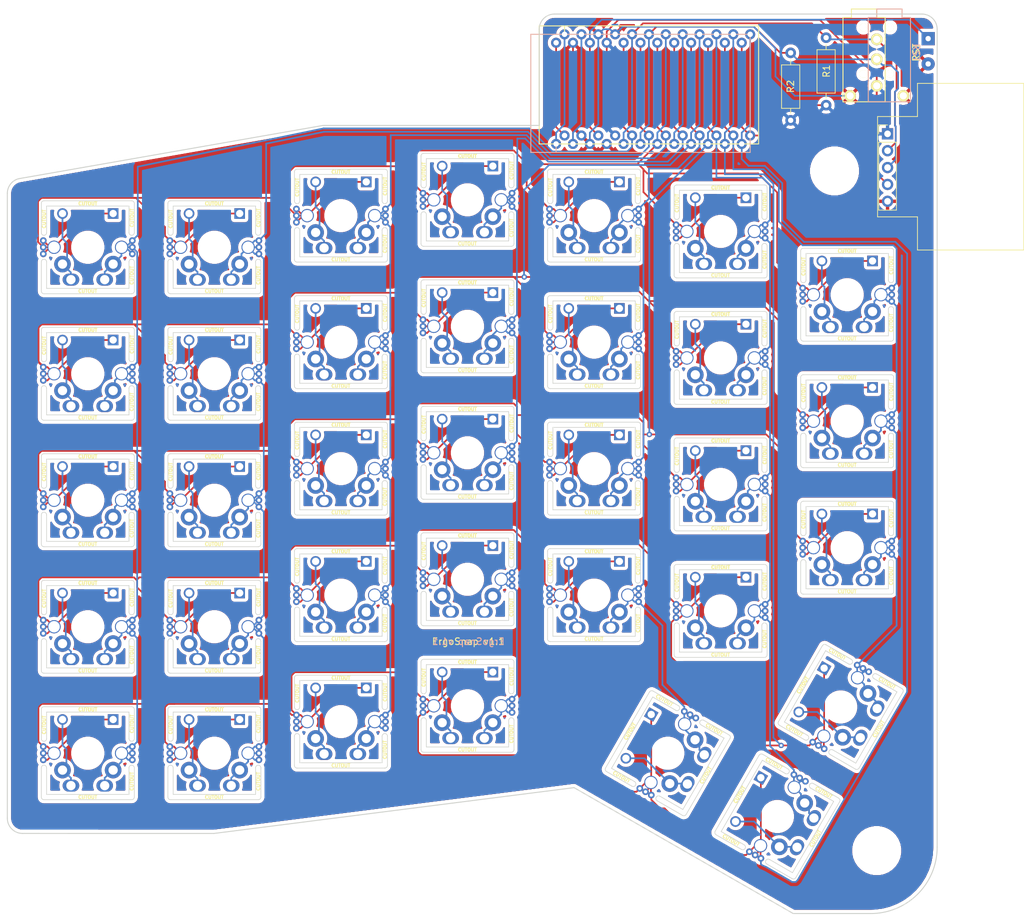
<source format=kicad_pcb>
(kicad_pcb (version 20171130) (host pcbnew 5.1.2)
  (title_block (title "ErgoSnap Rev1") (date 2019-07-01) (rev 1.0) (company Shiny))
  (layers (0 F.Cu signal) (31 B.Cu signal) (34 B.Paste user) (35 F.Paste user) (36 B.SilkS user) (37 F.SilkS user) (38 B.Mask user) (39 F.Mask user) (44 Edge.Cuts user))
  (net 0 "")
  (net 1 /row0)
  (net 2 /row1)
  (net 3 /row2)
  (net 4 /row3)
  (net 5 GND)
  (net 6 VCC)
  (net 7 /scl)
  (net 8 /col0)
  (net 9 /col1)
  (net 10 /col2)
  (net 11 /col3)
  (net 12 /col4)
  (net 13 /col5)
  (net 14 /col6)
  (net 15 /row4)
  (net 16 /RBG)
  (net 17 /RX)
  (net 18 "Net-(SW1-Pad0)")
  (net 19 "Net-(U3-Pad8)")
  (net 20 "Net-(U3-Pad24)")
  (net 21 "Net-(SW2-Pad0)")
  (net 22 "Net-(SW3-Pad0)")
  (net 23 "Net-(SW4-Pad0)")
  (net 24 "Net-(SW5-Pad0)")
  (net 25 "Net-(SW6-Pad0)")
  (net 26 "Net-(SW7-Pad0)")
  (net 27 "Net-(SW8-Pad0)")
  (net 28 "Net-(SW9-Pad0)")
  (net 29 "Net-(SW10-Pad0)")
  (net 30 "Net-(SW11-Pad0)")
  (net 31 "Net-(SW12-Pad0)")
  (net 32 "Net-(SW13-Pad0)")
  (net 33 "Net-(SW14-Pad0)")
  (net 34 "Net-(SW15-Pad0)")
  (net 35 "Net-(SW16-Pad0)")
  (net 36 "Net-(SW17-Pad0)")
  (net 37 "Net-(SW18-Pad0)")
  (net 38 "Net-(SW19-Pad0)")
  (net 39 "Net-(SW20-Pad0)")
  (net 40 "Net-(SW21-Pad0)")
  (net 41 "Net-(SW22-Pad0)")
  (net 42 "Net-(SW23-Pad0)")
  (net 43 "Net-(SW24-Pad0)")
  (net 44 "Net-(SW25-Pad0)")
  (net 45 "Net-(SW26-Pad0)")
  (net 46 "Net-(SW27-Pad0)")
  (net 47 "Net-(SW28-Pad0)")
  (net 48 "Net-(SW30-Pad0)")
  (net 49 "Net-(SW31-Pad0)")
  (net 50 "Net-(SW32-Pad0)")
  (net 51 "Net-(SW33-Pad0)")
  (net 52 "Net-(SW34-Pad0)")
  (net 53 "Net-(SW35-Pad0)")
  (net 54 /sda)
  (net 55 /int0)
  (net 56 /rst)
  (module components:pimoroni_trackball (layer F.Cu) (at 207.368 40.896)
    (fp_text reference J0)
    (fp_text value Conn_01x05_Female)
    (pad 5 thru_hole oval (at 0 10.16) (size 1.7 1.7) (drill 1) (layers *.Cu *.Mask) (net 5 GND))
    (pad 4 thru_hole oval (at 0 7.62) (size 1.7 1.7) (drill 1) (layers *.Cu *.Mask) (net 55 /int0))
    (pad 3 thru_hole oval (at 0 5.08) (size 1.7 1.7) (drill 1) (layers *.Cu *.Mask) (net 54 /sda))
    (pad 2 thru_hole oval (at 0 2.54) (size 1.7 1.7) (drill 1) (layers *.Cu *.Mask) (net 7 /scl))
    (pad 1 thru_hole rect (at 0 0) (size 1.7 1.7) (drill 1) (layers *.Cu *.Mask) (net 6 VCC))
  )
  (module Resistor_THT:R_Axial_DIN0207_L6.3mm_D2.5mm_P10.16mm_Horizontal (layer F.Cu) (at 192.786 38.862 90)
    (fp_text reference R2 (at 5.106 -0.008 90) (layer F.SilkS))
    (fp_text value R)
    (pad 2 thru_hole oval (at 10.16 0 90) (size 1.6 1.6) (drill 0.8) (layers *.Cu *.Mask) (net 54 /sda))
    (pad 1 thru_hole circle (at 0 0 90) (size 1.6 1.6) (drill 0.8) (layers *.Cu *.Mask) (net 6 VCC))
  )
  (module Resistor_THT:R_Axial_DIN0207_L6.3mm_D2.5mm_P10.16mm_Horizontal (layer F.Cu) (at 198.12 36.576 90)
    (fp_text reference R1 (at 5.12 0.058 90) (layer F.SilkS))
    (fp_text value R)
    (pad 2 thru_hole oval (at 10.16 0 90) (size 1.6 1.6) (drill 0.8) (layers *.Cu *.Mask) (net 7 /scl))
    (pad 1 thru_hole circle (at 0 0 90) (size 1.6 1.6) (drill 0.8) (layers *.Cu *.Mask) (net 6 VCC))
  )
  (module ergo42-library:trrs_jack (layer F.Cu) (at 205.74 23.368 270)
    (fp_text reference J1 hide)
    (fp_text value 5PIN)
    (pad "" np_thru_hole circle (at 8.5 -2 270) (size 1.2 1.2) (drill 1.2) (layers *.Cu *.Mask F.SilkS))
    (pad "" np_thru_hole circle (at 8.5 2 270) (size 1.2 1.2) (drill 1.2) (layers *.Cu *.Mask F.SilkS))
    (pad 2 thru_hole circle (at 3.3 0 270) (size 1.7526 1.7526) (drill 1.0922) (layers *.Cu *.Mask F.SilkS) (net 7 /scl))
    (pad 5 thru_hole circle (at 11.8 -4 270) (size 1.7526 1.7526) (drill 1.0922) (layers *.Cu *.Mask F.SilkS) (net 5 GND))
    (pad 1 thru_hole circle (at 10.3 0 270) (size 1.7526 1.7526) (drill 1.0922) (layers *.Cu *.Mask F.SilkS) (net 6 VCC))
    (pad 4 thru_hole circle (at 11.8 4 270) (size 1.7526 1.7526) (drill 1.0922) (layers *.Cu *.Mask F.SilkS) (net 5 GND))
    (pad 3 thru_hole circle (at 6.3 0 270) (size 1.7526 1.7526) (drill 1.0922) (layers *.Cu *.Mask F.SilkS) (net 54 /sda))
    (pad "" np_thru_hole circle (at 1.5 2 270) (size 1.2 1.2) (drill 1.2) (layers *.Cu *.Mask F.SilkS))
    (pad "" np_thru_hole circle (at 1.5 -2 270) (size 1.2 1.2) (drill 1.2) (layers *.Cu *.Mask F.SilkS))
  )
  (module components:cherry_mx_diode_snapout (layer F.Cu) (at 200.315 127.2023 60)
    (fp_text reference SW28 hide)
    (fp_text value switch_diode hide)
    (fp_text user CUTOUT (at -0.01 -6.58 60) (layer F.SilkS) (effects (font (size 0.5 0.5) (thickness 0.125))))
    (fp_text user CUTOUT (at 6.62 4.23 330) (layer F.SilkS) (effects (font (size 0.5 0.5) (thickness 0.125))))
    (fp_text user CUTOUT (at 6.64 -4.43 150) (layer F.SilkS) (effects (font (size 0.5 0.5) (thickness 0.125))))
    (fp_text user CUTOUT (at -6.58 -4.26 150) (layer F.SilkS) (effects (font (size 0.5 0.5) (thickness 0.125))))
    (fp_text user CUTOUT (at -0.02 6.61 60) (layer F.SilkS) (effects (font (size 0.5 0.5) (thickness 0.125))))
    (fp_text user CUTOUT (at -0.01 -6.58 60) (layer F.SilkS) (effects (font (size 0.5 0.5) (thickness 0.125))))
    (fp_line (start -6.6 7) (end 6.6 7) (layer Edge.Cuts) (width 0.1))
    (fp_line (start -6.2 6.2) (end 6.2 6.2) (layer Edge.Cuts) (width 0.1))
    (fp_line (start -6.2 -6.2) (end 6.2 -6.2) (layer Edge.Cuts) (width 0.1))
    (fp_line (start -6.6 -7) (end 6.6 -7) (layer Edge.Cuts) (width 0.1))
    (fp_line (start -6.2 6.2) (end -6.2 2.2) (layer Edge.Cuts) (width 0.1))
    (fp_line (start -7 6.6) (end -7 2.2) (layer Edge.Cuts) (width 0.1))
    (fp_line (start 6.2 2.2) (end 6.2 6.2) (layer Edge.Cuts) (width 0.1))
    (fp_line (start 7 6.6) (end 7 2.2) (layer Edge.Cuts) (width 0.1))
    (fp_line (start 6.2 -2.2) (end 6.2 -6.2) (layer Edge.Cuts) (width 0.1))
    (fp_line (start 7 -2.2) (end 7 -6.6) (layer Edge.Cuts) (width 0.1))
    (fp_line (start -6.2 -6.2) (end -6.2 -2.2) (layer Edge.Cuts) (width 0.1))
    (fp_line (start -7 -2.2) (end -7 -6.6) (layer Edge.Cuts) (width 0.1))
    (fp_arc (start 6.6 6.6) (end 6.6 7) (angle -90) (layer Edge.Cuts) (width 0.1))
    (fp_arc (start -6.6 6.6) (end -7 6.6) (angle -90) (layer Edge.Cuts) (width 0.1))
    (fp_arc (start -6.6 -6.6) (end -6.6 -7) (angle -90) (layer Edge.Cuts) (width 0.1))
    (fp_arc (start 6.6 -6.6) (end 7 -6.6) (angle -90) (layer Edge.Cuts) (width 0.1))
    (fp_arc (start -6.6 2.2) (end -6.2 2.2) (angle -179.9992723) (layer Edge.Cuts) (width 0.1))
    (fp_arc (start -6.6 -2.2) (end -7 -2.2) (angle -179.9992723) (layer Edge.Cuts) (width 0.1))
    (fp_arc (start 6.6 2.2) (end 7 2.2) (angle -179.9992723) (layer Edge.Cuts) (width 0.1))
    (fp_arc (start 6.6 -2.2) (end 6.2 -2.2) (angle -179.9992723) (layer Edge.Cuts) (width 0.1))
    (pad 1 thru_hole circle (at -6.7 0 60) (size 1 1) (drill 0.5) (layers *.Cu *.Paste *.Mask) (net 4 /row3))
    (pad 1 thru_hole circle (at -6.7 1 60) (size 1 1) (drill 0.5) (layers *.Cu *.Paste *.Mask) (net 4 /row3))
    (pad 1 thru_hole circle (at -6.7 -1 60) (size 1 1) (drill 0.5) (layers *.Cu *.Paste *.Mask) (net 4 /row3))
    (pad 3 thru_hole circle (at 6.7 1 240) (size 1 1) (drill 0.5) (layers *.Cu *.Paste *.Mask) (net 14 /col6))
    (pad 3 thru_hole circle (at 6.7 -1 240) (size 1 1) (drill 0.5) (layers *.Cu *.Paste *.Mask) (net 14 /col6))
    (pad 3 thru_hole circle (at 6.7 0 240) (size 1 1) (drill 0.5) (layers *.Cu *.Paste *.Mask) (net 14 /col6))
    (pad 0 thru_hole circle (at -3.81 -5.08 60) (size 1.6 1.6) (drill 1.1) (layers *.Cu *.Paste *.Mask) (net 47 "Net-(SW28-Pad0)"))
    (pad 1 thru_hole trapezoid (at 3.81 -5.08 60) (size 1.6 1.6) (drill 1.1) (layers *.Cu *.Paste *.Mask) (net 4 /row3))
    (pad "" np_thru_hole circle (at 0 0 60) (size 4 4) (drill 4) (layers *.Cu *.Paste *.Mask))
    (pad 3 thru_hole circle (at 5.08 0 60) (size 2 2) (drill 1.7018) (layers *.Cu *.Paste *.Mask) (net 14 /col6))
    (pad 1 thru_hole circle (at -5.08 0 60) (size 2 2) (drill 1.7018) (layers *.Cu *.Paste *.Mask) (net 4 /row3))
    (pad 3 thru_hole circle (at 3.81 2.54 60) (size 2.5 2.5) (drill 1.4) (layers *.Cu *.Paste *.Mask) (net 14 /col6))
    (pad 2 thru_hole oval (at -2.54 4.8768 60) (size 2.5 1.8) (drill 1.4) (layers *.Cu *.Paste *.Mask) (net 47 "Net-(SW28-Pad0)"))
    (pad 2 thru_hole circle (at -3.81 2.54 60) (size 2.5 2.5) (drill 1.4) (layers *.Cu *.Paste *.Mask) (net 47 "Net-(SW28-Pad0)"))
    (pad 3 thru_hole oval (at 2.54 4.8768 60) (size 2.5 1.8) (drill 1.4) (layers *.Cu *.Paste *.Mask) (net 14 /col6))
  )
  (module components:cherry_mx_diode_snapout (layer F.Cu) (at 190.79 143.7003 60)
    (fp_text reference SW35 hide)
    (fp_text value switch_diode hide)
    (fp_text user CUTOUT (at -0.01 -6.58 60) (layer F.SilkS) (effects (font (size 0.5 0.5) (thickness 0.125))))
    (fp_text user CUTOUT (at 6.62 4.23 330) (layer F.SilkS) (effects (font (size 0.5 0.5) (thickness 0.125))))
    (fp_text user CUTOUT (at 6.64 -4.43 150) (layer F.SilkS) (effects (font (size 0.5 0.5) (thickness 0.125))))
    (fp_text user CUTOUT (at -6.58 -4.26 150) (layer F.SilkS) (effects (font (size 0.5 0.5) (thickness 0.125))))
    (fp_text user CUTOUT (at -0.02 6.61 60) (layer F.SilkS) (effects (font (size 0.5 0.5) (thickness 0.125))))
    (fp_text user CUTOUT (at -0.01 -6.58 60) (layer F.SilkS) (effects (font (size 0.5 0.5) (thickness 0.125))))
    (fp_line (start -6.6 7) (end 6.6 7) (layer Edge.Cuts) (width 0.1))
    (fp_line (start -6.2 6.2) (end 6.2 6.2) (layer Edge.Cuts) (width 0.1))
    (fp_line (start -6.2 -6.2) (end 6.2 -6.2) (layer Edge.Cuts) (width 0.1))
    (fp_line (start -6.6 -7) (end 6.6 -7) (layer Edge.Cuts) (width 0.1))
    (fp_line (start -6.2 6.2) (end -6.2 2.2) (layer Edge.Cuts) (width 0.1))
    (fp_line (start -7 6.6) (end -7 2.2) (layer Edge.Cuts) (width 0.1))
    (fp_line (start 6.2 2.2) (end 6.2 6.2) (layer Edge.Cuts) (width 0.1))
    (fp_line (start 7 6.6) (end 7 2.2) (layer Edge.Cuts) (width 0.1))
    (fp_line (start 6.2 -2.2) (end 6.2 -6.2) (layer Edge.Cuts) (width 0.1))
    (fp_line (start 7 -2.2) (end 7 -6.6) (layer Edge.Cuts) (width 0.1))
    (fp_line (start -6.2 -6.2) (end -6.2 -2.2) (layer Edge.Cuts) (width 0.1))
    (fp_line (start -7 -2.2) (end -7 -6.6) (layer Edge.Cuts) (width 0.1))
    (fp_arc (start 6.6 6.6) (end 6.6 7) (angle -90) (layer Edge.Cuts) (width 0.1))
    (fp_arc (start -6.6 6.6) (end -7 6.6) (angle -90) (layer Edge.Cuts) (width 0.1))
    (fp_arc (start -6.6 -6.6) (end -6.6 -7) (angle -90) (layer Edge.Cuts) (width 0.1))
    (fp_arc (start 6.6 -6.6) (end 7 -6.6) (angle -90) (layer Edge.Cuts) (width 0.1))
    (fp_arc (start -6.6 2.2) (end -6.2 2.2) (angle -179.9992723) (layer Edge.Cuts) (width 0.1))
    (fp_arc (start -6.6 -2.2) (end -7 -2.2) (angle -179.9992723) (layer Edge.Cuts) (width 0.1))
    (fp_arc (start 6.6 2.2) (end 7 2.2) (angle -179.9992723) (layer Edge.Cuts) (width 0.1))
    (fp_arc (start 6.6 -2.2) (end 6.2 -2.2) (angle -179.9992723) (layer Edge.Cuts) (width 0.1))
    (pad 1 thru_hole circle (at -6.7 0 60) (size 1 1) (drill 0.5) (layers *.Cu *.Paste *.Mask) (net 15 /row4))
    (pad 1 thru_hole circle (at -6.7 1 60) (size 1 1) (drill 0.5) (layers *.Cu *.Paste *.Mask) (net 15 /row4))
    (pad 1 thru_hole circle (at -6.7 -1 60) (size 1 1) (drill 0.5) (layers *.Cu *.Paste *.Mask) (net 15 /row4))
    (pad 3 thru_hole circle (at 6.7 1 240) (size 1 1) (drill 0.5) (layers *.Cu *.Paste *.Mask) (net 13 /col5))
    (pad 3 thru_hole circle (at 6.7 -1 240) (size 1 1) (drill 0.5) (layers *.Cu *.Paste *.Mask) (net 13 /col5))
    (pad 3 thru_hole circle (at 6.7 0 240) (size 1 1) (drill 0.5) (layers *.Cu *.Paste *.Mask) (net 13 /col5))
    (pad 0 thru_hole circle (at -3.81 -5.08 60) (size 1.6 1.6) (drill 1.1) (layers *.Cu *.Paste *.Mask) (net 53 "Net-(SW35-Pad0)"))
    (pad 1 thru_hole trapezoid (at 3.81 -5.08 60) (size 1.6 1.6) (drill 1.1) (layers *.Cu *.Paste *.Mask) (net 15 /row4))
    (pad "" np_thru_hole circle (at 0 0 60) (size 4 4) (drill 4) (layers *.Cu *.Paste *.Mask))
    (pad 3 thru_hole circle (at 5.08 0 60) (size 2 2) (drill 1.7018) (layers *.Cu *.Paste *.Mask) (net 13 /col5))
    (pad 1 thru_hole circle (at -5.08 0 60) (size 2 2) (drill 1.7018) (layers *.Cu *.Paste *.Mask) (net 15 /row4))
    (pad 3 thru_hole circle (at 3.81 2.54 60) (size 2.5 2.5) (drill 1.4) (layers *.Cu *.Paste *.Mask) (net 13 /col5))
    (pad 2 thru_hole oval (at -2.54 4.8768 60) (size 2.5 1.8) (drill 1.4) (layers *.Cu *.Paste *.Mask) (net 53 "Net-(SW35-Pad0)"))
    (pad 2 thru_hole circle (at -3.81 2.54 60) (size 2.5 2.5) (drill 1.4) (layers *.Cu *.Paste *.Mask) (net 53 "Net-(SW35-Pad0)"))
    (pad 3 thru_hole oval (at 2.54 4.8768 60) (size 2.5 1.8) (drill 1.4) (layers *.Cu *.Paste *.Mask) (net 13 /col5))
  )
  (module components:cherry_mx_diode_snapout (layer F.Cu) (at 174.292 134.17525 60)
    (fp_text reference SW34 hide)
    (fp_text value switch_diode hide)
    (fp_text user CUTOUT (at -0.01 -6.58 60) (layer F.SilkS) (effects (font (size 0.5 0.5) (thickness 0.125))))
    (fp_text user CUTOUT (at 6.62 4.23 330) (layer F.SilkS) (effects (font (size 0.5 0.5) (thickness 0.125))))
    (fp_text user CUTOUT (at 6.64 -4.43 150) (layer F.SilkS) (effects (font (size 0.5 0.5) (thickness 0.125))))
    (fp_text user CUTOUT (at -6.58 -4.26 150) (layer F.SilkS) (effects (font (size 0.5 0.5) (thickness 0.125))))
    (fp_text user CUTOUT (at -0.02 6.61 60) (layer F.SilkS) (effects (font (size 0.5 0.5) (thickness 0.125))))
    (fp_text user CUTOUT (at -0.01 -6.58 60) (layer F.SilkS) (effects (font (size 0.5 0.5) (thickness 0.125))))
    (fp_line (start -6.6 7) (end 6.6 7) (layer Edge.Cuts) (width 0.1))
    (fp_line (start -6.2 6.2) (end 6.2 6.2) (layer Edge.Cuts) (width 0.1))
    (fp_line (start -6.2 -6.2) (end 6.2 -6.2) (layer Edge.Cuts) (width 0.1))
    (fp_line (start -6.6 -7) (end 6.6 -7) (layer Edge.Cuts) (width 0.1))
    (fp_line (start -6.2 6.2) (end -6.2 2.2) (layer Edge.Cuts) (width 0.1))
    (fp_line (start -7 6.6) (end -7 2.2) (layer Edge.Cuts) (width 0.1))
    (fp_line (start 6.2 2.2) (end 6.2 6.2) (layer Edge.Cuts) (width 0.1))
    (fp_line (start 7 6.6) (end 7 2.2) (layer Edge.Cuts) (width 0.1))
    (fp_line (start 6.2 -2.2) (end 6.2 -6.2) (layer Edge.Cuts) (width 0.1))
    (fp_line (start 7 -2.2) (end 7 -6.6) (layer Edge.Cuts) (width 0.1))
    (fp_line (start -6.2 -6.2) (end -6.2 -2.2) (layer Edge.Cuts) (width 0.1))
    (fp_line (start -7 -2.2) (end -7 -6.6) (layer Edge.Cuts) (width 0.1))
    (fp_arc (start 6.6 6.6) (end 6.6 7) (angle -90) (layer Edge.Cuts) (width 0.1))
    (fp_arc (start -6.6 6.6) (end -7 6.6) (angle -90) (layer Edge.Cuts) (width 0.1))
    (fp_arc (start -6.6 -6.6) (end -6.6 -7) (angle -90) (layer Edge.Cuts) (width 0.1))
    (fp_arc (start 6.6 -6.6) (end 7 -6.6) (angle -90) (layer Edge.Cuts) (width 0.1))
    (fp_arc (start -6.6 2.2) (end -6.2 2.2) (angle -179.9992723) (layer Edge.Cuts) (width 0.1))
    (fp_arc (start -6.6 -2.2) (end -7 -2.2) (angle -179.9992723) (layer Edge.Cuts) (width 0.1))
    (fp_arc (start 6.6 2.2) (end 7 2.2) (angle -179.9992723) (layer Edge.Cuts) (width 0.1))
    (fp_arc (start 6.6 -2.2) (end 6.2 -2.2) (angle -179.9992723) (layer Edge.Cuts) (width 0.1))
    (pad 1 thru_hole circle (at -6.7 0 60) (size 1 1) (drill 0.5) (layers *.Cu *.Paste *.Mask) (net 15 /row4))
    (pad 1 thru_hole circle (at -6.7 1 60) (size 1 1) (drill 0.5) (layers *.Cu *.Paste *.Mask) (net 15 /row4))
    (pad 1 thru_hole circle (at -6.7 -1 60) (size 1 1) (drill 0.5) (layers *.Cu *.Paste *.Mask) (net 15 /row4))
    (pad 3 thru_hole circle (at 6.7 1 240) (size 1 1) (drill 0.5) (layers *.Cu *.Paste *.Mask) (net 12 /col4))
    (pad 3 thru_hole circle (at 6.7 -1 240) (size 1 1) (drill 0.5) (layers *.Cu *.Paste *.Mask) (net 12 /col4))
    (pad 3 thru_hole circle (at 6.7 0 240) (size 1 1) (drill 0.5) (layers *.Cu *.Paste *.Mask) (net 12 /col4))
    (pad 0 thru_hole circle (at -3.81 -5.08 60) (size 1.6 1.6) (drill 1.1) (layers *.Cu *.Paste *.Mask) (net 52 "Net-(SW34-Pad0)"))
    (pad 1 thru_hole trapezoid (at 3.81 -5.08 60) (size 1.6 1.6) (drill 1.1) (layers *.Cu *.Paste *.Mask) (net 15 /row4))
    (pad "" np_thru_hole circle (at 0 0 60) (size 4 4) (drill 4) (layers *.Cu *.Paste *.Mask))
    (pad 3 thru_hole circle (at 5.08 0 60) (size 2 2) (drill 1.7018) (layers *.Cu *.Paste *.Mask) (net 12 /col4))
    (pad 1 thru_hole circle (at -5.08 0 60) (size 2 2) (drill 1.7018) (layers *.Cu *.Paste *.Mask) (net 15 /row4))
    (pad 3 thru_hole circle (at 3.81 2.54 60) (size 2.5 2.5) (drill 1.4) (layers *.Cu *.Paste *.Mask) (net 12 /col4))
    (pad 2 thru_hole oval (at -2.54 4.8768 60) (size 2.5 1.8) (drill 1.4) (layers *.Cu *.Paste *.Mask) (net 52 "Net-(SW34-Pad0)"))
    (pad 2 thru_hole circle (at -3.81 2.54 60) (size 2.5 2.5) (drill 1.4) (layers *.Cu *.Paste *.Mask) (net 52 "Net-(SW34-Pad0)"))
    (pad 3 thru_hole oval (at 2.54 4.8768 60) (size 2.5 1.8) (drill 1.4) (layers *.Cu *.Paste *.Mask) (net 12 /col4))
  )
  (module components:cherry_mx_diode_snapout (layer F.Cu) (at 144.145 127.03175)
    (fp_text reference SW33 hide)
    (fp_text value switch_diode hide)
    (fp_text user CUTOUT (at -0.01 -6.58) (layer F.SilkS) (effects (font (size 0.5 0.5) (thickness 0.125))))
    (fp_text user CUTOUT (at 6.62 4.23 270) (layer F.SilkS) (effects (font (size 0.5 0.5) (thickness 0.125))))
    (fp_text user CUTOUT (at 6.64 -4.43 90) (layer F.SilkS) (effects (font (size 0.5 0.5) (thickness 0.125))))
    (fp_text user CUTOUT (at -6.58 -4.26 90) (layer F.SilkS) (effects (font (size 0.5 0.5) (thickness 0.125))))
    (fp_text user CUTOUT (at -0.02 6.61) (layer F.SilkS) (effects (font (size 0.5 0.5) (thickness 0.125))))
    (fp_text user CUTOUT (at -0.01 -6.58) (layer F.SilkS) (effects (font (size 0.5 0.5) (thickness 0.125))))
    (fp_line (start -6.6 7) (end 6.6 7) (layer Edge.Cuts) (width 0.1))
    (fp_line (start -6.2 6.2) (end 6.2 6.2) (layer Edge.Cuts) (width 0.1))
    (fp_line (start -6.2 -6.2) (end 6.2 -6.2) (layer Edge.Cuts) (width 0.1))
    (fp_line (start -6.6 -7) (end 6.6 -7) (layer Edge.Cuts) (width 0.1))
    (fp_line (start -6.2 6.2) (end -6.2 2.2) (layer Edge.Cuts) (width 0.1))
    (fp_line (start -7 6.6) (end -7 2.2) (layer Edge.Cuts) (width 0.1))
    (fp_line (start 6.2 2.2) (end 6.2 6.2) (layer Edge.Cuts) (width 0.1))
    (fp_line (start 7 6.6) (end 7 2.2) (layer Edge.Cuts) (width 0.1))
    (fp_line (start 6.2 -2.2) (end 6.2 -6.2) (layer Edge.Cuts) (width 0.1))
    (fp_line (start 7 -2.2) (end 7 -6.6) (layer Edge.Cuts) (width 0.1))
    (fp_line (start -6.2 -6.2) (end -6.2 -2.2) (layer Edge.Cuts) (width 0.1))
    (fp_line (start -7 -2.2) (end -7 -6.6) (layer Edge.Cuts) (width 0.1))
    (fp_arc (start 6.6 6.6) (end 6.6 7) (angle -90) (layer Edge.Cuts) (width 0.1))
    (fp_arc (start -6.6 6.6) (end -7 6.6) (angle -90) (layer Edge.Cuts) (width 0.1))
    (fp_arc (start -6.6 -6.6) (end -6.6 -7) (angle -90) (layer Edge.Cuts) (width 0.1))
    (fp_arc (start 6.6 -6.6) (end 7 -6.6) (angle -90) (layer Edge.Cuts) (width 0.1))
    (fp_arc (start -6.6 2.2) (end -6.2 2.2) (angle -179.9992723) (layer Edge.Cuts) (width 0.1))
    (fp_arc (start -6.6 -2.2) (end -7 -2.2) (angle -179.9992723) (layer Edge.Cuts) (width 0.1))
    (fp_arc (start 6.6 2.2) (end 7 2.2) (angle -179.9992723) (layer Edge.Cuts) (width 0.1))
    (fp_arc (start 6.6 -2.2) (end 6.2 -2.2) (angle -179.9992723) (layer Edge.Cuts) (width 0.1))
    (pad 1 thru_hole circle (at -6.7 0) (size 1 1) (drill 0.5) (layers *.Cu *.Paste *.Mask) (net 15 /row4))
    (pad 1 thru_hole circle (at -6.7 1) (size 1 1) (drill 0.5) (layers *.Cu *.Paste *.Mask) (net 15 /row4))
    (pad 1 thru_hole circle (at -6.7 -1) (size 1 1) (drill 0.5) (layers *.Cu *.Paste *.Mask) (net 15 /row4))
    (pad 3 thru_hole circle (at 6.7 1 180) (size 1 1) (drill 0.5) (layers *.Cu *.Paste *.Mask) (net 11 /col3))
    (pad 3 thru_hole circle (at 6.7 -1 180) (size 1 1) (drill 0.5) (layers *.Cu *.Paste *.Mask) (net 11 /col3))
    (pad 3 thru_hole circle (at 6.7 0 180) (size 1 1) (drill 0.5) (layers *.Cu *.Paste *.Mask) (net 11 /col3))
    (pad 0 thru_hole circle (at -3.81 -5.08) (size 1.6 1.6) (drill 1.1) (layers *.Cu *.Paste *.Mask) (net 51 "Net-(SW33-Pad0)"))
    (pad 1 thru_hole trapezoid (at 3.81 -5.08) (size 1.6 1.6) (drill 1.1) (layers *.Cu *.Paste *.Mask) (net 15 /row4))
    (pad "" np_thru_hole circle (at 0 0) (size 4 4) (drill 4) (layers *.Cu *.Paste *.Mask))
    (pad 3 thru_hole circle (at 5.08 0) (size 2 2) (drill 1.7018) (layers *.Cu *.Paste *.Mask) (net 11 /col3))
    (pad 1 thru_hole circle (at -5.08 0) (size 2 2) (drill 1.7018) (layers *.Cu *.Paste *.Mask) (net 15 /row4))
    (pad 3 thru_hole circle (at 3.81 2.54) (size 2.5 2.5) (drill 1.4) (layers *.Cu *.Paste *.Mask) (net 11 /col3))
    (pad 2 thru_hole oval (at -2.54 4.8768) (size 2.5 1.8) (drill 1.4) (layers *.Cu *.Paste *.Mask) (net 51 "Net-(SW33-Pad0)"))
    (pad 2 thru_hole circle (at -3.81 2.54) (size 2.5 2.5) (drill 1.4) (layers *.Cu *.Paste *.Mask) (net 51 "Net-(SW33-Pad0)"))
    (pad 3 thru_hole oval (at 2.54 4.8768) (size 2.5 1.8) (drill 1.4) (layers *.Cu *.Paste *.Mask) (net 11 /col3))
  )
  (module components:cherry_mx_diode_snapout (layer F.Cu) (at 125.095 129.413)
    (fp_text reference SW32 hide)
    (fp_text value switch_diode hide)
    (fp_text user CUTOUT (at -0.01 -6.58) (layer F.SilkS) (effects (font (size 0.5 0.5) (thickness 0.125))))
    (fp_text user CUTOUT (at 6.62 4.23 270) (layer F.SilkS) (effects (font (size 0.5 0.5) (thickness 0.125))))
    (fp_text user CUTOUT (at 6.64 -4.43 90) (layer F.SilkS) (effects (font (size 0.5 0.5) (thickness 0.125))))
    (fp_text user CUTOUT (at -6.58 -4.26 90) (layer F.SilkS) (effects (font (size 0.5 0.5) (thickness 0.125))))
    (fp_text user CUTOUT (at -0.02 6.61) (layer F.SilkS) (effects (font (size 0.5 0.5) (thickness 0.125))))
    (fp_text user CUTOUT (at -0.01 -6.58) (layer F.SilkS) (effects (font (size 0.5 0.5) (thickness 0.125))))
    (fp_line (start -6.6 7) (end 6.6 7) (layer Edge.Cuts) (width 0.1))
    (fp_line (start -6.2 6.2) (end 6.2 6.2) (layer Edge.Cuts) (width 0.1))
    (fp_line (start -6.2 -6.2) (end 6.2 -6.2) (layer Edge.Cuts) (width 0.1))
    (fp_line (start -6.6 -7) (end 6.6 -7) (layer Edge.Cuts) (width 0.1))
    (fp_line (start -6.2 6.2) (end -6.2 2.2) (layer Edge.Cuts) (width 0.1))
    (fp_line (start -7 6.6) (end -7 2.2) (layer Edge.Cuts) (width 0.1))
    (fp_line (start 6.2 2.2) (end 6.2 6.2) (layer Edge.Cuts) (width 0.1))
    (fp_line (start 7 6.6) (end 7 2.2) (layer Edge.Cuts) (width 0.1))
    (fp_line (start 6.2 -2.2) (end 6.2 -6.2) (layer Edge.Cuts) (width 0.1))
    (fp_line (start 7 -2.2) (end 7 -6.6) (layer Edge.Cuts) (width 0.1))
    (fp_line (start -6.2 -6.2) (end -6.2 -2.2) (layer Edge.Cuts) (width 0.1))
    (fp_line (start -7 -2.2) (end -7 -6.6) (layer Edge.Cuts) (width 0.1))
    (fp_arc (start 6.6 6.6) (end 6.6 7) (angle -90) (layer Edge.Cuts) (width 0.1))
    (fp_arc (start -6.6 6.6) (end -7 6.6) (angle -90) (layer Edge.Cuts) (width 0.1))
    (fp_arc (start -6.6 -6.6) (end -6.6 -7) (angle -90) (layer Edge.Cuts) (width 0.1))
    (fp_arc (start 6.6 -6.6) (end 7 -6.6) (angle -90) (layer Edge.Cuts) (width 0.1))
    (fp_arc (start -6.6 2.2) (end -6.2 2.2) (angle -179.9992723) (layer Edge.Cuts) (width 0.1))
    (fp_arc (start -6.6 -2.2) (end -7 -2.2) (angle -179.9992723) (layer Edge.Cuts) (width 0.1))
    (fp_arc (start 6.6 2.2) (end 7 2.2) (angle -179.9992723) (layer Edge.Cuts) (width 0.1))
    (fp_arc (start 6.6 -2.2) (end 6.2 -2.2) (angle -179.9992723) (layer Edge.Cuts) (width 0.1))
    (pad 1 thru_hole circle (at -6.7 0) (size 1 1) (drill 0.5) (layers *.Cu *.Paste *.Mask) (net 15 /row4))
    (pad 1 thru_hole circle (at -6.7 1) (size 1 1) (drill 0.5) (layers *.Cu *.Paste *.Mask) (net 15 /row4))
    (pad 1 thru_hole circle (at -6.7 -1) (size 1 1) (drill 0.5) (layers *.Cu *.Paste *.Mask) (net 15 /row4))
    (pad 3 thru_hole circle (at 6.7 1 180) (size 1 1) (drill 0.5) (layers *.Cu *.Paste *.Mask) (net 10 /col2))
    (pad 3 thru_hole circle (at 6.7 -1 180) (size 1 1) (drill 0.5) (layers *.Cu *.Paste *.Mask) (net 10 /col2))
    (pad 3 thru_hole circle (at 6.7 0 180) (size 1 1) (drill 0.5) (layers *.Cu *.Paste *.Mask) (net 10 /col2))
    (pad 0 thru_hole circle (at -3.81 -5.08) (size 1.6 1.6) (drill 1.1) (layers *.Cu *.Paste *.Mask) (net 50 "Net-(SW32-Pad0)"))
    (pad 1 thru_hole trapezoid (at 3.81 -5.08) (size 1.6 1.6) (drill 1.1) (layers *.Cu *.Paste *.Mask) (net 15 /row4))
    (pad "" np_thru_hole circle (at 0 0) (size 4 4) (drill 4) (layers *.Cu *.Paste *.Mask))
    (pad 3 thru_hole circle (at 5.08 0) (size 2 2) (drill 1.7018) (layers *.Cu *.Paste *.Mask) (net 10 /col2))
    (pad 1 thru_hole circle (at -5.08 0) (size 2 2) (drill 1.7018) (layers *.Cu *.Paste *.Mask) (net 15 /row4))
    (pad 3 thru_hole circle (at 3.81 2.54) (size 2.5 2.5) (drill 1.4) (layers *.Cu *.Paste *.Mask) (net 10 /col2))
    (pad 2 thru_hole oval (at -2.54 4.8768) (size 2.5 1.8) (drill 1.4) (layers *.Cu *.Paste *.Mask) (net 50 "Net-(SW32-Pad0)"))
    (pad 2 thru_hole circle (at -3.81 2.54) (size 2.5 2.5) (drill 1.4) (layers *.Cu *.Paste *.Mask) (net 50 "Net-(SW32-Pad0)"))
    (pad 3 thru_hole oval (at 2.54 4.8768) (size 2.5 1.8) (drill 1.4) (layers *.Cu *.Paste *.Mask) (net 10 /col2))
  )
  (module components:cherry_mx_diode_snapout (layer F.Cu) (at 106.045 134.1755)
    (fp_text reference SW31 hide)
    (fp_text value switch_diode hide)
    (fp_text user CUTOUT (at -0.01 -6.58) (layer F.SilkS) (effects (font (size 0.5 0.5) (thickness 0.125))))
    (fp_text user CUTOUT (at 6.62 4.23 270) (layer F.SilkS) (effects (font (size 0.5 0.5) (thickness 0.125))))
    (fp_text user CUTOUT (at 6.64 -4.43 90) (layer F.SilkS) (effects (font (size 0.5 0.5) (thickness 0.125))))
    (fp_text user CUTOUT (at -6.58 -4.26 90) (layer F.SilkS) (effects (font (size 0.5 0.5) (thickness 0.125))))
    (fp_text user CUTOUT (at -0.02 6.61) (layer F.SilkS) (effects (font (size 0.5 0.5) (thickness 0.125))))
    (fp_text user CUTOUT (at -0.01 -6.58) (layer F.SilkS) (effects (font (size 0.5 0.5) (thickness 0.125))))
    (fp_line (start -6.6 7) (end 6.6 7) (layer Edge.Cuts) (width 0.1))
    (fp_line (start -6.2 6.2) (end 6.2 6.2) (layer Edge.Cuts) (width 0.1))
    (fp_line (start -6.2 -6.2) (end 6.2 -6.2) (layer Edge.Cuts) (width 0.1))
    (fp_line (start -6.6 -7) (end 6.6 -7) (layer Edge.Cuts) (width 0.1))
    (fp_line (start -6.2 6.2) (end -6.2 2.2) (layer Edge.Cuts) (width 0.1))
    (fp_line (start -7 6.6) (end -7 2.2) (layer Edge.Cuts) (width 0.1))
    (fp_line (start 6.2 2.2) (end 6.2 6.2) (layer Edge.Cuts) (width 0.1))
    (fp_line (start 7 6.6) (end 7 2.2) (layer Edge.Cuts) (width 0.1))
    (fp_line (start 6.2 -2.2) (end 6.2 -6.2) (layer Edge.Cuts) (width 0.1))
    (fp_line (start 7 -2.2) (end 7 -6.6) (layer Edge.Cuts) (width 0.1))
    (fp_line (start -6.2 -6.2) (end -6.2 -2.2) (layer Edge.Cuts) (width 0.1))
    (fp_line (start -7 -2.2) (end -7 -6.6) (layer Edge.Cuts) (width 0.1))
    (fp_arc (start 6.6 6.6) (end 6.6 7) (angle -90) (layer Edge.Cuts) (width 0.1))
    (fp_arc (start -6.6 6.6) (end -7 6.6) (angle -90) (layer Edge.Cuts) (width 0.1))
    (fp_arc (start -6.6 -6.6) (end -6.6 -7) (angle -90) (layer Edge.Cuts) (width 0.1))
    (fp_arc (start 6.6 -6.6) (end 7 -6.6) (angle -90) (layer Edge.Cuts) (width 0.1))
    (fp_arc (start -6.6 2.2) (end -6.2 2.2) (angle -179.9992723) (layer Edge.Cuts) (width 0.1))
    (fp_arc (start -6.6 -2.2) (end -7 -2.2) (angle -179.9992723) (layer Edge.Cuts) (width 0.1))
    (fp_arc (start 6.6 2.2) (end 7 2.2) (angle -179.9992723) (layer Edge.Cuts) (width 0.1))
    (fp_arc (start 6.6 -2.2) (end 6.2 -2.2) (angle -179.9992723) (layer Edge.Cuts) (width 0.1))
    (pad 1 thru_hole circle (at -6.7 0) (size 1 1) (drill 0.5) (layers *.Cu *.Paste *.Mask) (net 15 /row4))
    (pad 1 thru_hole circle (at -6.7 1) (size 1 1) (drill 0.5) (layers *.Cu *.Paste *.Mask) (net 15 /row4))
    (pad 1 thru_hole circle (at -6.7 -1) (size 1 1) (drill 0.5) (layers *.Cu *.Paste *.Mask) (net 15 /row4))
    (pad 3 thru_hole circle (at 6.7 1 180) (size 1 1) (drill 0.5) (layers *.Cu *.Paste *.Mask) (net 9 /col1))
    (pad 3 thru_hole circle (at 6.7 -1 180) (size 1 1) (drill 0.5) (layers *.Cu *.Paste *.Mask) (net 9 /col1))
    (pad 3 thru_hole circle (at 6.7 0 180) (size 1 1) (drill 0.5) (layers *.Cu *.Paste *.Mask) (net 9 /col1))
    (pad 0 thru_hole circle (at -3.81 -5.08) (size 1.6 1.6) (drill 1.1) (layers *.Cu *.Paste *.Mask) (net 49 "Net-(SW31-Pad0)"))
    (pad 1 thru_hole trapezoid (at 3.81 -5.08) (size 1.6 1.6) (drill 1.1) (layers *.Cu *.Paste *.Mask) (net 15 /row4))
    (pad "" np_thru_hole circle (at 0 0) (size 4 4) (drill 4) (layers *.Cu *.Paste *.Mask))
    (pad 3 thru_hole circle (at 5.08 0) (size 2 2) (drill 1.7018) (layers *.Cu *.Paste *.Mask) (net 9 /col1))
    (pad 1 thru_hole circle (at -5.08 0) (size 2 2) (drill 1.7018) (layers *.Cu *.Paste *.Mask) (net 15 /row4))
    (pad 3 thru_hole circle (at 3.81 2.54) (size 2.5 2.5) (drill 1.4) (layers *.Cu *.Paste *.Mask) (net 9 /col1))
    (pad 2 thru_hole oval (at -2.54 4.8768) (size 2.5 1.8) (drill 1.4) (layers *.Cu *.Paste *.Mask) (net 49 "Net-(SW31-Pad0)"))
    (pad 2 thru_hole circle (at -3.81 2.54) (size 2.5 2.5) (drill 1.4) (layers *.Cu *.Paste *.Mask) (net 49 "Net-(SW31-Pad0)"))
    (pad 3 thru_hole oval (at 2.54 4.8768) (size 2.5 1.8) (drill 1.4) (layers *.Cu *.Paste *.Mask) (net 9 /col1))
  )
  (module components:cherry_mx_diode_snapout (layer F.Cu) (at 86.995 134.1755)
    (fp_text reference SW30 hide)
    (fp_text value switch_diode hide)
    (fp_text user CUTOUT (at -0.01 -6.58) (layer F.SilkS) (effects (font (size 0.5 0.5) (thickness 0.125))))
    (fp_text user CUTOUT (at 6.62 4.23 270) (layer F.SilkS) (effects (font (size 0.5 0.5) (thickness 0.125))))
    (fp_text user CUTOUT (at 6.64 -4.43 90) (layer F.SilkS) (effects (font (size 0.5 0.5) (thickness 0.125))))
    (fp_text user CUTOUT (at -6.58 -4.26 90) (layer F.SilkS) (effects (font (size 0.5 0.5) (thickness 0.125))))
    (fp_text user CUTOUT (at -0.02 6.61) (layer F.SilkS) (effects (font (size 0.5 0.5) (thickness 0.125))))
    (fp_text user CUTOUT (at -0.01 -6.58) (layer F.SilkS) (effects (font (size 0.5 0.5) (thickness 0.125))))
    (fp_line (start -6.6 7) (end 6.6 7) (layer Edge.Cuts) (width 0.1))
    (fp_line (start -6.2 6.2) (end 6.2 6.2) (layer Edge.Cuts) (width 0.1))
    (fp_line (start -6.2 -6.2) (end 6.2 -6.2) (layer Edge.Cuts) (width 0.1))
    (fp_line (start -6.6 -7) (end 6.6 -7) (layer Edge.Cuts) (width 0.1))
    (fp_line (start -6.2 6.2) (end -6.2 2.2) (layer Edge.Cuts) (width 0.1))
    (fp_line (start -7 6.6) (end -7 2.2) (layer Edge.Cuts) (width 0.1))
    (fp_line (start 6.2 2.2) (end 6.2 6.2) (layer Edge.Cuts) (width 0.1))
    (fp_line (start 7 6.6) (end 7 2.2) (layer Edge.Cuts) (width 0.1))
    (fp_line (start 6.2 -2.2) (end 6.2 -6.2) (layer Edge.Cuts) (width 0.1))
    (fp_line (start 7 -2.2) (end 7 -6.6) (layer Edge.Cuts) (width 0.1))
    (fp_line (start -6.2 -6.2) (end -6.2 -2.2) (layer Edge.Cuts) (width 0.1))
    (fp_line (start -7 -2.2) (end -7 -6.6) (layer Edge.Cuts) (width 0.1))
    (fp_arc (start 6.6 6.6) (end 6.6 7) (angle -90) (layer Edge.Cuts) (width 0.1))
    (fp_arc (start -6.6 6.6) (end -7 6.6) (angle -90) (layer Edge.Cuts) (width 0.1))
    (fp_arc (start -6.6 -6.6) (end -6.6 -7) (angle -90) (layer Edge.Cuts) (width 0.1))
    (fp_arc (start 6.6 -6.6) (end 7 -6.6) (angle -90) (layer Edge.Cuts) (width 0.1))
    (fp_arc (start -6.6 2.2) (end -6.2 2.2) (angle -179.9992723) (layer Edge.Cuts) (width 0.1))
    (fp_arc (start -6.6 -2.2) (end -7 -2.2) (angle -179.9992723) (layer Edge.Cuts) (width 0.1))
    (fp_arc (start 6.6 2.2) (end 7 2.2) (angle -179.9992723) (layer Edge.Cuts) (width 0.1))
    (fp_arc (start 6.6 -2.2) (end 6.2 -2.2) (angle -179.9992723) (layer Edge.Cuts) (width 0.1))
    (pad 1 thru_hole circle (at -6.7 0) (size 1 1) (drill 0.5) (layers *.Cu *.Paste *.Mask) (net 15 /row4))
    (pad 1 thru_hole circle (at -6.7 1) (size 1 1) (drill 0.5) (layers *.Cu *.Paste *.Mask) (net 15 /row4))
    (pad 1 thru_hole circle (at -6.7 -1) (size 1 1) (drill 0.5) (layers *.Cu *.Paste *.Mask) (net 15 /row4))
    (pad 3 thru_hole circle (at 6.7 1 180) (size 1 1) (drill 0.5) (layers *.Cu *.Paste *.Mask) (net 8 /col0))
    (pad 3 thru_hole circle (at 6.7 -1 180) (size 1 1) (drill 0.5) (layers *.Cu *.Paste *.Mask) (net 8 /col0))
    (pad 3 thru_hole circle (at 6.7 0 180) (size 1 1) (drill 0.5) (layers *.Cu *.Paste *.Mask) (net 8 /col0))
    (pad 0 thru_hole circle (at -3.81 -5.08) (size 1.6 1.6) (drill 1.1) (layers *.Cu *.Paste *.Mask) (net 48 "Net-(SW30-Pad0)"))
    (pad 1 thru_hole trapezoid (at 3.81 -5.08) (size 1.6 1.6) (drill 1.1) (layers *.Cu *.Paste *.Mask) (net 15 /row4))
    (pad "" np_thru_hole circle (at 0 0) (size 4 4) (drill 4) (layers *.Cu *.Paste *.Mask))
    (pad 3 thru_hole circle (at 5.08 0) (size 2 2) (drill 1.7018) (layers *.Cu *.Paste *.Mask) (net 8 /col0))
    (pad 1 thru_hole circle (at -5.08 0) (size 2 2) (drill 1.7018) (layers *.Cu *.Paste *.Mask) (net 15 /row4))
    (pad 3 thru_hole circle (at 3.81 2.54) (size 2.5 2.5) (drill 1.4) (layers *.Cu *.Paste *.Mask) (net 8 /col0))
    (pad 2 thru_hole oval (at -2.54 4.8768) (size 2.5 1.8) (drill 1.4) (layers *.Cu *.Paste *.Mask) (net 48 "Net-(SW30-Pad0)"))
    (pad 2 thru_hole circle (at -3.81 2.54) (size 2.5 2.5) (drill 1.4) (layers *.Cu *.Paste *.Mask) (net 48 "Net-(SW30-Pad0)"))
    (pad 3 thru_hole oval (at 2.54 4.8768) (size 2.5 1.8) (drill 1.4) (layers *.Cu *.Paste *.Mask) (net 8 /col0))
  )
  (module components:cherry_mx_diode_snapout (layer F.Cu) (at 201.295 103.21925)
    (fp_text reference SW27 hide)
    (fp_text value switch_diode hide)
    (fp_text user CUTOUT (at -0.01 -6.58) (layer F.SilkS) (effects (font (size 0.5 0.5) (thickness 0.125))))
    (fp_text user CUTOUT (at 6.62 4.23 270) (layer F.SilkS) (effects (font (size 0.5 0.5) (thickness 0.125))))
    (fp_text user CUTOUT (at 6.64 -4.43 90) (layer F.SilkS) (effects (font (size 0.5 0.5) (thickness 0.125))))
    (fp_text user CUTOUT (at -6.58 -4.26 90) (layer F.SilkS) (effects (font (size 0.5 0.5) (thickness 0.125))))
    (fp_text user CUTOUT (at -0.02 6.61) (layer F.SilkS) (effects (font (size 0.5 0.5) (thickness 0.125))))
    (fp_text user CUTOUT (at -0.01 -6.58) (layer F.SilkS) (effects (font (size 0.5 0.5) (thickness 0.125))))
    (fp_line (start -6.6 7) (end 6.6 7) (layer Edge.Cuts) (width 0.1))
    (fp_line (start -6.2 6.2) (end 6.2 6.2) (layer Edge.Cuts) (width 0.1))
    (fp_line (start -6.2 -6.2) (end 6.2 -6.2) (layer Edge.Cuts) (width 0.1))
    (fp_line (start -6.6 -7) (end 6.6 -7) (layer Edge.Cuts) (width 0.1))
    (fp_line (start -6.2 6.2) (end -6.2 2.2) (layer Edge.Cuts) (width 0.1))
    (fp_line (start -7 6.6) (end -7 2.2) (layer Edge.Cuts) (width 0.1))
    (fp_line (start 6.2 2.2) (end 6.2 6.2) (layer Edge.Cuts) (width 0.1))
    (fp_line (start 7 6.6) (end 7 2.2) (layer Edge.Cuts) (width 0.1))
    (fp_line (start 6.2 -2.2) (end 6.2 -6.2) (layer Edge.Cuts) (width 0.1))
    (fp_line (start 7 -2.2) (end 7 -6.6) (layer Edge.Cuts) (width 0.1))
    (fp_line (start -6.2 -6.2) (end -6.2 -2.2) (layer Edge.Cuts) (width 0.1))
    (fp_line (start -7 -2.2) (end -7 -6.6) (layer Edge.Cuts) (width 0.1))
    (fp_arc (start 6.6 6.6) (end 6.6 7) (angle -90) (layer Edge.Cuts) (width 0.1))
    (fp_arc (start -6.6 6.6) (end -7 6.6) (angle -90) (layer Edge.Cuts) (width 0.1))
    (fp_arc (start -6.6 -6.6) (end -6.6 -7) (angle -90) (layer Edge.Cuts) (width 0.1))
    (fp_arc (start 6.6 -6.6) (end 7 -6.6) (angle -90) (layer Edge.Cuts) (width 0.1))
    (fp_arc (start -6.6 2.2) (end -6.2 2.2) (angle -179.9992723) (layer Edge.Cuts) (width 0.1))
    (fp_arc (start -6.6 -2.2) (end -7 -2.2) (angle -179.9992723) (layer Edge.Cuts) (width 0.1))
    (fp_arc (start 6.6 2.2) (end 7 2.2) (angle -179.9992723) (layer Edge.Cuts) (width 0.1))
    (fp_arc (start 6.6 -2.2) (end 6.2 -2.2) (angle -179.9992723) (layer Edge.Cuts) (width 0.1))
    (pad 1 thru_hole circle (at -6.7 0) (size 1 1) (drill 0.5) (layers *.Cu *.Paste *.Mask) (net 3 /row2))
    (pad 1 thru_hole circle (at -6.7 1) (size 1 1) (drill 0.5) (layers *.Cu *.Paste *.Mask) (net 3 /row2))
    (pad 1 thru_hole circle (at -6.7 -1) (size 1 1) (drill 0.5) (layers *.Cu *.Paste *.Mask) (net 3 /row2))
    (pad 3 thru_hole circle (at 6.7 1 180) (size 1 1) (drill 0.5) (layers *.Cu *.Paste *.Mask) (net 14 /col6))
    (pad 3 thru_hole circle (at 6.7 -1 180) (size 1 1) (drill 0.5) (layers *.Cu *.Paste *.Mask) (net 14 /col6))
    (pad 3 thru_hole circle (at 6.7 0 180) (size 1 1) (drill 0.5) (layers *.Cu *.Paste *.Mask) (net 14 /col6))
    (pad 0 thru_hole circle (at -3.81 -5.08) (size 1.6 1.6) (drill 1.1) (layers *.Cu *.Paste *.Mask) (net 46 "Net-(SW27-Pad0)"))
    (pad 1 thru_hole trapezoid (at 3.81 -5.08) (size 1.6 1.6) (drill 1.1) (layers *.Cu *.Paste *.Mask) (net 3 /row2))
    (pad "" np_thru_hole circle (at 0 0) (size 4 4) (drill 4) (layers *.Cu *.Paste *.Mask))
    (pad 3 thru_hole circle (at 5.08 0) (size 2 2) (drill 1.7018) (layers *.Cu *.Paste *.Mask) (net 14 /col6))
    (pad 1 thru_hole circle (at -5.08 0) (size 2 2) (drill 1.7018) (layers *.Cu *.Paste *.Mask) (net 3 /row2))
    (pad 3 thru_hole circle (at 3.81 2.54) (size 2.5 2.5) (drill 1.4) (layers *.Cu *.Paste *.Mask) (net 14 /col6))
    (pad 2 thru_hole oval (at -2.54 4.8768) (size 2.5 1.8) (drill 1.4) (layers *.Cu *.Paste *.Mask) (net 46 "Net-(SW27-Pad0)"))
    (pad 2 thru_hole circle (at -3.81 2.54) (size 2.5 2.5) (drill 1.4) (layers *.Cu *.Paste *.Mask) (net 46 "Net-(SW27-Pad0)"))
    (pad 3 thru_hole oval (at 2.54 4.8768) (size 2.5 1.8) (drill 1.4) (layers *.Cu *.Paste *.Mask) (net 14 /col6))
  )
  (module components:cherry_mx_diode_snapout (layer F.Cu) (at 201.295 84.16925)
    (fp_text reference SW26 hide)
    (fp_text value switch_diode hide)
    (fp_text user CUTOUT (at -0.01 -6.58) (layer F.SilkS) (effects (font (size 0.5 0.5) (thickness 0.125))))
    (fp_text user CUTOUT (at 6.62 4.23 270) (layer F.SilkS) (effects (font (size 0.5 0.5) (thickness 0.125))))
    (fp_text user CUTOUT (at 6.64 -4.43 90) (layer F.SilkS) (effects (font (size 0.5 0.5) (thickness 0.125))))
    (fp_text user CUTOUT (at -6.58 -4.26 90) (layer F.SilkS) (effects (font (size 0.5 0.5) (thickness 0.125))))
    (fp_text user CUTOUT (at -0.02 6.61) (layer F.SilkS) (effects (font (size 0.5 0.5) (thickness 0.125))))
    (fp_text user CUTOUT (at -0.01 -6.58) (layer F.SilkS) (effects (font (size 0.5 0.5) (thickness 0.125))))
    (fp_line (start -6.6 7) (end 6.6 7) (layer Edge.Cuts) (width 0.1))
    (fp_line (start -6.2 6.2) (end 6.2 6.2) (layer Edge.Cuts) (width 0.1))
    (fp_line (start -6.2 -6.2) (end 6.2 -6.2) (layer Edge.Cuts) (width 0.1))
    (fp_line (start -6.6 -7) (end 6.6 -7) (layer Edge.Cuts) (width 0.1))
    (fp_line (start -6.2 6.2) (end -6.2 2.2) (layer Edge.Cuts) (width 0.1))
    (fp_line (start -7 6.6) (end -7 2.2) (layer Edge.Cuts) (width 0.1))
    (fp_line (start 6.2 2.2) (end 6.2 6.2) (layer Edge.Cuts) (width 0.1))
    (fp_line (start 7 6.6) (end 7 2.2) (layer Edge.Cuts) (width 0.1))
    (fp_line (start 6.2 -2.2) (end 6.2 -6.2) (layer Edge.Cuts) (width 0.1))
    (fp_line (start 7 -2.2) (end 7 -6.6) (layer Edge.Cuts) (width 0.1))
    (fp_line (start -6.2 -6.2) (end -6.2 -2.2) (layer Edge.Cuts) (width 0.1))
    (fp_line (start -7 -2.2) (end -7 -6.6) (layer Edge.Cuts) (width 0.1))
    (fp_arc (start 6.6 6.6) (end 6.6 7) (angle -90) (layer Edge.Cuts) (width 0.1))
    (fp_arc (start -6.6 6.6) (end -7 6.6) (angle -90) (layer Edge.Cuts) (width 0.1))
    (fp_arc (start -6.6 -6.6) (end -6.6 -7) (angle -90) (layer Edge.Cuts) (width 0.1))
    (fp_arc (start 6.6 -6.6) (end 7 -6.6) (angle -90) (layer Edge.Cuts) (width 0.1))
    (fp_arc (start -6.6 2.2) (end -6.2 2.2) (angle -179.9992723) (layer Edge.Cuts) (width 0.1))
    (fp_arc (start -6.6 -2.2) (end -7 -2.2) (angle -179.9992723) (layer Edge.Cuts) (width 0.1))
    (fp_arc (start 6.6 2.2) (end 7 2.2) (angle -179.9992723) (layer Edge.Cuts) (width 0.1))
    (fp_arc (start 6.6 -2.2) (end 6.2 -2.2) (angle -179.9992723) (layer Edge.Cuts) (width 0.1))
    (pad 1 thru_hole circle (at -6.7 0) (size 1 1) (drill 0.5) (layers *.Cu *.Paste *.Mask) (net 2 /row1))
    (pad 1 thru_hole circle (at -6.7 1) (size 1 1) (drill 0.5) (layers *.Cu *.Paste *.Mask) (net 2 /row1))
    (pad 1 thru_hole circle (at -6.7 -1) (size 1 1) (drill 0.5) (layers *.Cu *.Paste *.Mask) (net 2 /row1))
    (pad 3 thru_hole circle (at 6.7 1 180) (size 1 1) (drill 0.5) (layers *.Cu *.Paste *.Mask) (net 14 /col6))
    (pad 3 thru_hole circle (at 6.7 -1 180) (size 1 1) (drill 0.5) (layers *.Cu *.Paste *.Mask) (net 14 /col6))
    (pad 3 thru_hole circle (at 6.7 0 180) (size 1 1) (drill 0.5) (layers *.Cu *.Paste *.Mask) (net 14 /col6))
    (pad 0 thru_hole circle (at -3.81 -5.08) (size 1.6 1.6) (drill 1.1) (layers *.Cu *.Paste *.Mask) (net 45 "Net-(SW26-Pad0)"))
    (pad 1 thru_hole trapezoid (at 3.81 -5.08) (size 1.6 1.6) (drill 1.1) (layers *.Cu *.Paste *.Mask) (net 2 /row1))
    (pad "" np_thru_hole circle (at 0 0) (size 4 4) (drill 4) (layers *.Cu *.Paste *.Mask))
    (pad 3 thru_hole circle (at 5.08 0) (size 2 2) (drill 1.7018) (layers *.Cu *.Paste *.Mask) (net 14 /col6))
    (pad 1 thru_hole circle (at -5.08 0) (size 2 2) (drill 1.7018) (layers *.Cu *.Paste *.Mask) (net 2 /row1))
    (pad 3 thru_hole circle (at 3.81 2.54) (size 2.5 2.5) (drill 1.4) (layers *.Cu *.Paste *.Mask) (net 14 /col6))
    (pad 2 thru_hole oval (at -2.54 4.8768) (size 2.5 1.8) (drill 1.4) (layers *.Cu *.Paste *.Mask) (net 45 "Net-(SW26-Pad0)"))
    (pad 2 thru_hole circle (at -3.81 2.54) (size 2.5 2.5) (drill 1.4) (layers *.Cu *.Paste *.Mask) (net 45 "Net-(SW26-Pad0)"))
    (pad 3 thru_hole oval (at 2.54 4.8768) (size 2.5 1.8) (drill 1.4) (layers *.Cu *.Paste *.Mask) (net 14 /col6))
  )
  (module components:cherry_mx_diode_snapout (layer F.Cu) (at 201.295 65.11925)
    (fp_text reference SW25 hide)
    (fp_text value switch_diode hide)
    (fp_text user CUTOUT (at -0.01 -6.58) (layer F.SilkS) (effects (font (size 0.5 0.5) (thickness 0.125))))
    (fp_text user CUTOUT (at 6.62 4.23 270) (layer F.SilkS) (effects (font (size 0.5 0.5) (thickness 0.125))))
    (fp_text user CUTOUT (at 6.64 -4.43 90) (layer F.SilkS) (effects (font (size 0.5 0.5) (thickness 0.125))))
    (fp_text user CUTOUT (at -6.58 -4.26 90) (layer F.SilkS) (effects (font (size 0.5 0.5) (thickness 0.125))))
    (fp_text user CUTOUT (at -0.02 6.61) (layer F.SilkS) (effects (font (size 0.5 0.5) (thickness 0.125))))
    (fp_text user CUTOUT (at -0.01 -6.58) (layer F.SilkS) (effects (font (size 0.5 0.5) (thickness 0.125))))
    (fp_line (start -6.6 7) (end 6.6 7) (layer Edge.Cuts) (width 0.1))
    (fp_line (start -6.2 6.2) (end 6.2 6.2) (layer Edge.Cuts) (width 0.1))
    (fp_line (start -6.2 -6.2) (end 6.2 -6.2) (layer Edge.Cuts) (width 0.1))
    (fp_line (start -6.6 -7) (end 6.6 -7) (layer Edge.Cuts) (width 0.1))
    (fp_line (start -6.2 6.2) (end -6.2 2.2) (layer Edge.Cuts) (width 0.1))
    (fp_line (start -7 6.6) (end -7 2.2) (layer Edge.Cuts) (width 0.1))
    (fp_line (start 6.2 2.2) (end 6.2 6.2) (layer Edge.Cuts) (width 0.1))
    (fp_line (start 7 6.6) (end 7 2.2) (layer Edge.Cuts) (width 0.1))
    (fp_line (start 6.2 -2.2) (end 6.2 -6.2) (layer Edge.Cuts) (width 0.1))
    (fp_line (start 7 -2.2) (end 7 -6.6) (layer Edge.Cuts) (width 0.1))
    (fp_line (start -6.2 -6.2) (end -6.2 -2.2) (layer Edge.Cuts) (width 0.1))
    (fp_line (start -7 -2.2) (end -7 -6.6) (layer Edge.Cuts) (width 0.1))
    (fp_arc (start 6.6 6.6) (end 6.6 7) (angle -90) (layer Edge.Cuts) (width 0.1))
    (fp_arc (start -6.6 6.6) (end -7 6.6) (angle -90) (layer Edge.Cuts) (width 0.1))
    (fp_arc (start -6.6 -6.6) (end -6.6 -7) (angle -90) (layer Edge.Cuts) (width 0.1))
    (fp_arc (start 6.6 -6.6) (end 7 -6.6) (angle -90) (layer Edge.Cuts) (width 0.1))
    (fp_arc (start -6.6 2.2) (end -6.2 2.2) (angle -179.9992723) (layer Edge.Cuts) (width 0.1))
    (fp_arc (start -6.6 -2.2) (end -7 -2.2) (angle -179.9992723) (layer Edge.Cuts) (width 0.1))
    (fp_arc (start 6.6 2.2) (end 7 2.2) (angle -179.9992723) (layer Edge.Cuts) (width 0.1))
    (fp_arc (start 6.6 -2.2) (end 6.2 -2.2) (angle -179.9992723) (layer Edge.Cuts) (width 0.1))
    (pad 1 thru_hole circle (at -6.7 0) (size 1 1) (drill 0.5) (layers *.Cu *.Paste *.Mask) (net 1 /row0))
    (pad 1 thru_hole circle (at -6.7 1) (size 1 1) (drill 0.5) (layers *.Cu *.Paste *.Mask) (net 1 /row0))
    (pad 1 thru_hole circle (at -6.7 -1) (size 1 1) (drill 0.5) (layers *.Cu *.Paste *.Mask) (net 1 /row0))
    (pad 3 thru_hole circle (at 6.7 1 180) (size 1 1) (drill 0.5) (layers *.Cu *.Paste *.Mask) (net 14 /col6))
    (pad 3 thru_hole circle (at 6.7 -1 180) (size 1 1) (drill 0.5) (layers *.Cu *.Paste *.Mask) (net 14 /col6))
    (pad 3 thru_hole circle (at 6.7 0 180) (size 1 1) (drill 0.5) (layers *.Cu *.Paste *.Mask) (net 14 /col6))
    (pad 0 thru_hole circle (at -3.81 -5.08) (size 1.6 1.6) (drill 1.1) (layers *.Cu *.Paste *.Mask) (net 44 "Net-(SW25-Pad0)"))
    (pad 1 thru_hole trapezoid (at 3.81 -5.08) (size 1.6 1.6) (drill 1.1) (layers *.Cu *.Paste *.Mask) (net 1 /row0))
    (pad "" np_thru_hole circle (at 0 0) (size 4 4) (drill 4) (layers *.Cu *.Paste *.Mask))
    (pad 3 thru_hole circle (at 5.08 0) (size 2 2) (drill 1.7018) (layers *.Cu *.Paste *.Mask) (net 14 /col6))
    (pad 1 thru_hole circle (at -5.08 0) (size 2 2) (drill 1.7018) (layers *.Cu *.Paste *.Mask) (net 1 /row0))
    (pad 3 thru_hole circle (at 3.81 2.54) (size 2.5 2.5) (drill 1.4) (layers *.Cu *.Paste *.Mask) (net 14 /col6))
    (pad 2 thru_hole oval (at -2.54 4.8768) (size 2.5 1.8) (drill 1.4) (layers *.Cu *.Paste *.Mask) (net 44 "Net-(SW25-Pad0)"))
    (pad 2 thru_hole circle (at -3.81 2.54) (size 2.5 2.5) (drill 1.4) (layers *.Cu *.Paste *.Mask) (net 44 "Net-(SW25-Pad0)"))
    (pad 3 thru_hole oval (at 2.54 4.8768) (size 2.5 1.8) (drill 1.4) (layers *.Cu *.Paste *.Mask) (net 14 /col6))
  )
  (module components:cherry_mx_diode_snapout (layer F.Cu) (at 182.245 112.74425)
    (fp_text reference SW24 hide)
    (fp_text value switch_diode hide)
    (fp_text user CUTOUT (at -0.01 -6.58) (layer F.SilkS) (effects (font (size 0.5 0.5) (thickness 0.125))))
    (fp_text user CUTOUT (at 6.62 4.23 270) (layer F.SilkS) (effects (font (size 0.5 0.5) (thickness 0.125))))
    (fp_text user CUTOUT (at 6.64 -4.43 90) (layer F.SilkS) (effects (font (size 0.5 0.5) (thickness 0.125))))
    (fp_text user CUTOUT (at -6.58 -4.26 90) (layer F.SilkS) (effects (font (size 0.5 0.5) (thickness 0.125))))
    (fp_text user CUTOUT (at -0.02 6.61) (layer F.SilkS) (effects (font (size 0.5 0.5) (thickness 0.125))))
    (fp_text user CUTOUT (at -0.01 -6.58) (layer F.SilkS) (effects (font (size 0.5 0.5) (thickness 0.125))))
    (fp_line (start -6.6 7) (end 6.6 7) (layer Edge.Cuts) (width 0.1))
    (fp_line (start -6.2 6.2) (end 6.2 6.2) (layer Edge.Cuts) (width 0.1))
    (fp_line (start -6.2 -6.2) (end 6.2 -6.2) (layer Edge.Cuts) (width 0.1))
    (fp_line (start -6.6 -7) (end 6.6 -7) (layer Edge.Cuts) (width 0.1))
    (fp_line (start -6.2 6.2) (end -6.2 2.2) (layer Edge.Cuts) (width 0.1))
    (fp_line (start -7 6.6) (end -7 2.2) (layer Edge.Cuts) (width 0.1))
    (fp_line (start 6.2 2.2) (end 6.2 6.2) (layer Edge.Cuts) (width 0.1))
    (fp_line (start 7 6.6) (end 7 2.2) (layer Edge.Cuts) (width 0.1))
    (fp_line (start 6.2 -2.2) (end 6.2 -6.2) (layer Edge.Cuts) (width 0.1))
    (fp_line (start 7 -2.2) (end 7 -6.6) (layer Edge.Cuts) (width 0.1))
    (fp_line (start -6.2 -6.2) (end -6.2 -2.2) (layer Edge.Cuts) (width 0.1))
    (fp_line (start -7 -2.2) (end -7 -6.6) (layer Edge.Cuts) (width 0.1))
    (fp_arc (start 6.6 6.6) (end 6.6 7) (angle -90) (layer Edge.Cuts) (width 0.1))
    (fp_arc (start -6.6 6.6) (end -7 6.6) (angle -90) (layer Edge.Cuts) (width 0.1))
    (fp_arc (start -6.6 -6.6) (end -6.6 -7) (angle -90) (layer Edge.Cuts) (width 0.1))
    (fp_arc (start 6.6 -6.6) (end 7 -6.6) (angle -90) (layer Edge.Cuts) (width 0.1))
    (fp_arc (start -6.6 2.2) (end -6.2 2.2) (angle -179.9992723) (layer Edge.Cuts) (width 0.1))
    (fp_arc (start -6.6 -2.2) (end -7 -2.2) (angle -179.9992723) (layer Edge.Cuts) (width 0.1))
    (fp_arc (start 6.6 2.2) (end 7 2.2) (angle -179.9992723) (layer Edge.Cuts) (width 0.1))
    (fp_arc (start 6.6 -2.2) (end 6.2 -2.2) (angle -179.9992723) (layer Edge.Cuts) (width 0.1))
    (pad 1 thru_hole circle (at -6.7 0) (size 1 1) (drill 0.5) (layers *.Cu *.Paste *.Mask) (net 4 /row3))
    (pad 1 thru_hole circle (at -6.7 1) (size 1 1) (drill 0.5) (layers *.Cu *.Paste *.Mask) (net 4 /row3))
    (pad 1 thru_hole circle (at -6.7 -1) (size 1 1) (drill 0.5) (layers *.Cu *.Paste *.Mask) (net 4 /row3))
    (pad 3 thru_hole circle (at 6.7 1 180) (size 1 1) (drill 0.5) (layers *.Cu *.Paste *.Mask) (net 13 /col5))
    (pad 3 thru_hole circle (at 6.7 -1 180) (size 1 1) (drill 0.5) (layers *.Cu *.Paste *.Mask) (net 13 /col5))
    (pad 3 thru_hole circle (at 6.7 0 180) (size 1 1) (drill 0.5) (layers *.Cu *.Paste *.Mask) (net 13 /col5))
    (pad 0 thru_hole circle (at -3.81 -5.08) (size 1.6 1.6) (drill 1.1) (layers *.Cu *.Paste *.Mask) (net 43 "Net-(SW24-Pad0)"))
    (pad 1 thru_hole trapezoid (at 3.81 -5.08) (size 1.6 1.6) (drill 1.1) (layers *.Cu *.Paste *.Mask) (net 4 /row3))
    (pad "" np_thru_hole circle (at 0 0) (size 4 4) (drill 4) (layers *.Cu *.Paste *.Mask))
    (pad 3 thru_hole circle (at 5.08 0) (size 2 2) (drill 1.7018) (layers *.Cu *.Paste *.Mask) (net 13 /col5))
    (pad 1 thru_hole circle (at -5.08 0) (size 2 2) (drill 1.7018) (layers *.Cu *.Paste *.Mask) (net 4 /row3))
    (pad 3 thru_hole circle (at 3.81 2.54) (size 2.5 2.5) (drill 1.4) (layers *.Cu *.Paste *.Mask) (net 13 /col5))
    (pad 2 thru_hole oval (at -2.54 4.8768) (size 2.5 1.8) (drill 1.4) (layers *.Cu *.Paste *.Mask) (net 43 "Net-(SW24-Pad0)"))
    (pad 2 thru_hole circle (at -3.81 2.54) (size 2.5 2.5) (drill 1.4) (layers *.Cu *.Paste *.Mask) (net 43 "Net-(SW24-Pad0)"))
    (pad 3 thru_hole oval (at 2.54 4.8768) (size 2.5 1.8) (drill 1.4) (layers *.Cu *.Paste *.Mask) (net 13 /col5))
  )
  (module components:cherry_mx_diode_snapout (layer F.Cu) (at 182.245 93.69425)
    (fp_text reference SW23 hide)
    (fp_text value switch_diode hide)
    (fp_text user CUTOUT (at -0.01 -6.58) (layer F.SilkS) (effects (font (size 0.5 0.5) (thickness 0.125))))
    (fp_text user CUTOUT (at 6.62 4.23 270) (layer F.SilkS) (effects (font (size 0.5 0.5) (thickness 0.125))))
    (fp_text user CUTOUT (at 6.64 -4.43 90) (layer F.SilkS) (effects (font (size 0.5 0.5) (thickness 0.125))))
    (fp_text user CUTOUT (at -6.58 -4.26 90) (layer F.SilkS) (effects (font (size 0.5 0.5) (thickness 0.125))))
    (fp_text user CUTOUT (at -0.02 6.61) (layer F.SilkS) (effects (font (size 0.5 0.5) (thickness 0.125))))
    (fp_text user CUTOUT (at -0.01 -6.58) (layer F.SilkS) (effects (font (size 0.5 0.5) (thickness 0.125))))
    (fp_line (start -6.6 7) (end 6.6 7) (layer Edge.Cuts) (width 0.1))
    (fp_line (start -6.2 6.2) (end 6.2 6.2) (layer Edge.Cuts) (width 0.1))
    (fp_line (start -6.2 -6.2) (end 6.2 -6.2) (layer Edge.Cuts) (width 0.1))
    (fp_line (start -6.6 -7) (end 6.6 -7) (layer Edge.Cuts) (width 0.1))
    (fp_line (start -6.2 6.2) (end -6.2 2.2) (layer Edge.Cuts) (width 0.1))
    (fp_line (start -7 6.6) (end -7 2.2) (layer Edge.Cuts) (width 0.1))
    (fp_line (start 6.2 2.2) (end 6.2 6.2) (layer Edge.Cuts) (width 0.1))
    (fp_line (start 7 6.6) (end 7 2.2) (layer Edge.Cuts) (width 0.1))
    (fp_line (start 6.2 -2.2) (end 6.2 -6.2) (layer Edge.Cuts) (width 0.1))
    (fp_line (start 7 -2.2) (end 7 -6.6) (layer Edge.Cuts) (width 0.1))
    (fp_line (start -6.2 -6.2) (end -6.2 -2.2) (layer Edge.Cuts) (width 0.1))
    (fp_line (start -7 -2.2) (end -7 -6.6) (layer Edge.Cuts) (width 0.1))
    (fp_arc (start 6.6 6.6) (end 6.6 7) (angle -90) (layer Edge.Cuts) (width 0.1))
    (fp_arc (start -6.6 6.6) (end -7 6.6) (angle -90) (layer Edge.Cuts) (width 0.1))
    (fp_arc (start -6.6 -6.6) (end -6.6 -7) (angle -90) (layer Edge.Cuts) (width 0.1))
    (fp_arc (start 6.6 -6.6) (end 7 -6.6) (angle -90) (layer Edge.Cuts) (width 0.1))
    (fp_arc (start -6.6 2.2) (end -6.2 2.2) (angle -179.9992723) (layer Edge.Cuts) (width 0.1))
    (fp_arc (start -6.6 -2.2) (end -7 -2.2) (angle -179.9992723) (layer Edge.Cuts) (width 0.1))
    (fp_arc (start 6.6 2.2) (end 7 2.2) (angle -179.9992723) (layer Edge.Cuts) (width 0.1))
    (fp_arc (start 6.6 -2.2) (end 6.2 -2.2) (angle -179.9992723) (layer Edge.Cuts) (width 0.1))
    (pad 1 thru_hole circle (at -6.7 0) (size 1 1) (drill 0.5) (layers *.Cu *.Paste *.Mask) (net 3 /row2))
    (pad 1 thru_hole circle (at -6.7 1) (size 1 1) (drill 0.5) (layers *.Cu *.Paste *.Mask) (net 3 /row2))
    (pad 1 thru_hole circle (at -6.7 -1) (size 1 1) (drill 0.5) (layers *.Cu *.Paste *.Mask) (net 3 /row2))
    (pad 3 thru_hole circle (at 6.7 1 180) (size 1 1) (drill 0.5) (layers *.Cu *.Paste *.Mask) (net 13 /col5))
    (pad 3 thru_hole circle (at 6.7 -1 180) (size 1 1) (drill 0.5) (layers *.Cu *.Paste *.Mask) (net 13 /col5))
    (pad 3 thru_hole circle (at 6.7 0 180) (size 1 1) (drill 0.5) (layers *.Cu *.Paste *.Mask) (net 13 /col5))
    (pad 0 thru_hole circle (at -3.81 -5.08) (size 1.6 1.6) (drill 1.1) (layers *.Cu *.Paste *.Mask) (net 42 "Net-(SW23-Pad0)"))
    (pad 1 thru_hole trapezoid (at 3.81 -5.08) (size 1.6 1.6) (drill 1.1) (layers *.Cu *.Paste *.Mask) (net 3 /row2))
    (pad "" np_thru_hole circle (at 0 0) (size 4 4) (drill 4) (layers *.Cu *.Paste *.Mask))
    (pad 3 thru_hole circle (at 5.08 0) (size 2 2) (drill 1.7018) (layers *.Cu *.Paste *.Mask) (net 13 /col5))
    (pad 1 thru_hole circle (at -5.08 0) (size 2 2) (drill 1.7018) (layers *.Cu *.Paste *.Mask) (net 3 /row2))
    (pad 3 thru_hole circle (at 3.81 2.54) (size 2.5 2.5) (drill 1.4) (layers *.Cu *.Paste *.Mask) (net 13 /col5))
    (pad 2 thru_hole oval (at -2.54 4.8768) (size 2.5 1.8) (drill 1.4) (layers *.Cu *.Paste *.Mask) (net 42 "Net-(SW23-Pad0)"))
    (pad 2 thru_hole circle (at -3.81 2.54) (size 2.5 2.5) (drill 1.4) (layers *.Cu *.Paste *.Mask) (net 42 "Net-(SW23-Pad0)"))
    (pad 3 thru_hole oval (at 2.54 4.8768) (size 2.5 1.8) (drill 1.4) (layers *.Cu *.Paste *.Mask) (net 13 /col5))
  )
  (module components:cherry_mx_diode_snapout (layer F.Cu) (at 182.245 74.64425)
    (fp_text reference SW22 hide)
    (fp_text value switch_diode hide)
    (fp_text user CUTOUT (at -0.01 -6.58) (layer F.SilkS) (effects (font (size 0.5 0.5) (thickness 0.125))))
    (fp_text user CUTOUT (at 6.62 4.23 270) (layer F.SilkS) (effects (font (size 0.5 0.5) (thickness 0.125))))
    (fp_text user CUTOUT (at 6.64 -4.43 90) (layer F.SilkS) (effects (font (size 0.5 0.5) (thickness 0.125))))
    (fp_text user CUTOUT (at -6.58 -4.26 90) (layer F.SilkS) (effects (font (size 0.5 0.5) (thickness 0.125))))
    (fp_text user CUTOUT (at -0.02 6.61) (layer F.SilkS) (effects (font (size 0.5 0.5) (thickness 0.125))))
    (fp_text user CUTOUT (at -0.01 -6.58) (layer F.SilkS) (effects (font (size 0.5 0.5) (thickness 0.125))))
    (fp_line (start -6.6 7) (end 6.6 7) (layer Edge.Cuts) (width 0.1))
    (fp_line (start -6.2 6.2) (end 6.2 6.2) (layer Edge.Cuts) (width 0.1))
    (fp_line (start -6.2 -6.2) (end 6.2 -6.2) (layer Edge.Cuts) (width 0.1))
    (fp_line (start -6.6 -7) (end 6.6 -7) (layer Edge.Cuts) (width 0.1))
    (fp_line (start -6.2 6.2) (end -6.2 2.2) (layer Edge.Cuts) (width 0.1))
    (fp_line (start -7 6.6) (end -7 2.2) (layer Edge.Cuts) (width 0.1))
    (fp_line (start 6.2 2.2) (end 6.2 6.2) (layer Edge.Cuts) (width 0.1))
    (fp_line (start 7 6.6) (end 7 2.2) (layer Edge.Cuts) (width 0.1))
    (fp_line (start 6.2 -2.2) (end 6.2 -6.2) (layer Edge.Cuts) (width 0.1))
    (fp_line (start 7 -2.2) (end 7 -6.6) (layer Edge.Cuts) (width 0.1))
    (fp_line (start -6.2 -6.2) (end -6.2 -2.2) (layer Edge.Cuts) (width 0.1))
    (fp_line (start -7 -2.2) (end -7 -6.6) (layer Edge.Cuts) (width 0.1))
    (fp_arc (start 6.6 6.6) (end 6.6 7) (angle -90) (layer Edge.Cuts) (width 0.1))
    (fp_arc (start -6.6 6.6) (end -7 6.6) (angle -90) (layer Edge.Cuts) (width 0.1))
    (fp_arc (start -6.6 -6.6) (end -6.6 -7) (angle -90) (layer Edge.Cuts) (width 0.1))
    (fp_arc (start 6.6 -6.6) (end 7 -6.6) (angle -90) (layer Edge.Cuts) (width 0.1))
    (fp_arc (start -6.6 2.2) (end -6.2 2.2) (angle -179.9992723) (layer Edge.Cuts) (width 0.1))
    (fp_arc (start -6.6 -2.2) (end -7 -2.2) (angle -179.9992723) (layer Edge.Cuts) (width 0.1))
    (fp_arc (start 6.6 2.2) (end 7 2.2) (angle -179.9992723) (layer Edge.Cuts) (width 0.1))
    (fp_arc (start 6.6 -2.2) (end 6.2 -2.2) (angle -179.9992723) (layer Edge.Cuts) (width 0.1))
    (pad 1 thru_hole circle (at -6.7 0) (size 1 1) (drill 0.5) (layers *.Cu *.Paste *.Mask) (net 2 /row1))
    (pad 1 thru_hole circle (at -6.7 1) (size 1 1) (drill 0.5) (layers *.Cu *.Paste *.Mask) (net 2 /row1))
    (pad 1 thru_hole circle (at -6.7 -1) (size 1 1) (drill 0.5) (layers *.Cu *.Paste *.Mask) (net 2 /row1))
    (pad 3 thru_hole circle (at 6.7 1 180) (size 1 1) (drill 0.5) (layers *.Cu *.Paste *.Mask) (net 13 /col5))
    (pad 3 thru_hole circle (at 6.7 -1 180) (size 1 1) (drill 0.5) (layers *.Cu *.Paste *.Mask) (net 13 /col5))
    (pad 3 thru_hole circle (at 6.7 0 180) (size 1 1) (drill 0.5) (layers *.Cu *.Paste *.Mask) (net 13 /col5))
    (pad 0 thru_hole circle (at -3.81 -5.08) (size 1.6 1.6) (drill 1.1) (layers *.Cu *.Paste *.Mask) (net 41 "Net-(SW22-Pad0)"))
    (pad 1 thru_hole trapezoid (at 3.81 -5.08) (size 1.6 1.6) (drill 1.1) (layers *.Cu *.Paste *.Mask) (net 2 /row1))
    (pad "" np_thru_hole circle (at 0 0) (size 4 4) (drill 4) (layers *.Cu *.Paste *.Mask))
    (pad 3 thru_hole circle (at 5.08 0) (size 2 2) (drill 1.7018) (layers *.Cu *.Paste *.Mask) (net 13 /col5))
    (pad 1 thru_hole circle (at -5.08 0) (size 2 2) (drill 1.7018) (layers *.Cu *.Paste *.Mask) (net 2 /row1))
    (pad 3 thru_hole circle (at 3.81 2.54) (size 2.5 2.5) (drill 1.4) (layers *.Cu *.Paste *.Mask) (net 13 /col5))
    (pad 2 thru_hole oval (at -2.54 4.8768) (size 2.5 1.8) (drill 1.4) (layers *.Cu *.Paste *.Mask) (net 41 "Net-(SW22-Pad0)"))
    (pad 2 thru_hole circle (at -3.81 2.54) (size 2.5 2.5) (drill 1.4) (layers *.Cu *.Paste *.Mask) (net 41 "Net-(SW22-Pad0)"))
    (pad 3 thru_hole oval (at 2.54 4.8768) (size 2.5 1.8) (drill 1.4) (layers *.Cu *.Paste *.Mask) (net 13 /col5))
  )
  (module components:cherry_mx_diode_snapout (layer F.Cu) (at 182.245 55.59425)
    (fp_text reference SW21 hide)
    (fp_text value switch_diode hide)
    (fp_text user CUTOUT (at -0.01 -6.58) (layer F.SilkS) (effects (font (size 0.5 0.5) (thickness 0.125))))
    (fp_text user CUTOUT (at 6.62 4.23 270) (layer F.SilkS) (effects (font (size 0.5 0.5) (thickness 0.125))))
    (fp_text user CUTOUT (at 6.64 -4.43 90) (layer F.SilkS) (effects (font (size 0.5 0.5) (thickness 0.125))))
    (fp_text user CUTOUT (at -6.58 -4.26 90) (layer F.SilkS) (effects (font (size 0.5 0.5) (thickness 0.125))))
    (fp_text user CUTOUT (at -0.02 6.61) (layer F.SilkS) (effects (font (size 0.5 0.5) (thickness 0.125))))
    (fp_text user CUTOUT (at -0.01 -6.58) (layer F.SilkS) (effects (font (size 0.5 0.5) (thickness 0.125))))
    (fp_line (start -6.6 7) (end 6.6 7) (layer Edge.Cuts) (width 0.1))
    (fp_line (start -6.2 6.2) (end 6.2 6.2) (layer Edge.Cuts) (width 0.1))
    (fp_line (start -6.2 -6.2) (end 6.2 -6.2) (layer Edge.Cuts) (width 0.1))
    (fp_line (start -6.6 -7) (end 6.6 -7) (layer Edge.Cuts) (width 0.1))
    (fp_line (start -6.2 6.2) (end -6.2 2.2) (layer Edge.Cuts) (width 0.1))
    (fp_line (start -7 6.6) (end -7 2.2) (layer Edge.Cuts) (width 0.1))
    (fp_line (start 6.2 2.2) (end 6.2 6.2) (layer Edge.Cuts) (width 0.1))
    (fp_line (start 7 6.6) (end 7 2.2) (layer Edge.Cuts) (width 0.1))
    (fp_line (start 6.2 -2.2) (end 6.2 -6.2) (layer Edge.Cuts) (width 0.1))
    (fp_line (start 7 -2.2) (end 7 -6.6) (layer Edge.Cuts) (width 0.1))
    (fp_line (start -6.2 -6.2) (end -6.2 -2.2) (layer Edge.Cuts) (width 0.1))
    (fp_line (start -7 -2.2) (end -7 -6.6) (layer Edge.Cuts) (width 0.1))
    (fp_arc (start 6.6 6.6) (end 6.6 7) (angle -90) (layer Edge.Cuts) (width 0.1))
    (fp_arc (start -6.6 6.6) (end -7 6.6) (angle -90) (layer Edge.Cuts) (width 0.1))
    (fp_arc (start -6.6 -6.6) (end -6.6 -7) (angle -90) (layer Edge.Cuts) (width 0.1))
    (fp_arc (start 6.6 -6.6) (end 7 -6.6) (angle -90) (layer Edge.Cuts) (width 0.1))
    (fp_arc (start -6.6 2.2) (end -6.2 2.2) (angle -179.9992723) (layer Edge.Cuts) (width 0.1))
    (fp_arc (start -6.6 -2.2) (end -7 -2.2) (angle -179.9992723) (layer Edge.Cuts) (width 0.1))
    (fp_arc (start 6.6 2.2) (end 7 2.2) (angle -179.9992723) (layer Edge.Cuts) (width 0.1))
    (fp_arc (start 6.6 -2.2) (end 6.2 -2.2) (angle -179.9992723) (layer Edge.Cuts) (width 0.1))
    (pad 1 thru_hole circle (at -6.7 0) (size 1 1) (drill 0.5) (layers *.Cu *.Paste *.Mask) (net 1 /row0))
    (pad 1 thru_hole circle (at -6.7 1) (size 1 1) (drill 0.5) (layers *.Cu *.Paste *.Mask) (net 1 /row0))
    (pad 1 thru_hole circle (at -6.7 -1) (size 1 1) (drill 0.5) (layers *.Cu *.Paste *.Mask) (net 1 /row0))
    (pad 3 thru_hole circle (at 6.7 1 180) (size 1 1) (drill 0.5) (layers *.Cu *.Paste *.Mask) (net 13 /col5))
    (pad 3 thru_hole circle (at 6.7 -1 180) (size 1 1) (drill 0.5) (layers *.Cu *.Paste *.Mask) (net 13 /col5))
    (pad 3 thru_hole circle (at 6.7 0 180) (size 1 1) (drill 0.5) (layers *.Cu *.Paste *.Mask) (net 13 /col5))
    (pad 0 thru_hole circle (at -3.81 -5.08) (size 1.6 1.6) (drill 1.1) (layers *.Cu *.Paste *.Mask) (net 40 "Net-(SW21-Pad0)"))
    (pad 1 thru_hole trapezoid (at 3.81 -5.08) (size 1.6 1.6) (drill 1.1) (layers *.Cu *.Paste *.Mask) (net 1 /row0))
    (pad "" np_thru_hole circle (at 0 0) (size 4 4) (drill 4) (layers *.Cu *.Paste *.Mask))
    (pad 3 thru_hole circle (at 5.08 0) (size 2 2) (drill 1.7018) (layers *.Cu *.Paste *.Mask) (net 13 /col5))
    (pad 1 thru_hole circle (at -5.08 0) (size 2 2) (drill 1.7018) (layers *.Cu *.Paste *.Mask) (net 1 /row0))
    (pad 3 thru_hole circle (at 3.81 2.54) (size 2.5 2.5) (drill 1.4) (layers *.Cu *.Paste *.Mask) (net 13 /col5))
    (pad 2 thru_hole oval (at -2.54 4.8768) (size 2.5 1.8) (drill 1.4) (layers *.Cu *.Paste *.Mask) (net 40 "Net-(SW21-Pad0)"))
    (pad 2 thru_hole circle (at -3.81 2.54) (size 2.5 2.5) (drill 1.4) (layers *.Cu *.Paste *.Mask) (net 40 "Net-(SW21-Pad0)"))
    (pad 3 thru_hole oval (at 2.54 4.8768) (size 2.5 1.8) (drill 1.4) (layers *.Cu *.Paste *.Mask) (net 13 /col5))
  )
  (module components:cherry_mx_diode_snapout (layer F.Cu) (at 163.195 110.363)
    (fp_text reference SW20 hide)
    (fp_text value switch_diode hide)
    (fp_text user CUTOUT (at -0.01 -6.58) (layer F.SilkS) (effects (font (size 0.5 0.5) (thickness 0.125))))
    (fp_text user CUTOUT (at 6.62 4.23 270) (layer F.SilkS) (effects (font (size 0.5 0.5) (thickness 0.125))))
    (fp_text user CUTOUT (at 6.64 -4.43 90) (layer F.SilkS) (effects (font (size 0.5 0.5) (thickness 0.125))))
    (fp_text user CUTOUT (at -6.58 -4.26 90) (layer F.SilkS) (effects (font (size 0.5 0.5) (thickness 0.125))))
    (fp_text user CUTOUT (at -0.02 6.61) (layer F.SilkS) (effects (font (size 0.5 0.5) (thickness 0.125))))
    (fp_text user CUTOUT (at -0.01 -6.58) (layer F.SilkS) (effects (font (size 0.5 0.5) (thickness 0.125))))
    (fp_line (start -6.6 7) (end 6.6 7) (layer Edge.Cuts) (width 0.1))
    (fp_line (start -6.2 6.2) (end 6.2 6.2) (layer Edge.Cuts) (width 0.1))
    (fp_line (start -6.2 -6.2) (end 6.2 -6.2) (layer Edge.Cuts) (width 0.1))
    (fp_line (start -6.6 -7) (end 6.6 -7) (layer Edge.Cuts) (width 0.1))
    (fp_line (start -6.2 6.2) (end -6.2 2.2) (layer Edge.Cuts) (width 0.1))
    (fp_line (start -7 6.6) (end -7 2.2) (layer Edge.Cuts) (width 0.1))
    (fp_line (start 6.2 2.2) (end 6.2 6.2) (layer Edge.Cuts) (width 0.1))
    (fp_line (start 7 6.6) (end 7 2.2) (layer Edge.Cuts) (width 0.1))
    (fp_line (start 6.2 -2.2) (end 6.2 -6.2) (layer Edge.Cuts) (width 0.1))
    (fp_line (start 7 -2.2) (end 7 -6.6) (layer Edge.Cuts) (width 0.1))
    (fp_line (start -6.2 -6.2) (end -6.2 -2.2) (layer Edge.Cuts) (width 0.1))
    (fp_line (start -7 -2.2) (end -7 -6.6) (layer Edge.Cuts) (width 0.1))
    (fp_arc (start 6.6 6.6) (end 6.6 7) (angle -90) (layer Edge.Cuts) (width 0.1))
    (fp_arc (start -6.6 6.6) (end -7 6.6) (angle -90) (layer Edge.Cuts) (width 0.1))
    (fp_arc (start -6.6 -6.6) (end -6.6 -7) (angle -90) (layer Edge.Cuts) (width 0.1))
    (fp_arc (start 6.6 -6.6) (end 7 -6.6) (angle -90) (layer Edge.Cuts) (width 0.1))
    (fp_arc (start -6.6 2.2) (end -6.2 2.2) (angle -179.9992723) (layer Edge.Cuts) (width 0.1))
    (fp_arc (start -6.6 -2.2) (end -7 -2.2) (angle -179.9992723) (layer Edge.Cuts) (width 0.1))
    (fp_arc (start 6.6 2.2) (end 7 2.2) (angle -179.9992723) (layer Edge.Cuts) (width 0.1))
    (fp_arc (start 6.6 -2.2) (end 6.2 -2.2) (angle -179.9992723) (layer Edge.Cuts) (width 0.1))
    (pad 1 thru_hole circle (at -6.7 0) (size 1 1) (drill 0.5) (layers *.Cu *.Paste *.Mask) (net 4 /row3))
    (pad 1 thru_hole circle (at -6.7 1) (size 1 1) (drill 0.5) (layers *.Cu *.Paste *.Mask) (net 4 /row3))
    (pad 1 thru_hole circle (at -6.7 -1) (size 1 1) (drill 0.5) (layers *.Cu *.Paste *.Mask) (net 4 /row3))
    (pad 3 thru_hole circle (at 6.7 1 180) (size 1 1) (drill 0.5) (layers *.Cu *.Paste *.Mask) (net 12 /col4))
    (pad 3 thru_hole circle (at 6.7 -1 180) (size 1 1) (drill 0.5) (layers *.Cu *.Paste *.Mask) (net 12 /col4))
    (pad 3 thru_hole circle (at 6.7 0 180) (size 1 1) (drill 0.5) (layers *.Cu *.Paste *.Mask) (net 12 /col4))
    (pad 0 thru_hole circle (at -3.81 -5.08) (size 1.6 1.6) (drill 1.1) (layers *.Cu *.Paste *.Mask) (net 39 "Net-(SW20-Pad0)"))
    (pad 1 thru_hole trapezoid (at 3.81 -5.08) (size 1.6 1.6) (drill 1.1) (layers *.Cu *.Paste *.Mask) (net 4 /row3))
    (pad "" np_thru_hole circle (at 0 0) (size 4 4) (drill 4) (layers *.Cu *.Paste *.Mask))
    (pad 3 thru_hole circle (at 5.08 0) (size 2 2) (drill 1.7018) (layers *.Cu *.Paste *.Mask) (net 12 /col4))
    (pad 1 thru_hole circle (at -5.08 0) (size 2 2) (drill 1.7018) (layers *.Cu *.Paste *.Mask) (net 4 /row3))
    (pad 3 thru_hole circle (at 3.81 2.54) (size 2.5 2.5) (drill 1.4) (layers *.Cu *.Paste *.Mask) (net 12 /col4))
    (pad 2 thru_hole oval (at -2.54 4.8768) (size 2.5 1.8) (drill 1.4) (layers *.Cu *.Paste *.Mask) (net 39 "Net-(SW20-Pad0)"))
    (pad 2 thru_hole circle (at -3.81 2.54) (size 2.5 2.5) (drill 1.4) (layers *.Cu *.Paste *.Mask) (net 39 "Net-(SW20-Pad0)"))
    (pad 3 thru_hole oval (at 2.54 4.8768) (size 2.5 1.8) (drill 1.4) (layers *.Cu *.Paste *.Mask) (net 12 /col4))
  )
  (module components:cherry_mx_diode_snapout (layer F.Cu) (at 163.195 91.313)
    (fp_text reference SW19 hide)
    (fp_text value switch_diode hide)
    (fp_text user CUTOUT (at -0.01 -6.58) (layer F.SilkS) (effects (font (size 0.5 0.5) (thickness 0.125))))
    (fp_text user CUTOUT (at 6.62 4.23 270) (layer F.SilkS) (effects (font (size 0.5 0.5) (thickness 0.125))))
    (fp_text user CUTOUT (at 6.64 -4.43 90) (layer F.SilkS) (effects (font (size 0.5 0.5) (thickness 0.125))))
    (fp_text user CUTOUT (at -6.58 -4.26 90) (layer F.SilkS) (effects (font (size 0.5 0.5) (thickness 0.125))))
    (fp_text user CUTOUT (at -0.02 6.61) (layer F.SilkS) (effects (font (size 0.5 0.5) (thickness 0.125))))
    (fp_text user CUTOUT (at -0.01 -6.58) (layer F.SilkS) (effects (font (size 0.5 0.5) (thickness 0.125))))
    (fp_line (start -6.6 7) (end 6.6 7) (layer Edge.Cuts) (width 0.1))
    (fp_line (start -6.2 6.2) (end 6.2 6.2) (layer Edge.Cuts) (width 0.1))
    (fp_line (start -6.2 -6.2) (end 6.2 -6.2) (layer Edge.Cuts) (width 0.1))
    (fp_line (start -6.6 -7) (end 6.6 -7) (layer Edge.Cuts) (width 0.1))
    (fp_line (start -6.2 6.2) (end -6.2 2.2) (layer Edge.Cuts) (width 0.1))
    (fp_line (start -7 6.6) (end -7 2.2) (layer Edge.Cuts) (width 0.1))
    (fp_line (start 6.2 2.2) (end 6.2 6.2) (layer Edge.Cuts) (width 0.1))
    (fp_line (start 7 6.6) (end 7 2.2) (layer Edge.Cuts) (width 0.1))
    (fp_line (start 6.2 -2.2) (end 6.2 -6.2) (layer Edge.Cuts) (width 0.1))
    (fp_line (start 7 -2.2) (end 7 -6.6) (layer Edge.Cuts) (width 0.1))
    (fp_line (start -6.2 -6.2) (end -6.2 -2.2) (layer Edge.Cuts) (width 0.1))
    (fp_line (start -7 -2.2) (end -7 -6.6) (layer Edge.Cuts) (width 0.1))
    (fp_arc (start 6.6 6.6) (end 6.6 7) (angle -90) (layer Edge.Cuts) (width 0.1))
    (fp_arc (start -6.6 6.6) (end -7 6.6) (angle -90) (layer Edge.Cuts) (width 0.1))
    (fp_arc (start -6.6 -6.6) (end -6.6 -7) (angle -90) (layer Edge.Cuts) (width 0.1))
    (fp_arc (start 6.6 -6.6) (end 7 -6.6) (angle -90) (layer Edge.Cuts) (width 0.1))
    (fp_arc (start -6.6 2.2) (end -6.2 2.2) (angle -179.9992723) (layer Edge.Cuts) (width 0.1))
    (fp_arc (start -6.6 -2.2) (end -7 -2.2) (angle -179.9992723) (layer Edge.Cuts) (width 0.1))
    (fp_arc (start 6.6 2.2) (end 7 2.2) (angle -179.9992723) (layer Edge.Cuts) (width 0.1))
    (fp_arc (start 6.6 -2.2) (end 6.2 -2.2) (angle -179.9992723) (layer Edge.Cuts) (width 0.1))
    (pad 1 thru_hole circle (at -6.7 0) (size 1 1) (drill 0.5) (layers *.Cu *.Paste *.Mask) (net 3 /row2))
    (pad 1 thru_hole circle (at -6.7 1) (size 1 1) (drill 0.5) (layers *.Cu *.Paste *.Mask) (net 3 /row2))
    (pad 1 thru_hole circle (at -6.7 -1) (size 1 1) (drill 0.5) (layers *.Cu *.Paste *.Mask) (net 3 /row2))
    (pad 3 thru_hole circle (at 6.7 1 180) (size 1 1) (drill 0.5) (layers *.Cu *.Paste *.Mask) (net 12 /col4))
    (pad 3 thru_hole circle (at 6.7 -1 180) (size 1 1) (drill 0.5) (layers *.Cu *.Paste *.Mask) (net 12 /col4))
    (pad 3 thru_hole circle (at 6.7 0 180) (size 1 1) (drill 0.5) (layers *.Cu *.Paste *.Mask) (net 12 /col4))
    (pad 0 thru_hole circle (at -3.81 -5.08) (size 1.6 1.6) (drill 1.1) (layers *.Cu *.Paste *.Mask) (net 38 "Net-(SW19-Pad0)"))
    (pad 1 thru_hole trapezoid (at 3.81 -5.08) (size 1.6 1.6) (drill 1.1) (layers *.Cu *.Paste *.Mask) (net 3 /row2))
    (pad "" np_thru_hole circle (at 0 0) (size 4 4) (drill 4) (layers *.Cu *.Paste *.Mask))
    (pad 3 thru_hole circle (at 5.08 0) (size 2 2) (drill 1.7018) (layers *.Cu *.Paste *.Mask) (net 12 /col4))
    (pad 1 thru_hole circle (at -5.08 0) (size 2 2) (drill 1.7018) (layers *.Cu *.Paste *.Mask) (net 3 /row2))
    (pad 3 thru_hole circle (at 3.81 2.54) (size 2.5 2.5) (drill 1.4) (layers *.Cu *.Paste *.Mask) (net 12 /col4))
    (pad 2 thru_hole oval (at -2.54 4.8768) (size 2.5 1.8) (drill 1.4) (layers *.Cu *.Paste *.Mask) (net 38 "Net-(SW19-Pad0)"))
    (pad 2 thru_hole circle (at -3.81 2.54) (size 2.5 2.5) (drill 1.4) (layers *.Cu *.Paste *.Mask) (net 38 "Net-(SW19-Pad0)"))
    (pad 3 thru_hole oval (at 2.54 4.8768) (size 2.5 1.8) (drill 1.4) (layers *.Cu *.Paste *.Mask) (net 12 /col4))
  )
  (module components:cherry_mx_diode_snapout (layer F.Cu) (at 163.195 72.263)
    (fp_text reference SW18 hide)
    (fp_text value switch_diode hide)
    (fp_text user CUTOUT (at -0.01 -6.58) (layer F.SilkS) (effects (font (size 0.5 0.5) (thickness 0.125))))
    (fp_text user CUTOUT (at 6.62 4.23 270) (layer F.SilkS) (effects (font (size 0.5 0.5) (thickness 0.125))))
    (fp_text user CUTOUT (at 6.64 -4.43 90) (layer F.SilkS) (effects (font (size 0.5 0.5) (thickness 0.125))))
    (fp_text user CUTOUT (at -6.58 -4.26 90) (layer F.SilkS) (effects (font (size 0.5 0.5) (thickness 0.125))))
    (fp_text user CUTOUT (at -0.02 6.61) (layer F.SilkS) (effects (font (size 0.5 0.5) (thickness 0.125))))
    (fp_text user CUTOUT (at -0.01 -6.58) (layer F.SilkS) (effects (font (size 0.5 0.5) (thickness 0.125))))
    (fp_line (start -6.6 7) (end 6.6 7) (layer Edge.Cuts) (width 0.1))
    (fp_line (start -6.2 6.2) (end 6.2 6.2) (layer Edge.Cuts) (width 0.1))
    (fp_line (start -6.2 -6.2) (end 6.2 -6.2) (layer Edge.Cuts) (width 0.1))
    (fp_line (start -6.6 -7) (end 6.6 -7) (layer Edge.Cuts) (width 0.1))
    (fp_line (start -6.2 6.2) (end -6.2 2.2) (layer Edge.Cuts) (width 0.1))
    (fp_line (start -7 6.6) (end -7 2.2) (layer Edge.Cuts) (width 0.1))
    (fp_line (start 6.2 2.2) (end 6.2 6.2) (layer Edge.Cuts) (width 0.1))
    (fp_line (start 7 6.6) (end 7 2.2) (layer Edge.Cuts) (width 0.1))
    (fp_line (start 6.2 -2.2) (end 6.2 -6.2) (layer Edge.Cuts) (width 0.1))
    (fp_line (start 7 -2.2) (end 7 -6.6) (layer Edge.Cuts) (width 0.1))
    (fp_line (start -6.2 -6.2) (end -6.2 -2.2) (layer Edge.Cuts) (width 0.1))
    (fp_line (start -7 -2.2) (end -7 -6.6) (layer Edge.Cuts) (width 0.1))
    (fp_arc (start 6.6 6.6) (end 6.6 7) (angle -90) (layer Edge.Cuts) (width 0.1))
    (fp_arc (start -6.6 6.6) (end -7 6.6) (angle -90) (layer Edge.Cuts) (width 0.1))
    (fp_arc (start -6.6 -6.6) (end -6.6 -7) (angle -90) (layer Edge.Cuts) (width 0.1))
    (fp_arc (start 6.6 -6.6) (end 7 -6.6) (angle -90) (layer Edge.Cuts) (width 0.1))
    (fp_arc (start -6.6 2.2) (end -6.2 2.2) (angle -179.9992723) (layer Edge.Cuts) (width 0.1))
    (fp_arc (start -6.6 -2.2) (end -7 -2.2) (angle -179.9992723) (layer Edge.Cuts) (width 0.1))
    (fp_arc (start 6.6 2.2) (end 7 2.2) (angle -179.9992723) (layer Edge.Cuts) (width 0.1))
    (fp_arc (start 6.6 -2.2) (end 6.2 -2.2) (angle -179.9992723) (layer Edge.Cuts) (width 0.1))
    (pad 1 thru_hole circle (at -6.7 0) (size 1 1) (drill 0.5) (layers *.Cu *.Paste *.Mask) (net 2 /row1))
    (pad 1 thru_hole circle (at -6.7 1) (size 1 1) (drill 0.5) (layers *.Cu *.Paste *.Mask) (net 2 /row1))
    (pad 1 thru_hole circle (at -6.7 -1) (size 1 1) (drill 0.5) (layers *.Cu *.Paste *.Mask) (net 2 /row1))
    (pad 3 thru_hole circle (at 6.7 1 180) (size 1 1) (drill 0.5) (layers *.Cu *.Paste *.Mask) (net 12 /col4))
    (pad 3 thru_hole circle (at 6.7 -1 180) (size 1 1) (drill 0.5) (layers *.Cu *.Paste *.Mask) (net 12 /col4))
    (pad 3 thru_hole circle (at 6.7 0 180) (size 1 1) (drill 0.5) (layers *.Cu *.Paste *.Mask) (net 12 /col4))
    (pad 0 thru_hole circle (at -3.81 -5.08) (size 1.6 1.6) (drill 1.1) (layers *.Cu *.Paste *.Mask) (net 37 "Net-(SW18-Pad0)"))
    (pad 1 thru_hole trapezoid (at 3.81 -5.08) (size 1.6 1.6) (drill 1.1) (layers *.Cu *.Paste *.Mask) (net 2 /row1))
    (pad "" np_thru_hole circle (at 0 0) (size 4 4) (drill 4) (layers *.Cu *.Paste *.Mask))
    (pad 3 thru_hole circle (at 5.08 0) (size 2 2) (drill 1.7018) (layers *.Cu *.Paste *.Mask) (net 12 /col4))
    (pad 1 thru_hole circle (at -5.08 0) (size 2 2) (drill 1.7018) (layers *.Cu *.Paste *.Mask) (net 2 /row1))
    (pad 3 thru_hole circle (at 3.81 2.54) (size 2.5 2.5) (drill 1.4) (layers *.Cu *.Paste *.Mask) (net 12 /col4))
    (pad 2 thru_hole oval (at -2.54 4.8768) (size 2.5 1.8) (drill 1.4) (layers *.Cu *.Paste *.Mask) (net 37 "Net-(SW18-Pad0)"))
    (pad 2 thru_hole circle (at -3.81 2.54) (size 2.5 2.5) (drill 1.4) (layers *.Cu *.Paste *.Mask) (net 37 "Net-(SW18-Pad0)"))
    (pad 3 thru_hole oval (at 2.54 4.8768) (size 2.5 1.8) (drill 1.4) (layers *.Cu *.Paste *.Mask) (net 12 /col4))
  )
  (module components:cherry_mx_diode_snapout (layer F.Cu) (at 163.195 53.213)
    (fp_text reference SW17 hide)
    (fp_text value switch_diode hide)
    (fp_text user CUTOUT (at -0.01 -6.58) (layer F.SilkS) (effects (font (size 0.5 0.5) (thickness 0.125))))
    (fp_text user CUTOUT (at 6.62 4.23 270) (layer F.SilkS) (effects (font (size 0.5 0.5) (thickness 0.125))))
    (fp_text user CUTOUT (at 6.64 -4.43 90) (layer F.SilkS) (effects (font (size 0.5 0.5) (thickness 0.125))))
    (fp_text user CUTOUT (at -6.58 -4.26 90) (layer F.SilkS) (effects (font (size 0.5 0.5) (thickness 0.125))))
    (fp_text user CUTOUT (at -0.02 6.61) (layer F.SilkS) (effects (font (size 0.5 0.5) (thickness 0.125))))
    (fp_text user CUTOUT (at -0.01 -6.58) (layer F.SilkS) (effects (font (size 0.5 0.5) (thickness 0.125))))
    (fp_line (start -6.6 7) (end 6.6 7) (layer Edge.Cuts) (width 0.1))
    (fp_line (start -6.2 6.2) (end 6.2 6.2) (layer Edge.Cuts) (width 0.1))
    (fp_line (start -6.2 -6.2) (end 6.2 -6.2) (layer Edge.Cuts) (width 0.1))
    (fp_line (start -6.6 -7) (end 6.6 -7) (layer Edge.Cuts) (width 0.1))
    (fp_line (start -6.2 6.2) (end -6.2 2.2) (layer Edge.Cuts) (width 0.1))
    (fp_line (start -7 6.6) (end -7 2.2) (layer Edge.Cuts) (width 0.1))
    (fp_line (start 6.2 2.2) (end 6.2 6.2) (layer Edge.Cuts) (width 0.1))
    (fp_line (start 7 6.6) (end 7 2.2) (layer Edge.Cuts) (width 0.1))
    (fp_line (start 6.2 -2.2) (end 6.2 -6.2) (layer Edge.Cuts) (width 0.1))
    (fp_line (start 7 -2.2) (end 7 -6.6) (layer Edge.Cuts) (width 0.1))
    (fp_line (start -6.2 -6.2) (end -6.2 -2.2) (layer Edge.Cuts) (width 0.1))
    (fp_line (start -7 -2.2) (end -7 -6.6) (layer Edge.Cuts) (width 0.1))
    (fp_arc (start 6.6 6.6) (end 6.6 7) (angle -90) (layer Edge.Cuts) (width 0.1))
    (fp_arc (start -6.6 6.6) (end -7 6.6) (angle -90) (layer Edge.Cuts) (width 0.1))
    (fp_arc (start -6.6 -6.6) (end -6.6 -7) (angle -90) (layer Edge.Cuts) (width 0.1))
    (fp_arc (start 6.6 -6.6) (end 7 -6.6) (angle -90) (layer Edge.Cuts) (width 0.1))
    (fp_arc (start -6.6 2.2) (end -6.2 2.2) (angle -179.9992723) (layer Edge.Cuts) (width 0.1))
    (fp_arc (start -6.6 -2.2) (end -7 -2.2) (angle -179.9992723) (layer Edge.Cuts) (width 0.1))
    (fp_arc (start 6.6 2.2) (end 7 2.2) (angle -179.9992723) (layer Edge.Cuts) (width 0.1))
    (fp_arc (start 6.6 -2.2) (end 6.2 -2.2) (angle -179.9992723) (layer Edge.Cuts) (width 0.1))
    (pad 1 thru_hole circle (at -6.7 0) (size 1 1) (drill 0.5) (layers *.Cu *.Paste *.Mask) (net 1 /row0))
    (pad 1 thru_hole circle (at -6.7 1) (size 1 1) (drill 0.5) (layers *.Cu *.Paste *.Mask) (net 1 /row0))
    (pad 1 thru_hole circle (at -6.7 -1) (size 1 1) (drill 0.5) (layers *.Cu *.Paste *.Mask) (net 1 /row0))
    (pad 3 thru_hole circle (at 6.7 1 180) (size 1 1) (drill 0.5) (layers *.Cu *.Paste *.Mask) (net 12 /col4))
    (pad 3 thru_hole circle (at 6.7 -1 180) (size 1 1) (drill 0.5) (layers *.Cu *.Paste *.Mask) (net 12 /col4))
    (pad 3 thru_hole circle (at 6.7 0 180) (size 1 1) (drill 0.5) (layers *.Cu *.Paste *.Mask) (net 12 /col4))
    (pad 0 thru_hole circle (at -3.81 -5.08) (size 1.6 1.6) (drill 1.1) (layers *.Cu *.Paste *.Mask) (net 36 "Net-(SW17-Pad0)"))
    (pad 1 thru_hole trapezoid (at 3.81 -5.08) (size 1.6 1.6) (drill 1.1) (layers *.Cu *.Paste *.Mask) (net 1 /row0))
    (pad "" np_thru_hole circle (at 0 0) (size 4 4) (drill 4) (layers *.Cu *.Paste *.Mask))
    (pad 3 thru_hole circle (at 5.08 0) (size 2 2) (drill 1.7018) (layers *.Cu *.Paste *.Mask) (net 12 /col4))
    (pad 1 thru_hole circle (at -5.08 0) (size 2 2) (drill 1.7018) (layers *.Cu *.Paste *.Mask) (net 1 /row0))
    (pad 3 thru_hole circle (at 3.81 2.54) (size 2.5 2.5) (drill 1.4) (layers *.Cu *.Paste *.Mask) (net 12 /col4))
    (pad 2 thru_hole oval (at -2.54 4.8768) (size 2.5 1.8) (drill 1.4) (layers *.Cu *.Paste *.Mask) (net 36 "Net-(SW17-Pad0)"))
    (pad 2 thru_hole circle (at -3.81 2.54) (size 2.5 2.5) (drill 1.4) (layers *.Cu *.Paste *.Mask) (net 36 "Net-(SW17-Pad0)"))
    (pad 3 thru_hole oval (at 2.54 4.8768) (size 2.5 1.8) (drill 1.4) (layers *.Cu *.Paste *.Mask) (net 12 /col4))
  )
  (module components:cherry_mx_diode_snapout (layer F.Cu) (at 144.145 107.98175)
    (fp_text reference SW16 hide)
    (fp_text value switch_diode hide)
    (fp_text user CUTOUT (at -0.01 -6.58) (layer F.SilkS) (effects (font (size 0.5 0.5) (thickness 0.125))))
    (fp_text user CUTOUT (at 6.62 4.23 270) (layer F.SilkS) (effects (font (size 0.5 0.5) (thickness 0.125))))
    (fp_text user CUTOUT (at 6.64 -4.43 90) (layer F.SilkS) (effects (font (size 0.5 0.5) (thickness 0.125))))
    (fp_text user CUTOUT (at -6.58 -4.26 90) (layer F.SilkS) (effects (font (size 0.5 0.5) (thickness 0.125))))
    (fp_text user CUTOUT (at -0.02 6.61) (layer F.SilkS) (effects (font (size 0.5 0.5) (thickness 0.125))))
    (fp_text user CUTOUT (at -0.01 -6.58) (layer F.SilkS) (effects (font (size 0.5 0.5) (thickness 0.125))))
    (fp_line (start -6.6 7) (end 6.6 7) (layer Edge.Cuts) (width 0.1))
    (fp_line (start -6.2 6.2) (end 6.2 6.2) (layer Edge.Cuts) (width 0.1))
    (fp_line (start -6.2 -6.2) (end 6.2 -6.2) (layer Edge.Cuts) (width 0.1))
    (fp_line (start -6.6 -7) (end 6.6 -7) (layer Edge.Cuts) (width 0.1))
    (fp_line (start -6.2 6.2) (end -6.2 2.2) (layer Edge.Cuts) (width 0.1))
    (fp_line (start -7 6.6) (end -7 2.2) (layer Edge.Cuts) (width 0.1))
    (fp_line (start 6.2 2.2) (end 6.2 6.2) (layer Edge.Cuts) (width 0.1))
    (fp_line (start 7 6.6) (end 7 2.2) (layer Edge.Cuts) (width 0.1))
    (fp_line (start 6.2 -2.2) (end 6.2 -6.2) (layer Edge.Cuts) (width 0.1))
    (fp_line (start 7 -2.2) (end 7 -6.6) (layer Edge.Cuts) (width 0.1))
    (fp_line (start -6.2 -6.2) (end -6.2 -2.2) (layer Edge.Cuts) (width 0.1))
    (fp_line (start -7 -2.2) (end -7 -6.6) (layer Edge.Cuts) (width 0.1))
    (fp_arc (start 6.6 6.6) (end 6.6 7) (angle -90) (layer Edge.Cuts) (width 0.1))
    (fp_arc (start -6.6 6.6) (end -7 6.6) (angle -90) (layer Edge.Cuts) (width 0.1))
    (fp_arc (start -6.6 -6.6) (end -6.6 -7) (angle -90) (layer Edge.Cuts) (width 0.1))
    (fp_arc (start 6.6 -6.6) (end 7 -6.6) (angle -90) (layer Edge.Cuts) (width 0.1))
    (fp_arc (start -6.6 2.2) (end -6.2 2.2) (angle -179.9992723) (layer Edge.Cuts) (width 0.1))
    (fp_arc (start -6.6 -2.2) (end -7 -2.2) (angle -179.9992723) (layer Edge.Cuts) (width 0.1))
    (fp_arc (start 6.6 2.2) (end 7 2.2) (angle -179.9992723) (layer Edge.Cuts) (width 0.1))
    (fp_arc (start 6.6 -2.2) (end 6.2 -2.2) (angle -179.9992723) (layer Edge.Cuts) (width 0.1))
    (pad 1 thru_hole circle (at -6.7 0) (size 1 1) (drill 0.5) (layers *.Cu *.Paste *.Mask) (net 4 /row3))
    (pad 1 thru_hole circle (at -6.7 1) (size 1 1) (drill 0.5) (layers *.Cu *.Paste *.Mask) (net 4 /row3))
    (pad 1 thru_hole circle (at -6.7 -1) (size 1 1) (drill 0.5) (layers *.Cu *.Paste *.Mask) (net 4 /row3))
    (pad 3 thru_hole circle (at 6.7 1 180) (size 1 1) (drill 0.5) (layers *.Cu *.Paste *.Mask) (net 11 /col3))
    (pad 3 thru_hole circle (at 6.7 -1 180) (size 1 1) (drill 0.5) (layers *.Cu *.Paste *.Mask) (net 11 /col3))
    (pad 3 thru_hole circle (at 6.7 0 180) (size 1 1) (drill 0.5) (layers *.Cu *.Paste *.Mask) (net 11 /col3))
    (pad 0 thru_hole circle (at -3.81 -5.08) (size 1.6 1.6) (drill 1.1) (layers *.Cu *.Paste *.Mask) (net 35 "Net-(SW16-Pad0)"))
    (pad 1 thru_hole trapezoid (at 3.81 -5.08) (size 1.6 1.6) (drill 1.1) (layers *.Cu *.Paste *.Mask) (net 4 /row3))
    (pad "" np_thru_hole circle (at 0 0) (size 4 4) (drill 4) (layers *.Cu *.Paste *.Mask))
    (pad 3 thru_hole circle (at 5.08 0) (size 2 2) (drill 1.7018) (layers *.Cu *.Paste *.Mask) (net 11 /col3))
    (pad 1 thru_hole circle (at -5.08 0) (size 2 2) (drill 1.7018) (layers *.Cu *.Paste *.Mask) (net 4 /row3))
    (pad 3 thru_hole circle (at 3.81 2.54) (size 2.5 2.5) (drill 1.4) (layers *.Cu *.Paste *.Mask) (net 11 /col3))
    (pad 2 thru_hole oval (at -2.54 4.8768) (size 2.5 1.8) (drill 1.4) (layers *.Cu *.Paste *.Mask) (net 35 "Net-(SW16-Pad0)"))
    (pad 2 thru_hole circle (at -3.81 2.54) (size 2.5 2.5) (drill 1.4) (layers *.Cu *.Paste *.Mask) (net 35 "Net-(SW16-Pad0)"))
    (pad 3 thru_hole oval (at 2.54 4.8768) (size 2.5 1.8) (drill 1.4) (layers *.Cu *.Paste *.Mask) (net 11 /col3))
  )
  (module components:cherry_mx_diode_snapout (layer F.Cu) (at 144.145 88.93175)
    (fp_text reference SW15 hide)
    (fp_text value switch_diode hide)
    (fp_text user CUTOUT (at -0.01 -6.58) (layer F.SilkS) (effects (font (size 0.5 0.5) (thickness 0.125))))
    (fp_text user CUTOUT (at 6.62 4.23 270) (layer F.SilkS) (effects (font (size 0.5 0.5) (thickness 0.125))))
    (fp_text user CUTOUT (at 6.64 -4.43 90) (layer F.SilkS) (effects (font (size 0.5 0.5) (thickness 0.125))))
    (fp_text user CUTOUT (at -6.58 -4.26 90) (layer F.SilkS) (effects (font (size 0.5 0.5) (thickness 0.125))))
    (fp_text user CUTOUT (at -0.02 6.61) (layer F.SilkS) (effects (font (size 0.5 0.5) (thickness 0.125))))
    (fp_text user CUTOUT (at -0.01 -6.58) (layer F.SilkS) (effects (font (size 0.5 0.5) (thickness 0.125))))
    (fp_line (start -6.6 7) (end 6.6 7) (layer Edge.Cuts) (width 0.1))
    (fp_line (start -6.2 6.2) (end 6.2 6.2) (layer Edge.Cuts) (width 0.1))
    (fp_line (start -6.2 -6.2) (end 6.2 -6.2) (layer Edge.Cuts) (width 0.1))
    (fp_line (start -6.6 -7) (end 6.6 -7) (layer Edge.Cuts) (width 0.1))
    (fp_line (start -6.2 6.2) (end -6.2 2.2) (layer Edge.Cuts) (width 0.1))
    (fp_line (start -7 6.6) (end -7 2.2) (layer Edge.Cuts) (width 0.1))
    (fp_line (start 6.2 2.2) (end 6.2 6.2) (layer Edge.Cuts) (width 0.1))
    (fp_line (start 7 6.6) (end 7 2.2) (layer Edge.Cuts) (width 0.1))
    (fp_line (start 6.2 -2.2) (end 6.2 -6.2) (layer Edge.Cuts) (width 0.1))
    (fp_line (start 7 -2.2) (end 7 -6.6) (layer Edge.Cuts) (width 0.1))
    (fp_line (start -6.2 -6.2) (end -6.2 -2.2) (layer Edge.Cuts) (width 0.1))
    (fp_line (start -7 -2.2) (end -7 -6.6) (layer Edge.Cuts) (width 0.1))
    (fp_arc (start 6.6 6.6) (end 6.6 7) (angle -90) (layer Edge.Cuts) (width 0.1))
    (fp_arc (start -6.6 6.6) (end -7 6.6) (angle -90) (layer Edge.Cuts) (width 0.1))
    (fp_arc (start -6.6 -6.6) (end -6.6 -7) (angle -90) (layer Edge.Cuts) (width 0.1))
    (fp_arc (start 6.6 -6.6) (end 7 -6.6) (angle -90) (layer Edge.Cuts) (width 0.1))
    (fp_arc (start -6.6 2.2) (end -6.2 2.2) (angle -179.9992723) (layer Edge.Cuts) (width 0.1))
    (fp_arc (start -6.6 -2.2) (end -7 -2.2) (angle -179.9992723) (layer Edge.Cuts) (width 0.1))
    (fp_arc (start 6.6 2.2) (end 7 2.2) (angle -179.9992723) (layer Edge.Cuts) (width 0.1))
    (fp_arc (start 6.6 -2.2) (end 6.2 -2.2) (angle -179.9992723) (layer Edge.Cuts) (width 0.1))
    (pad 1 thru_hole circle (at -6.7 0) (size 1 1) (drill 0.5) (layers *.Cu *.Paste *.Mask) (net 3 /row2))
    (pad 1 thru_hole circle (at -6.7 1) (size 1 1) (drill 0.5) (layers *.Cu *.Paste *.Mask) (net 3 /row2))
    (pad 1 thru_hole circle (at -6.7 -1) (size 1 1) (drill 0.5) (layers *.Cu *.Paste *.Mask) (net 3 /row2))
    (pad 3 thru_hole circle (at 6.7 1 180) (size 1 1) (drill 0.5) (layers *.Cu *.Paste *.Mask) (net 11 /col3))
    (pad 3 thru_hole circle (at 6.7 -1 180) (size 1 1) (drill 0.5) (layers *.Cu *.Paste *.Mask) (net 11 /col3))
    (pad 3 thru_hole circle (at 6.7 0 180) (size 1 1) (drill 0.5) (layers *.Cu *.Paste *.Mask) (net 11 /col3))
    (pad 0 thru_hole circle (at -3.81 -5.08) (size 1.6 1.6) (drill 1.1) (layers *.Cu *.Paste *.Mask) (net 34 "Net-(SW15-Pad0)"))
    (pad 1 thru_hole trapezoid (at 3.81 -5.08) (size 1.6 1.6) (drill 1.1) (layers *.Cu *.Paste *.Mask) (net 3 /row2))
    (pad "" np_thru_hole circle (at 0 0) (size 4 4) (drill 4) (layers *.Cu *.Paste *.Mask))
    (pad 3 thru_hole circle (at 5.08 0) (size 2 2) (drill 1.7018) (layers *.Cu *.Paste *.Mask) (net 11 /col3))
    (pad 1 thru_hole circle (at -5.08 0) (size 2 2) (drill 1.7018) (layers *.Cu *.Paste *.Mask) (net 3 /row2))
    (pad 3 thru_hole circle (at 3.81 2.54) (size 2.5 2.5) (drill 1.4) (layers *.Cu *.Paste *.Mask) (net 11 /col3))
    (pad 2 thru_hole oval (at -2.54 4.8768) (size 2.5 1.8) (drill 1.4) (layers *.Cu *.Paste *.Mask) (net 34 "Net-(SW15-Pad0)"))
    (pad 2 thru_hole circle (at -3.81 2.54) (size 2.5 2.5) (drill 1.4) (layers *.Cu *.Paste *.Mask) (net 34 "Net-(SW15-Pad0)"))
    (pad 3 thru_hole oval (at 2.54 4.8768) (size 2.5 1.8) (drill 1.4) (layers *.Cu *.Paste *.Mask) (net 11 /col3))
  )
  (module components:cherry_mx_diode_snapout (layer F.Cu) (at 144.145 69.88175)
    (fp_text reference SW14 hide)
    (fp_text value switch_diode hide)
    (fp_text user CUTOUT (at -0.01 -6.58) (layer F.SilkS) (effects (font (size 0.5 0.5) (thickness 0.125))))
    (fp_text user CUTOUT (at 6.62 4.23 270) (layer F.SilkS) (effects (font (size 0.5 0.5) (thickness 0.125))))
    (fp_text user CUTOUT (at 6.64 -4.43 90) (layer F.SilkS) (effects (font (size 0.5 0.5) (thickness 0.125))))
    (fp_text user CUTOUT (at -6.58 -4.26 90) (layer F.SilkS) (effects (font (size 0.5 0.5) (thickness 0.125))))
    (fp_text user CUTOUT (at -0.02 6.61) (layer F.SilkS) (effects (font (size 0.5 0.5) (thickness 0.125))))
    (fp_text user CUTOUT (at -0.01 -6.58) (layer F.SilkS) (effects (font (size 0.5 0.5) (thickness 0.125))))
    (fp_line (start -6.6 7) (end 6.6 7) (layer Edge.Cuts) (width 0.1))
    (fp_line (start -6.2 6.2) (end 6.2 6.2) (layer Edge.Cuts) (width 0.1))
    (fp_line (start -6.2 -6.2) (end 6.2 -6.2) (layer Edge.Cuts) (width 0.1))
    (fp_line (start -6.6 -7) (end 6.6 -7) (layer Edge.Cuts) (width 0.1))
    (fp_line (start -6.2 6.2) (end -6.2 2.2) (layer Edge.Cuts) (width 0.1))
    (fp_line (start -7 6.6) (end -7 2.2) (layer Edge.Cuts) (width 0.1))
    (fp_line (start 6.2 2.2) (end 6.2 6.2) (layer Edge.Cuts) (width 0.1))
    (fp_line (start 7 6.6) (end 7 2.2) (layer Edge.Cuts) (width 0.1))
    (fp_line (start 6.2 -2.2) (end 6.2 -6.2) (layer Edge.Cuts) (width 0.1))
    (fp_line (start 7 -2.2) (end 7 -6.6) (layer Edge.Cuts) (width 0.1))
    (fp_line (start -6.2 -6.2) (end -6.2 -2.2) (layer Edge.Cuts) (width 0.1))
    (fp_line (start -7 -2.2) (end -7 -6.6) (layer Edge.Cuts) (width 0.1))
    (fp_arc (start 6.6 6.6) (end 6.6 7) (angle -90) (layer Edge.Cuts) (width 0.1))
    (fp_arc (start -6.6 6.6) (end -7 6.6) (angle -90) (layer Edge.Cuts) (width 0.1))
    (fp_arc (start -6.6 -6.6) (end -6.6 -7) (angle -90) (layer Edge.Cuts) (width 0.1))
    (fp_arc (start 6.6 -6.6) (end 7 -6.6) (angle -90) (layer Edge.Cuts) (width 0.1))
    (fp_arc (start -6.6 2.2) (end -6.2 2.2) (angle -179.9992723) (layer Edge.Cuts) (width 0.1))
    (fp_arc (start -6.6 -2.2) (end -7 -2.2) (angle -179.9992723) (layer Edge.Cuts) (width 0.1))
    (fp_arc (start 6.6 2.2) (end 7 2.2) (angle -179.9992723) (layer Edge.Cuts) (width 0.1))
    (fp_arc (start 6.6 -2.2) (end 6.2 -2.2) (angle -179.9992723) (layer Edge.Cuts) (width 0.1))
    (pad 1 thru_hole circle (at -6.7 0) (size 1 1) (drill 0.5) (layers *.Cu *.Paste *.Mask) (net 2 /row1))
    (pad 1 thru_hole circle (at -6.7 1) (size 1 1) (drill 0.5) (layers *.Cu *.Paste *.Mask) (net 2 /row1))
    (pad 1 thru_hole circle (at -6.7 -1) (size 1 1) (drill 0.5) (layers *.Cu *.Paste *.Mask) (net 2 /row1))
    (pad 3 thru_hole circle (at 6.7 1 180) (size 1 1) (drill 0.5) (layers *.Cu *.Paste *.Mask) (net 11 /col3))
    (pad 3 thru_hole circle (at 6.7 -1 180) (size 1 1) (drill 0.5) (layers *.Cu *.Paste *.Mask) (net 11 /col3))
    (pad 3 thru_hole circle (at 6.7 0 180) (size 1 1) (drill 0.5) (layers *.Cu *.Paste *.Mask) (net 11 /col3))
    (pad 0 thru_hole circle (at -3.81 -5.08) (size 1.6 1.6) (drill 1.1) (layers *.Cu *.Paste *.Mask) (net 33 "Net-(SW14-Pad0)"))
    (pad 1 thru_hole trapezoid (at 3.81 -5.08) (size 1.6 1.6) (drill 1.1) (layers *.Cu *.Paste *.Mask) (net 2 /row1))
    (pad "" np_thru_hole circle (at 0 0) (size 4 4) (drill 4) (layers *.Cu *.Paste *.Mask))
    (pad 3 thru_hole circle (at 5.08 0) (size 2 2) (drill 1.7018) (layers *.Cu *.Paste *.Mask) (net 11 /col3))
    (pad 1 thru_hole circle (at -5.08 0) (size 2 2) (drill 1.7018) (layers *.Cu *.Paste *.Mask) (net 2 /row1))
    (pad 3 thru_hole circle (at 3.81 2.54) (size 2.5 2.5) (drill 1.4) (layers *.Cu *.Paste *.Mask) (net 11 /col3))
    (pad 2 thru_hole oval (at -2.54 4.8768) (size 2.5 1.8) (drill 1.4) (layers *.Cu *.Paste *.Mask) (net 33 "Net-(SW14-Pad0)"))
    (pad 2 thru_hole circle (at -3.81 2.54) (size 2.5 2.5) (drill 1.4) (layers *.Cu *.Paste *.Mask) (net 33 "Net-(SW14-Pad0)"))
    (pad 3 thru_hole oval (at 2.54 4.8768) (size 2.5 1.8) (drill 1.4) (layers *.Cu *.Paste *.Mask) (net 11 /col3))
  )
  (module components:cherry_mx_diode_snapout (layer F.Cu) (at 144.145 50.83175)
    (fp_text reference SW13 hide)
    (fp_text value switch_diode hide)
    (fp_text user CUTOUT (at -0.01 -6.58) (layer F.SilkS) (effects (font (size 0.5 0.5) (thickness 0.125))))
    (fp_text user CUTOUT (at 6.62 4.23 270) (layer F.SilkS) (effects (font (size 0.5 0.5) (thickness 0.125))))
    (fp_text user CUTOUT (at 6.64 -4.43 90) (layer F.SilkS) (effects (font (size 0.5 0.5) (thickness 0.125))))
    (fp_text user CUTOUT (at -6.58 -4.26 90) (layer F.SilkS) (effects (font (size 0.5 0.5) (thickness 0.125))))
    (fp_text user CUTOUT (at -0.02 6.61) (layer F.SilkS) (effects (font (size 0.5 0.5) (thickness 0.125))))
    (fp_text user CUTOUT (at -0.01 -6.58) (layer F.SilkS) (effects (font (size 0.5 0.5) (thickness 0.125))))
    (fp_line (start -6.6 7) (end 6.6 7) (layer Edge.Cuts) (width 0.1))
    (fp_line (start -6.2 6.2) (end 6.2 6.2) (layer Edge.Cuts) (width 0.1))
    (fp_line (start -6.2 -6.2) (end 6.2 -6.2) (layer Edge.Cuts) (width 0.1))
    (fp_line (start -6.6 -7) (end 6.6 -7) (layer Edge.Cuts) (width 0.1))
    (fp_line (start -6.2 6.2) (end -6.2 2.2) (layer Edge.Cuts) (width 0.1))
    (fp_line (start -7 6.6) (end -7 2.2) (layer Edge.Cuts) (width 0.1))
    (fp_line (start 6.2 2.2) (end 6.2 6.2) (layer Edge.Cuts) (width 0.1))
    (fp_line (start 7 6.6) (end 7 2.2) (layer Edge.Cuts) (width 0.1))
    (fp_line (start 6.2 -2.2) (end 6.2 -6.2) (layer Edge.Cuts) (width 0.1))
    (fp_line (start 7 -2.2) (end 7 -6.6) (layer Edge.Cuts) (width 0.1))
    (fp_line (start -6.2 -6.2) (end -6.2 -2.2) (layer Edge.Cuts) (width 0.1))
    (fp_line (start -7 -2.2) (end -7 -6.6) (layer Edge.Cuts) (width 0.1))
    (fp_arc (start 6.6 6.6) (end 6.6 7) (angle -90) (layer Edge.Cuts) (width 0.1))
    (fp_arc (start -6.6 6.6) (end -7 6.6) (angle -90) (layer Edge.Cuts) (width 0.1))
    (fp_arc (start -6.6 -6.6) (end -6.6 -7) (angle -90) (layer Edge.Cuts) (width 0.1))
    (fp_arc (start 6.6 -6.6) (end 7 -6.6) (angle -90) (layer Edge.Cuts) (width 0.1))
    (fp_arc (start -6.6 2.2) (end -6.2 2.2) (angle -179.9992723) (layer Edge.Cuts) (width 0.1))
    (fp_arc (start -6.6 -2.2) (end -7 -2.2) (angle -179.9992723) (layer Edge.Cuts) (width 0.1))
    (fp_arc (start 6.6 2.2) (end 7 2.2) (angle -179.9992723) (layer Edge.Cuts) (width 0.1))
    (fp_arc (start 6.6 -2.2) (end 6.2 -2.2) (angle -179.9992723) (layer Edge.Cuts) (width 0.1))
    (pad 1 thru_hole circle (at -6.7 0) (size 1 1) (drill 0.5) (layers *.Cu *.Paste *.Mask) (net 1 /row0))
    (pad 1 thru_hole circle (at -6.7 1) (size 1 1) (drill 0.5) (layers *.Cu *.Paste *.Mask) (net 1 /row0))
    (pad 1 thru_hole circle (at -6.7 -1) (size 1 1) (drill 0.5) (layers *.Cu *.Paste *.Mask) (net 1 /row0))
    (pad 3 thru_hole circle (at 6.7 1 180) (size 1 1) (drill 0.5) (layers *.Cu *.Paste *.Mask) (net 11 /col3))
    (pad 3 thru_hole circle (at 6.7 -1 180) (size 1 1) (drill 0.5) (layers *.Cu *.Paste *.Mask) (net 11 /col3))
    (pad 3 thru_hole circle (at 6.7 0 180) (size 1 1) (drill 0.5) (layers *.Cu *.Paste *.Mask) (net 11 /col3))
    (pad 0 thru_hole circle (at -3.81 -5.08) (size 1.6 1.6) (drill 1.1) (layers *.Cu *.Paste *.Mask) (net 32 "Net-(SW13-Pad0)"))
    (pad 1 thru_hole trapezoid (at 3.81 -5.08) (size 1.6 1.6) (drill 1.1) (layers *.Cu *.Paste *.Mask) (net 1 /row0))
    (pad "" np_thru_hole circle (at 0 0) (size 4 4) (drill 4) (layers *.Cu *.Paste *.Mask))
    (pad 3 thru_hole circle (at 5.08 0) (size 2 2) (drill 1.7018) (layers *.Cu *.Paste *.Mask) (net 11 /col3))
    (pad 1 thru_hole circle (at -5.08 0) (size 2 2) (drill 1.7018) (layers *.Cu *.Paste *.Mask) (net 1 /row0))
    (pad 3 thru_hole circle (at 3.81 2.54) (size 2.5 2.5) (drill 1.4) (layers *.Cu *.Paste *.Mask) (net 11 /col3))
    (pad 2 thru_hole oval (at -2.54 4.8768) (size 2.5 1.8) (drill 1.4) (layers *.Cu *.Paste *.Mask) (net 32 "Net-(SW13-Pad0)"))
    (pad 2 thru_hole circle (at -3.81 2.54) (size 2.5 2.5) (drill 1.4) (layers *.Cu *.Paste *.Mask) (net 32 "Net-(SW13-Pad0)"))
    (pad 3 thru_hole oval (at 2.54 4.8768) (size 2.5 1.8) (drill 1.4) (layers *.Cu *.Paste *.Mask) (net 11 /col3))
  )
  (module components:cherry_mx_diode_snapout (layer F.Cu) (at 125.095 110.363)
    (fp_text reference SW12 hide)
    (fp_text value switch_diode hide)
    (fp_text user CUTOUT (at -0.01 -6.58) (layer F.SilkS) (effects (font (size 0.5 0.5) (thickness 0.125))))
    (fp_text user CUTOUT (at 6.62 4.23 270) (layer F.SilkS) (effects (font (size 0.5 0.5) (thickness 0.125))))
    (fp_text user CUTOUT (at 6.64 -4.43 90) (layer F.SilkS) (effects (font (size 0.5 0.5) (thickness 0.125))))
    (fp_text user CUTOUT (at -6.58 -4.26 90) (layer F.SilkS) (effects (font (size 0.5 0.5) (thickness 0.125))))
    (fp_text user CUTOUT (at -0.02 6.61) (layer F.SilkS) (effects (font (size 0.5 0.5) (thickness 0.125))))
    (fp_text user CUTOUT (at -0.01 -6.58) (layer F.SilkS) (effects (font (size 0.5 0.5) (thickness 0.125))))
    (fp_line (start -6.6 7) (end 6.6 7) (layer Edge.Cuts) (width 0.1))
    (fp_line (start -6.2 6.2) (end 6.2 6.2) (layer Edge.Cuts) (width 0.1))
    (fp_line (start -6.2 -6.2) (end 6.2 -6.2) (layer Edge.Cuts) (width 0.1))
    (fp_line (start -6.6 -7) (end 6.6 -7) (layer Edge.Cuts) (width 0.1))
    (fp_line (start -6.2 6.2) (end -6.2 2.2) (layer Edge.Cuts) (width 0.1))
    (fp_line (start -7 6.6) (end -7 2.2) (layer Edge.Cuts) (width 0.1))
    (fp_line (start 6.2 2.2) (end 6.2 6.2) (layer Edge.Cuts) (width 0.1))
    (fp_line (start 7 6.6) (end 7 2.2) (layer Edge.Cuts) (width 0.1))
    (fp_line (start 6.2 -2.2) (end 6.2 -6.2) (layer Edge.Cuts) (width 0.1))
    (fp_line (start 7 -2.2) (end 7 -6.6) (layer Edge.Cuts) (width 0.1))
    (fp_line (start -6.2 -6.2) (end -6.2 -2.2) (layer Edge.Cuts) (width 0.1))
    (fp_line (start -7 -2.2) (end -7 -6.6) (layer Edge.Cuts) (width 0.1))
    (fp_arc (start 6.6 6.6) (end 6.6 7) (angle -90) (layer Edge.Cuts) (width 0.1))
    (fp_arc (start -6.6 6.6) (end -7 6.6) (angle -90) (layer Edge.Cuts) (width 0.1))
    (fp_arc (start -6.6 -6.6) (end -6.6 -7) (angle -90) (layer Edge.Cuts) (width 0.1))
    (fp_arc (start 6.6 -6.6) (end 7 -6.6) (angle -90) (layer Edge.Cuts) (width 0.1))
    (fp_arc (start -6.6 2.2) (end -6.2 2.2) (angle -179.9992723) (layer Edge.Cuts) (width 0.1))
    (fp_arc (start -6.6 -2.2) (end -7 -2.2) (angle -179.9992723) (layer Edge.Cuts) (width 0.1))
    (fp_arc (start 6.6 2.2) (end 7 2.2) (angle -179.9992723) (layer Edge.Cuts) (width 0.1))
    (fp_arc (start 6.6 -2.2) (end 6.2 -2.2) (angle -179.9992723) (layer Edge.Cuts) (width 0.1))
    (pad 1 thru_hole circle (at -6.7 0) (size 1 1) (drill 0.5) (layers *.Cu *.Paste *.Mask) (net 4 /row3))
    (pad 1 thru_hole circle (at -6.7 1) (size 1 1) (drill 0.5) (layers *.Cu *.Paste *.Mask) (net 4 /row3))
    (pad 1 thru_hole circle (at -6.7 -1) (size 1 1) (drill 0.5) (layers *.Cu *.Paste *.Mask) (net 4 /row3))
    (pad 3 thru_hole circle (at 6.7 1 180) (size 1 1) (drill 0.5) (layers *.Cu *.Paste *.Mask) (net 10 /col2))
    (pad 3 thru_hole circle (at 6.7 -1 180) (size 1 1) (drill 0.5) (layers *.Cu *.Paste *.Mask) (net 10 /col2))
    (pad 3 thru_hole circle (at 6.7 0 180) (size 1 1) (drill 0.5) (layers *.Cu *.Paste *.Mask) (net 10 /col2))
    (pad 0 thru_hole circle (at -3.81 -5.08) (size 1.6 1.6) (drill 1.1) (layers *.Cu *.Paste *.Mask) (net 31 "Net-(SW12-Pad0)"))
    (pad 1 thru_hole trapezoid (at 3.81 -5.08) (size 1.6 1.6) (drill 1.1) (layers *.Cu *.Paste *.Mask) (net 4 /row3))
    (pad "" np_thru_hole circle (at 0 0) (size 4 4) (drill 4) (layers *.Cu *.Paste *.Mask))
    (pad 3 thru_hole circle (at 5.08 0) (size 2 2) (drill 1.7018) (layers *.Cu *.Paste *.Mask) (net 10 /col2))
    (pad 1 thru_hole circle (at -5.08 0) (size 2 2) (drill 1.7018) (layers *.Cu *.Paste *.Mask) (net 4 /row3))
    (pad 3 thru_hole circle (at 3.81 2.54) (size 2.5 2.5) (drill 1.4) (layers *.Cu *.Paste *.Mask) (net 10 /col2))
    (pad 2 thru_hole oval (at -2.54 4.8768) (size 2.5 1.8) (drill 1.4) (layers *.Cu *.Paste *.Mask) (net 31 "Net-(SW12-Pad0)"))
    (pad 2 thru_hole circle (at -3.81 2.54) (size 2.5 2.5) (drill 1.4) (layers *.Cu *.Paste *.Mask) (net 31 "Net-(SW12-Pad0)"))
    (pad 3 thru_hole oval (at 2.54 4.8768) (size 2.5 1.8) (drill 1.4) (layers *.Cu *.Paste *.Mask) (net 10 /col2))
  )
  (module components:cherry_mx_diode_snapout (layer F.Cu) (at 125.095 91.313)
    (fp_text reference SW11 hide)
    (fp_text value switch_diode hide)
    (fp_text user CUTOUT (at -0.01 -6.58) (layer F.SilkS) (effects (font (size 0.5 0.5) (thickness 0.125))))
    (fp_text user CUTOUT (at 6.62 4.23 270) (layer F.SilkS) (effects (font (size 0.5 0.5) (thickness 0.125))))
    (fp_text user CUTOUT (at 6.64 -4.43 90) (layer F.SilkS) (effects (font (size 0.5 0.5) (thickness 0.125))))
    (fp_text user CUTOUT (at -6.58 -4.26 90) (layer F.SilkS) (effects (font (size 0.5 0.5) (thickness 0.125))))
    (fp_text user CUTOUT (at -0.02 6.61) (layer F.SilkS) (effects (font (size 0.5 0.5) (thickness 0.125))))
    (fp_text user CUTOUT (at -0.01 -6.58) (layer F.SilkS) (effects (font (size 0.5 0.5) (thickness 0.125))))
    (fp_line (start -6.6 7) (end 6.6 7) (layer Edge.Cuts) (width 0.1))
    (fp_line (start -6.2 6.2) (end 6.2 6.2) (layer Edge.Cuts) (width 0.1))
    (fp_line (start -6.2 -6.2) (end 6.2 -6.2) (layer Edge.Cuts) (width 0.1))
    (fp_line (start -6.6 -7) (end 6.6 -7) (layer Edge.Cuts) (width 0.1))
    (fp_line (start -6.2 6.2) (end -6.2 2.2) (layer Edge.Cuts) (width 0.1))
    (fp_line (start -7 6.6) (end -7 2.2) (layer Edge.Cuts) (width 0.1))
    (fp_line (start 6.2 2.2) (end 6.2 6.2) (layer Edge.Cuts) (width 0.1))
    (fp_line (start 7 6.6) (end 7 2.2) (layer Edge.Cuts) (width 0.1))
    (fp_line (start 6.2 -2.2) (end 6.2 -6.2) (layer Edge.Cuts) (width 0.1))
    (fp_line (start 7 -2.2) (end 7 -6.6) (layer Edge.Cuts) (width 0.1))
    (fp_line (start -6.2 -6.2) (end -6.2 -2.2) (layer Edge.Cuts) (width 0.1))
    (fp_line (start -7 -2.2) (end -7 -6.6) (layer Edge.Cuts) (width 0.1))
    (fp_arc (start 6.6 6.6) (end 6.6 7) (angle -90) (layer Edge.Cuts) (width 0.1))
    (fp_arc (start -6.6 6.6) (end -7 6.6) (angle -90) (layer Edge.Cuts) (width 0.1))
    (fp_arc (start -6.6 -6.6) (end -6.6 -7) (angle -90) (layer Edge.Cuts) (width 0.1))
    (fp_arc (start 6.6 -6.6) (end 7 -6.6) (angle -90) (layer Edge.Cuts) (width 0.1))
    (fp_arc (start -6.6 2.2) (end -6.2 2.2) (angle -179.9992723) (layer Edge.Cuts) (width 0.1))
    (fp_arc (start -6.6 -2.2) (end -7 -2.2) (angle -179.9992723) (layer Edge.Cuts) (width 0.1))
    (fp_arc (start 6.6 2.2) (end 7 2.2) (angle -179.9992723) (layer Edge.Cuts) (width 0.1))
    (fp_arc (start 6.6 -2.2) (end 6.2 -2.2) (angle -179.9992723) (layer Edge.Cuts) (width 0.1))
    (pad 1 thru_hole circle (at -6.7 0) (size 1 1) (drill 0.5) (layers *.Cu *.Paste *.Mask) (net 3 /row2))
    (pad 1 thru_hole circle (at -6.7 1) (size 1 1) (drill 0.5) (layers *.Cu *.Paste *.Mask) (net 3 /row2))
    (pad 1 thru_hole circle (at -6.7 -1) (size 1 1) (drill 0.5) (layers *.Cu *.Paste *.Mask) (net 3 /row2))
    (pad 3 thru_hole circle (at 6.7 1 180) (size 1 1) (drill 0.5) (layers *.Cu *.Paste *.Mask) (net 10 /col2))
    (pad 3 thru_hole circle (at 6.7 -1 180) (size 1 1) (drill 0.5) (layers *.Cu *.Paste *.Mask) (net 10 /col2))
    (pad 3 thru_hole circle (at 6.7 0 180) (size 1 1) (drill 0.5) (layers *.Cu *.Paste *.Mask) (net 10 /col2))
    (pad 0 thru_hole circle (at -3.81 -5.08) (size 1.6 1.6) (drill 1.1) (layers *.Cu *.Paste *.Mask) (net 30 "Net-(SW11-Pad0)"))
    (pad 1 thru_hole trapezoid (at 3.81 -5.08) (size 1.6 1.6) (drill 1.1) (layers *.Cu *.Paste *.Mask) (net 3 /row2))
    (pad "" np_thru_hole circle (at 0 0) (size 4 4) (drill 4) (layers *.Cu *.Paste *.Mask))
    (pad 3 thru_hole circle (at 5.08 0) (size 2 2) (drill 1.7018) (layers *.Cu *.Paste *.Mask) (net 10 /col2))
    (pad 1 thru_hole circle (at -5.08 0) (size 2 2) (drill 1.7018) (layers *.Cu *.Paste *.Mask) (net 3 /row2))
    (pad 3 thru_hole circle (at 3.81 2.54) (size 2.5 2.5) (drill 1.4) (layers *.Cu *.Paste *.Mask) (net 10 /col2))
    (pad 2 thru_hole oval (at -2.54 4.8768) (size 2.5 1.8) (drill 1.4) (layers *.Cu *.Paste *.Mask) (net 30 "Net-(SW11-Pad0)"))
    (pad 2 thru_hole circle (at -3.81 2.54) (size 2.5 2.5) (drill 1.4) (layers *.Cu *.Paste *.Mask) (net 30 "Net-(SW11-Pad0)"))
    (pad 3 thru_hole oval (at 2.54 4.8768) (size 2.5 1.8) (drill 1.4) (layers *.Cu *.Paste *.Mask) (net 10 /col2))
  )
  (module components:cherry_mx_diode_snapout (layer F.Cu) (at 125.095 72.263)
    (fp_text reference SW10 hide)
    (fp_text value switch_diode hide)
    (fp_text user CUTOUT (at -0.01 -6.58) (layer F.SilkS) (effects (font (size 0.5 0.5) (thickness 0.125))))
    (fp_text user CUTOUT (at 6.62 4.23 270) (layer F.SilkS) (effects (font (size 0.5 0.5) (thickness 0.125))))
    (fp_text user CUTOUT (at 6.64 -4.43 90) (layer F.SilkS) (effects (font (size 0.5 0.5) (thickness 0.125))))
    (fp_text user CUTOUT (at -6.58 -4.26 90) (layer F.SilkS) (effects (font (size 0.5 0.5) (thickness 0.125))))
    (fp_text user CUTOUT (at -0.02 6.61) (layer F.SilkS) (effects (font (size 0.5 0.5) (thickness 0.125))))
    (fp_text user CUTOUT (at -0.01 -6.58) (layer F.SilkS) (effects (font (size 0.5 0.5) (thickness 0.125))))
    (fp_line (start -6.6 7) (end 6.6 7) (layer Edge.Cuts) (width 0.1))
    (fp_line (start -6.2 6.2) (end 6.2 6.2) (layer Edge.Cuts) (width 0.1))
    (fp_line (start -6.2 -6.2) (end 6.2 -6.2) (layer Edge.Cuts) (width 0.1))
    (fp_line (start -6.6 -7) (end 6.6 -7) (layer Edge.Cuts) (width 0.1))
    (fp_line (start -6.2 6.2) (end -6.2 2.2) (layer Edge.Cuts) (width 0.1))
    (fp_line (start -7 6.6) (end -7 2.2) (layer Edge.Cuts) (width 0.1))
    (fp_line (start 6.2 2.2) (end 6.2 6.2) (layer Edge.Cuts) (width 0.1))
    (fp_line (start 7 6.6) (end 7 2.2) (layer Edge.Cuts) (width 0.1))
    (fp_line (start 6.2 -2.2) (end 6.2 -6.2) (layer Edge.Cuts) (width 0.1))
    (fp_line (start 7 -2.2) (end 7 -6.6) (layer Edge.Cuts) (width 0.1))
    (fp_line (start -6.2 -6.2) (end -6.2 -2.2) (layer Edge.Cuts) (width 0.1))
    (fp_line (start -7 -2.2) (end -7 -6.6) (layer Edge.Cuts) (width 0.1))
    (fp_arc (start 6.6 6.6) (end 6.6 7) (angle -90) (layer Edge.Cuts) (width 0.1))
    (fp_arc (start -6.6 6.6) (end -7 6.6) (angle -90) (layer Edge.Cuts) (width 0.1))
    (fp_arc (start -6.6 -6.6) (end -6.6 -7) (angle -90) (layer Edge.Cuts) (width 0.1))
    (fp_arc (start 6.6 -6.6) (end 7 -6.6) (angle -90) (layer Edge.Cuts) (width 0.1))
    (fp_arc (start -6.6 2.2) (end -6.2 2.2) (angle -179.9992723) (layer Edge.Cuts) (width 0.1))
    (fp_arc (start -6.6 -2.2) (end -7 -2.2) (angle -179.9992723) (layer Edge.Cuts) (width 0.1))
    (fp_arc (start 6.6 2.2) (end 7 2.2) (angle -179.9992723) (layer Edge.Cuts) (width 0.1))
    (fp_arc (start 6.6 -2.2) (end 6.2 -2.2) (angle -179.9992723) (layer Edge.Cuts) (width 0.1))
    (pad 1 thru_hole circle (at -6.7 0) (size 1 1) (drill 0.5) (layers *.Cu *.Paste *.Mask) (net 2 /row1))
    (pad 1 thru_hole circle (at -6.7 1) (size 1 1) (drill 0.5) (layers *.Cu *.Paste *.Mask) (net 2 /row1))
    (pad 1 thru_hole circle (at -6.7 -1) (size 1 1) (drill 0.5) (layers *.Cu *.Paste *.Mask) (net 2 /row1))
    (pad 3 thru_hole circle (at 6.7 1 180) (size 1 1) (drill 0.5) (layers *.Cu *.Paste *.Mask) (net 10 /col2))
    (pad 3 thru_hole circle (at 6.7 -1 180) (size 1 1) (drill 0.5) (layers *.Cu *.Paste *.Mask) (net 10 /col2))
    (pad 3 thru_hole circle (at 6.7 0 180) (size 1 1) (drill 0.5) (layers *.Cu *.Paste *.Mask) (net 10 /col2))
    (pad 0 thru_hole circle (at -3.81 -5.08) (size 1.6 1.6) (drill 1.1) (layers *.Cu *.Paste *.Mask) (net 29 "Net-(SW10-Pad0)"))
    (pad 1 thru_hole trapezoid (at 3.81 -5.08) (size 1.6 1.6) (drill 1.1) (layers *.Cu *.Paste *.Mask) (net 2 /row1))
    (pad "" np_thru_hole circle (at 0 0) (size 4 4) (drill 4) (layers *.Cu *.Paste *.Mask))
    (pad 3 thru_hole circle (at 5.08 0) (size 2 2) (drill 1.7018) (layers *.Cu *.Paste *.Mask) (net 10 /col2))
    (pad 1 thru_hole circle (at -5.08 0) (size 2 2) (drill 1.7018) (layers *.Cu *.Paste *.Mask) (net 2 /row1))
    (pad 3 thru_hole circle (at 3.81 2.54) (size 2.5 2.5) (drill 1.4) (layers *.Cu *.Paste *.Mask) (net 10 /col2))
    (pad 2 thru_hole oval (at -2.54 4.8768) (size 2.5 1.8) (drill 1.4) (layers *.Cu *.Paste *.Mask) (net 29 "Net-(SW10-Pad0)"))
    (pad 2 thru_hole circle (at -3.81 2.54) (size 2.5 2.5) (drill 1.4) (layers *.Cu *.Paste *.Mask) (net 29 "Net-(SW10-Pad0)"))
    (pad 3 thru_hole oval (at 2.54 4.8768) (size 2.5 1.8) (drill 1.4) (layers *.Cu *.Paste *.Mask) (net 10 /col2))
  )
  (module components:cherry_mx_diode_snapout (layer F.Cu) (at 125.095 53.213)
    (fp_text reference SW9 hide)
    (fp_text value switch_diode hide)
    (fp_text user CUTOUT (at -0.01 -6.58) (layer F.SilkS) (effects (font (size 0.5 0.5) (thickness 0.125))))
    (fp_text user CUTOUT (at 6.62 4.23 270) (layer F.SilkS) (effects (font (size 0.5 0.5) (thickness 0.125))))
    (fp_text user CUTOUT (at 6.64 -4.43 90) (layer F.SilkS) (effects (font (size 0.5 0.5) (thickness 0.125))))
    (fp_text user CUTOUT (at -6.58 -4.26 90) (layer F.SilkS) (effects (font (size 0.5 0.5) (thickness 0.125))))
    (fp_text user CUTOUT (at -0.02 6.61) (layer F.SilkS) (effects (font (size 0.5 0.5) (thickness 0.125))))
    (fp_text user CUTOUT (at -0.01 -6.58) (layer F.SilkS) (effects (font (size 0.5 0.5) (thickness 0.125))))
    (fp_line (start -6.6 7) (end 6.6 7) (layer Edge.Cuts) (width 0.1))
    (fp_line (start -6.2 6.2) (end 6.2 6.2) (layer Edge.Cuts) (width 0.1))
    (fp_line (start -6.2 -6.2) (end 6.2 -6.2) (layer Edge.Cuts) (width 0.1))
    (fp_line (start -6.6 -7) (end 6.6 -7) (layer Edge.Cuts) (width 0.1))
    (fp_line (start -6.2 6.2) (end -6.2 2.2) (layer Edge.Cuts) (width 0.1))
    (fp_line (start -7 6.6) (end -7 2.2) (layer Edge.Cuts) (width 0.1))
    (fp_line (start 6.2 2.2) (end 6.2 6.2) (layer Edge.Cuts) (width 0.1))
    (fp_line (start 7 6.6) (end 7 2.2) (layer Edge.Cuts) (width 0.1))
    (fp_line (start 6.2 -2.2) (end 6.2 -6.2) (layer Edge.Cuts) (width 0.1))
    (fp_line (start 7 -2.2) (end 7 -6.6) (layer Edge.Cuts) (width 0.1))
    (fp_line (start -6.2 -6.2) (end -6.2 -2.2) (layer Edge.Cuts) (width 0.1))
    (fp_line (start -7 -2.2) (end -7 -6.6) (layer Edge.Cuts) (width 0.1))
    (fp_arc (start 6.6 6.6) (end 6.6 7) (angle -90) (layer Edge.Cuts) (width 0.1))
    (fp_arc (start -6.6 6.6) (end -7 6.6) (angle -90) (layer Edge.Cuts) (width 0.1))
    (fp_arc (start -6.6 -6.6) (end -6.6 -7) (angle -90) (layer Edge.Cuts) (width 0.1))
    (fp_arc (start 6.6 -6.6) (end 7 -6.6) (angle -90) (layer Edge.Cuts) (width 0.1))
    (fp_arc (start -6.6 2.2) (end -6.2 2.2) (angle -179.9992723) (layer Edge.Cuts) (width 0.1))
    (fp_arc (start -6.6 -2.2) (end -7 -2.2) (angle -179.9992723) (layer Edge.Cuts) (width 0.1))
    (fp_arc (start 6.6 2.2) (end 7 2.2) (angle -179.9992723) (layer Edge.Cuts) (width 0.1))
    (fp_arc (start 6.6 -2.2) (end 6.2 -2.2) (angle -179.9992723) (layer Edge.Cuts) (width 0.1))
    (pad 1 thru_hole circle (at -6.7 0) (size 1 1) (drill 0.5) (layers *.Cu *.Paste *.Mask) (net 1 /row0))
    (pad 1 thru_hole circle (at -6.7 1) (size 1 1) (drill 0.5) (layers *.Cu *.Paste *.Mask) (net 1 /row0))
    (pad 1 thru_hole circle (at -6.7 -1) (size 1 1) (drill 0.5) (layers *.Cu *.Paste *.Mask) (net 1 /row0))
    (pad 3 thru_hole circle (at 6.7 1 180) (size 1 1) (drill 0.5) (layers *.Cu *.Paste *.Mask) (net 10 /col2))
    (pad 3 thru_hole circle (at 6.7 -1 180) (size 1 1) (drill 0.5) (layers *.Cu *.Paste *.Mask) (net 10 /col2))
    (pad 3 thru_hole circle (at 6.7 0 180) (size 1 1) (drill 0.5) (layers *.Cu *.Paste *.Mask) (net 10 /col2))
    (pad 0 thru_hole circle (at -3.81 -5.08) (size 1.6 1.6) (drill 1.1) (layers *.Cu *.Paste *.Mask) (net 28 "Net-(SW9-Pad0)"))
    (pad 1 thru_hole trapezoid (at 3.81 -5.08) (size 1.6 1.6) (drill 1.1) (layers *.Cu *.Paste *.Mask) (net 1 /row0))
    (pad "" np_thru_hole circle (at 0 0) (size 4 4) (drill 4) (layers *.Cu *.Paste *.Mask))
    (pad 3 thru_hole circle (at 5.08 0) (size 2 2) (drill 1.7018) (layers *.Cu *.Paste *.Mask) (net 10 /col2))
    (pad 1 thru_hole circle (at -5.08 0) (size 2 2) (drill 1.7018) (layers *.Cu *.Paste *.Mask) (net 1 /row0))
    (pad 3 thru_hole circle (at 3.81 2.54) (size 2.5 2.5) (drill 1.4) (layers *.Cu *.Paste *.Mask) (net 10 /col2))
    (pad 2 thru_hole oval (at -2.54 4.8768) (size 2.5 1.8) (drill 1.4) (layers *.Cu *.Paste *.Mask) (net 28 "Net-(SW9-Pad0)"))
    (pad 2 thru_hole circle (at -3.81 2.54) (size 2.5 2.5) (drill 1.4) (layers *.Cu *.Paste *.Mask) (net 28 "Net-(SW9-Pad0)"))
    (pad 3 thru_hole oval (at 2.54 4.8768) (size 2.5 1.8) (drill 1.4) (layers *.Cu *.Paste *.Mask) (net 10 /col2))
  )
  (module components:cherry_mx_diode_snapout (layer F.Cu) (at 106.045 115.1255)
    (fp_text reference SW8 hide)
    (fp_text value switch_diode hide)
    (fp_text user CUTOUT (at -0.01 -6.58) (layer F.SilkS) (effects (font (size 0.5 0.5) (thickness 0.125))))
    (fp_text user CUTOUT (at 6.62 4.23 270) (layer F.SilkS) (effects (font (size 0.5 0.5) (thickness 0.125))))
    (fp_text user CUTOUT (at 6.64 -4.43 90) (layer F.SilkS) (effects (font (size 0.5 0.5) (thickness 0.125))))
    (fp_text user CUTOUT (at -6.58 -4.26 90) (layer F.SilkS) (effects (font (size 0.5 0.5) (thickness 0.125))))
    (fp_text user CUTOUT (at -0.02 6.61) (layer F.SilkS) (effects (font (size 0.5 0.5) (thickness 0.125))))
    (fp_text user CUTOUT (at -0.01 -6.58) (layer F.SilkS) (effects (font (size 0.5 0.5) (thickness 0.125))))
    (fp_line (start -6.6 7) (end 6.6 7) (layer Edge.Cuts) (width 0.1))
    (fp_line (start -6.2 6.2) (end 6.2 6.2) (layer Edge.Cuts) (width 0.1))
    (fp_line (start -6.2 -6.2) (end 6.2 -6.2) (layer Edge.Cuts) (width 0.1))
    (fp_line (start -6.6 -7) (end 6.6 -7) (layer Edge.Cuts) (width 0.1))
    (fp_line (start -6.2 6.2) (end -6.2 2.2) (layer Edge.Cuts) (width 0.1))
    (fp_line (start -7 6.6) (end -7 2.2) (layer Edge.Cuts) (width 0.1))
    (fp_line (start 6.2 2.2) (end 6.2 6.2) (layer Edge.Cuts) (width 0.1))
    (fp_line (start 7 6.6) (end 7 2.2) (layer Edge.Cuts) (width 0.1))
    (fp_line (start 6.2 -2.2) (end 6.2 -6.2) (layer Edge.Cuts) (width 0.1))
    (fp_line (start 7 -2.2) (end 7 -6.6) (layer Edge.Cuts) (width 0.1))
    (fp_line (start -6.2 -6.2) (end -6.2 -2.2) (layer Edge.Cuts) (width 0.1))
    (fp_line (start -7 -2.2) (end -7 -6.6) (layer Edge.Cuts) (width 0.1))
    (fp_arc (start 6.6 6.6) (end 6.6 7) (angle -90) (layer Edge.Cuts) (width 0.1))
    (fp_arc (start -6.6 6.6) (end -7 6.6) (angle -90) (layer Edge.Cuts) (width 0.1))
    (fp_arc (start -6.6 -6.6) (end -6.6 -7) (angle -90) (layer Edge.Cuts) (width 0.1))
    (fp_arc (start 6.6 -6.6) (end 7 -6.6) (angle -90) (layer Edge.Cuts) (width 0.1))
    (fp_arc (start -6.6 2.2) (end -6.2 2.2) (angle -179.9992723) (layer Edge.Cuts) (width 0.1))
    (fp_arc (start -6.6 -2.2) (end -7 -2.2) (angle -179.9992723) (layer Edge.Cuts) (width 0.1))
    (fp_arc (start 6.6 2.2) (end 7 2.2) (angle -179.9992723) (layer Edge.Cuts) (width 0.1))
    (fp_arc (start 6.6 -2.2) (end 6.2 -2.2) (angle -179.9992723) (layer Edge.Cuts) (width 0.1))
    (pad 1 thru_hole circle (at -6.7 0) (size 1 1) (drill 0.5) (layers *.Cu *.Paste *.Mask) (net 4 /row3))
    (pad 1 thru_hole circle (at -6.7 1) (size 1 1) (drill 0.5) (layers *.Cu *.Paste *.Mask) (net 4 /row3))
    (pad 1 thru_hole circle (at -6.7 -1) (size 1 1) (drill 0.5) (layers *.Cu *.Paste *.Mask) (net 4 /row3))
    (pad 3 thru_hole circle (at 6.7 1 180) (size 1 1) (drill 0.5) (layers *.Cu *.Paste *.Mask) (net 9 /col1))
    (pad 3 thru_hole circle (at 6.7 -1 180) (size 1 1) (drill 0.5) (layers *.Cu *.Paste *.Mask) (net 9 /col1))
    (pad 3 thru_hole circle (at 6.7 0 180) (size 1 1) (drill 0.5) (layers *.Cu *.Paste *.Mask) (net 9 /col1))
    (pad 0 thru_hole circle (at -3.81 -5.08) (size 1.6 1.6) (drill 1.1) (layers *.Cu *.Paste *.Mask) (net 27 "Net-(SW8-Pad0)"))
    (pad 1 thru_hole trapezoid (at 3.81 -5.08) (size 1.6 1.6) (drill 1.1) (layers *.Cu *.Paste *.Mask) (net 4 /row3))
    (pad "" np_thru_hole circle (at 0 0) (size 4 4) (drill 4) (layers *.Cu *.Paste *.Mask))
    (pad 3 thru_hole circle (at 5.08 0) (size 2 2) (drill 1.7018) (layers *.Cu *.Paste *.Mask) (net 9 /col1))
    (pad 1 thru_hole circle (at -5.08 0) (size 2 2) (drill 1.7018) (layers *.Cu *.Paste *.Mask) (net 4 /row3))
    (pad 3 thru_hole circle (at 3.81 2.54) (size 2.5 2.5) (drill 1.4) (layers *.Cu *.Paste *.Mask) (net 9 /col1))
    (pad 2 thru_hole oval (at -2.54 4.8768) (size 2.5 1.8) (drill 1.4) (layers *.Cu *.Paste *.Mask) (net 27 "Net-(SW8-Pad0)"))
    (pad 2 thru_hole circle (at -3.81 2.54) (size 2.5 2.5) (drill 1.4) (layers *.Cu *.Paste *.Mask) (net 27 "Net-(SW8-Pad0)"))
    (pad 3 thru_hole oval (at 2.54 4.8768) (size 2.5 1.8) (drill 1.4) (layers *.Cu *.Paste *.Mask) (net 9 /col1))
  )
  (module components:cherry_mx_diode_snapout (layer F.Cu) (at 106.045 96.0755)
    (fp_text reference SW7 hide)
    (fp_text value switch_diode hide)
    (fp_text user CUTOUT (at -0.01 -6.58) (layer F.SilkS) (effects (font (size 0.5 0.5) (thickness 0.125))))
    (fp_text user CUTOUT (at 6.62 4.23 270) (layer F.SilkS) (effects (font (size 0.5 0.5) (thickness 0.125))))
    (fp_text user CUTOUT (at 6.64 -4.43 90) (layer F.SilkS) (effects (font (size 0.5 0.5) (thickness 0.125))))
    (fp_text user CUTOUT (at -6.58 -4.26 90) (layer F.SilkS) (effects (font (size 0.5 0.5) (thickness 0.125))))
    (fp_text user CUTOUT (at -0.02 6.61) (layer F.SilkS) (effects (font (size 0.5 0.5) (thickness 0.125))))
    (fp_text user CUTOUT (at -0.01 -6.58) (layer F.SilkS) (effects (font (size 0.5 0.5) (thickness 0.125))))
    (fp_line (start -6.6 7) (end 6.6 7) (layer Edge.Cuts) (width 0.1))
    (fp_line (start -6.2 6.2) (end 6.2 6.2) (layer Edge.Cuts) (width 0.1))
    (fp_line (start -6.2 -6.2) (end 6.2 -6.2) (layer Edge.Cuts) (width 0.1))
    (fp_line (start -6.6 -7) (end 6.6 -7) (layer Edge.Cuts) (width 0.1))
    (fp_line (start -6.2 6.2) (end -6.2 2.2) (layer Edge.Cuts) (width 0.1))
    (fp_line (start -7 6.6) (end -7 2.2) (layer Edge.Cuts) (width 0.1))
    (fp_line (start 6.2 2.2) (end 6.2 6.2) (layer Edge.Cuts) (width 0.1))
    (fp_line (start 7 6.6) (end 7 2.2) (layer Edge.Cuts) (width 0.1))
    (fp_line (start 6.2 -2.2) (end 6.2 -6.2) (layer Edge.Cuts) (width 0.1))
    (fp_line (start 7 -2.2) (end 7 -6.6) (layer Edge.Cuts) (width 0.1))
    (fp_line (start -6.2 -6.2) (end -6.2 -2.2) (layer Edge.Cuts) (width 0.1))
    (fp_line (start -7 -2.2) (end -7 -6.6) (layer Edge.Cuts) (width 0.1))
    (fp_arc (start 6.6 6.6) (end 6.6 7) (angle -90) (layer Edge.Cuts) (width 0.1))
    (fp_arc (start -6.6 6.6) (end -7 6.6) (angle -90) (layer Edge.Cuts) (width 0.1))
    (fp_arc (start -6.6 -6.6) (end -6.6 -7) (angle -90) (layer Edge.Cuts) (width 0.1))
    (fp_arc (start 6.6 -6.6) (end 7 -6.6) (angle -90) (layer Edge.Cuts) (width 0.1))
    (fp_arc (start -6.6 2.2) (end -6.2 2.2) (angle -179.9992723) (layer Edge.Cuts) (width 0.1))
    (fp_arc (start -6.6 -2.2) (end -7 -2.2) (angle -179.9992723) (layer Edge.Cuts) (width 0.1))
    (fp_arc (start 6.6 2.2) (end 7 2.2) (angle -179.9992723) (layer Edge.Cuts) (width 0.1))
    (fp_arc (start 6.6 -2.2) (end 6.2 -2.2) (angle -179.9992723) (layer Edge.Cuts) (width 0.1))
    (pad 1 thru_hole circle (at -6.7 0) (size 1 1) (drill 0.5) (layers *.Cu *.Paste *.Mask) (net 3 /row2))
    (pad 1 thru_hole circle (at -6.7 1) (size 1 1) (drill 0.5) (layers *.Cu *.Paste *.Mask) (net 3 /row2))
    (pad 1 thru_hole circle (at -6.7 -1) (size 1 1) (drill 0.5) (layers *.Cu *.Paste *.Mask) (net 3 /row2))
    (pad 3 thru_hole circle (at 6.7 1 180) (size 1 1) (drill 0.5) (layers *.Cu *.Paste *.Mask) (net 9 /col1))
    (pad 3 thru_hole circle (at 6.7 -1 180) (size 1 1) (drill 0.5) (layers *.Cu *.Paste *.Mask) (net 9 /col1))
    (pad 3 thru_hole circle (at 6.7 0 180) (size 1 1) (drill 0.5) (layers *.Cu *.Paste *.Mask) (net 9 /col1))
    (pad 0 thru_hole circle (at -3.81 -5.08) (size 1.6 1.6) (drill 1.1) (layers *.Cu *.Paste *.Mask) (net 26 "Net-(SW7-Pad0)"))
    (pad 1 thru_hole trapezoid (at 3.81 -5.08) (size 1.6 1.6) (drill 1.1) (layers *.Cu *.Paste *.Mask) (net 3 /row2))
    (pad "" np_thru_hole circle (at 0 0) (size 4 4) (drill 4) (layers *.Cu *.Paste *.Mask))
    (pad 3 thru_hole circle (at 5.08 0) (size 2 2) (drill 1.7018) (layers *.Cu *.Paste *.Mask) (net 9 /col1))
    (pad 1 thru_hole circle (at -5.08 0) (size 2 2) (drill 1.7018) (layers *.Cu *.Paste *.Mask) (net 3 /row2))
    (pad 3 thru_hole circle (at 3.81 2.54) (size 2.5 2.5) (drill 1.4) (layers *.Cu *.Paste *.Mask) (net 9 /col1))
    (pad 2 thru_hole oval (at -2.54 4.8768) (size 2.5 1.8) (drill 1.4) (layers *.Cu *.Paste *.Mask) (net 26 "Net-(SW7-Pad0)"))
    (pad 2 thru_hole circle (at -3.81 2.54) (size 2.5 2.5) (drill 1.4) (layers *.Cu *.Paste *.Mask) (net 26 "Net-(SW7-Pad0)"))
    (pad 3 thru_hole oval (at 2.54 4.8768) (size 2.5 1.8) (drill 1.4) (layers *.Cu *.Paste *.Mask) (net 9 /col1))
  )
  (module components:cherry_mx_diode_snapout (layer F.Cu) (at 106.045 77.0255)
    (fp_text reference SW6 hide)
    (fp_text value switch_diode hide)
    (fp_text user CUTOUT (at -0.01 -6.58) (layer F.SilkS) (effects (font (size 0.5 0.5) (thickness 0.125))))
    (fp_text user CUTOUT (at 6.62 4.23 270) (layer F.SilkS) (effects (font (size 0.5 0.5) (thickness 0.125))))
    (fp_text user CUTOUT (at 6.64 -4.43 90) (layer F.SilkS) (effects (font (size 0.5 0.5) (thickness 0.125))))
    (fp_text user CUTOUT (at -6.58 -4.26 90) (layer F.SilkS) (effects (font (size 0.5 0.5) (thickness 0.125))))
    (fp_text user CUTOUT (at -0.02 6.61) (layer F.SilkS) (effects (font (size 0.5 0.5) (thickness 0.125))))
    (fp_text user CUTOUT (at -0.01 -6.58) (layer F.SilkS) (effects (font (size 0.5 0.5) (thickness 0.125))))
    (fp_line (start -6.6 7) (end 6.6 7) (layer Edge.Cuts) (width 0.1))
    (fp_line (start -6.2 6.2) (end 6.2 6.2) (layer Edge.Cuts) (width 0.1))
    (fp_line (start -6.2 -6.2) (end 6.2 -6.2) (layer Edge.Cuts) (width 0.1))
    (fp_line (start -6.6 -7) (end 6.6 -7) (layer Edge.Cuts) (width 0.1))
    (fp_line (start -6.2 6.2) (end -6.2 2.2) (layer Edge.Cuts) (width 0.1))
    (fp_line (start -7 6.6) (end -7 2.2) (layer Edge.Cuts) (width 0.1))
    (fp_line (start 6.2 2.2) (end 6.2 6.2) (layer Edge.Cuts) (width 0.1))
    (fp_line (start 7 6.6) (end 7 2.2) (layer Edge.Cuts) (width 0.1))
    (fp_line (start 6.2 -2.2) (end 6.2 -6.2) (layer Edge.Cuts) (width 0.1))
    (fp_line (start 7 -2.2) (end 7 -6.6) (layer Edge.Cuts) (width 0.1))
    (fp_line (start -6.2 -6.2) (end -6.2 -2.2) (layer Edge.Cuts) (width 0.1))
    (fp_line (start -7 -2.2) (end -7 -6.6) (layer Edge.Cuts) (width 0.1))
    (fp_arc (start 6.6 6.6) (end 6.6 7) (angle -90) (layer Edge.Cuts) (width 0.1))
    (fp_arc (start -6.6 6.6) (end -7 6.6) (angle -90) (layer Edge.Cuts) (width 0.1))
    (fp_arc (start -6.6 -6.6) (end -6.6 -7) (angle -90) (layer Edge.Cuts) (width 0.1))
    (fp_arc (start 6.6 -6.6) (end 7 -6.6) (angle -90) (layer Edge.Cuts) (width 0.1))
    (fp_arc (start -6.6 2.2) (end -6.2 2.2) (angle -179.9992723) (layer Edge.Cuts) (width 0.1))
    (fp_arc (start -6.6 -2.2) (end -7 -2.2) (angle -179.9992723) (layer Edge.Cuts) (width 0.1))
    (fp_arc (start 6.6 2.2) (end 7 2.2) (angle -179.9992723) (layer Edge.Cuts) (width 0.1))
    (fp_arc (start 6.6 -2.2) (end 6.2 -2.2) (angle -179.9992723) (layer Edge.Cuts) (width 0.1))
    (pad 1 thru_hole circle (at -6.7 0) (size 1 1) (drill 0.5) (layers *.Cu *.Paste *.Mask) (net 2 /row1))
    (pad 1 thru_hole circle (at -6.7 1) (size 1 1) (drill 0.5) (layers *.Cu *.Paste *.Mask) (net 2 /row1))
    (pad 1 thru_hole circle (at -6.7 -1) (size 1 1) (drill 0.5) (layers *.Cu *.Paste *.Mask) (net 2 /row1))
    (pad 3 thru_hole circle (at 6.7 1 180) (size 1 1) (drill 0.5) (layers *.Cu *.Paste *.Mask) (net 9 /col1))
    (pad 3 thru_hole circle (at 6.7 -1 180) (size 1 1) (drill 0.5) (layers *.Cu *.Paste *.Mask) (net 9 /col1))
    (pad 3 thru_hole circle (at 6.7 0 180) (size 1 1) (drill 0.5) (layers *.Cu *.Paste *.Mask) (net 9 /col1))
    (pad 0 thru_hole circle (at -3.81 -5.08) (size 1.6 1.6) (drill 1.1) (layers *.Cu *.Paste *.Mask) (net 25 "Net-(SW6-Pad0)"))
    (pad 1 thru_hole trapezoid (at 3.81 -5.08) (size 1.6 1.6) (drill 1.1) (layers *.Cu *.Paste *.Mask) (net 2 /row1))
    (pad "" np_thru_hole circle (at 0 0) (size 4 4) (drill 4) (layers *.Cu *.Paste *.Mask))
    (pad 3 thru_hole circle (at 5.08 0) (size 2 2) (drill 1.7018) (layers *.Cu *.Paste *.Mask) (net 9 /col1))
    (pad 1 thru_hole circle (at -5.08 0) (size 2 2) (drill 1.7018) (layers *.Cu *.Paste *.Mask) (net 2 /row1))
    (pad 3 thru_hole circle (at 3.81 2.54) (size 2.5 2.5) (drill 1.4) (layers *.Cu *.Paste *.Mask) (net 9 /col1))
    (pad 2 thru_hole oval (at -2.54 4.8768) (size 2.5 1.8) (drill 1.4) (layers *.Cu *.Paste *.Mask) (net 25 "Net-(SW6-Pad0)"))
    (pad 2 thru_hole circle (at -3.81 2.54) (size 2.5 2.5) (drill 1.4) (layers *.Cu *.Paste *.Mask) (net 25 "Net-(SW6-Pad0)"))
    (pad 3 thru_hole oval (at 2.54 4.8768) (size 2.5 1.8) (drill 1.4) (layers *.Cu *.Paste *.Mask) (net 9 /col1))
  )
  (module components:cherry_mx_diode_snapout (layer F.Cu) (at 106.045 57.9755)
    (fp_text reference SW5 hide)
    (fp_text value switch_diode hide)
    (fp_text user CUTOUT (at -0.01 -6.58) (layer F.SilkS) (effects (font (size 0.5 0.5) (thickness 0.125))))
    (fp_text user CUTOUT (at 6.62 4.23 270) (layer F.SilkS) (effects (font (size 0.5 0.5) (thickness 0.125))))
    (fp_text user CUTOUT (at 6.64 -4.43 90) (layer F.SilkS) (effects (font (size 0.5 0.5) (thickness 0.125))))
    (fp_text user CUTOUT (at -6.58 -4.26 90) (layer F.SilkS) (effects (font (size 0.5 0.5) (thickness 0.125))))
    (fp_text user CUTOUT (at -0.02 6.61) (layer F.SilkS) (effects (font (size 0.5 0.5) (thickness 0.125))))
    (fp_text user CUTOUT (at -0.01 -6.58) (layer F.SilkS) (effects (font (size 0.5 0.5) (thickness 0.125))))
    (fp_line (start -6.6 7) (end 6.6 7) (layer Edge.Cuts) (width 0.1))
    (fp_line (start -6.2 6.2) (end 6.2 6.2) (layer Edge.Cuts) (width 0.1))
    (fp_line (start -6.2 -6.2) (end 6.2 -6.2) (layer Edge.Cuts) (width 0.1))
    (fp_line (start -6.6 -7) (end 6.6 -7) (layer Edge.Cuts) (width 0.1))
    (fp_line (start -6.2 6.2) (end -6.2 2.2) (layer Edge.Cuts) (width 0.1))
    (fp_line (start -7 6.6) (end -7 2.2) (layer Edge.Cuts) (width 0.1))
    (fp_line (start 6.2 2.2) (end 6.2 6.2) (layer Edge.Cuts) (width 0.1))
    (fp_line (start 7 6.6) (end 7 2.2) (layer Edge.Cuts) (width 0.1))
    (fp_line (start 6.2 -2.2) (end 6.2 -6.2) (layer Edge.Cuts) (width 0.1))
    (fp_line (start 7 -2.2) (end 7 -6.6) (layer Edge.Cuts) (width 0.1))
    (fp_line (start -6.2 -6.2) (end -6.2 -2.2) (layer Edge.Cuts) (width 0.1))
    (fp_line (start -7 -2.2) (end -7 -6.6) (layer Edge.Cuts) (width 0.1))
    (fp_arc (start 6.6 6.6) (end 6.6 7) (angle -90) (layer Edge.Cuts) (width 0.1))
    (fp_arc (start -6.6 6.6) (end -7 6.6) (angle -90) (layer Edge.Cuts) (width 0.1))
    (fp_arc (start -6.6 -6.6) (end -6.6 -7) (angle -90) (layer Edge.Cuts) (width 0.1))
    (fp_arc (start 6.6 -6.6) (end 7 -6.6) (angle -90) (layer Edge.Cuts) (width 0.1))
    (fp_arc (start -6.6 2.2) (end -6.2 2.2) (angle -179.9992723) (layer Edge.Cuts) (width 0.1))
    (fp_arc (start -6.6 -2.2) (end -7 -2.2) (angle -179.9992723) (layer Edge.Cuts) (width 0.1))
    (fp_arc (start 6.6 2.2) (end 7 2.2) (angle -179.9992723) (layer Edge.Cuts) (width 0.1))
    (fp_arc (start 6.6 -2.2) (end 6.2 -2.2) (angle -179.9992723) (layer Edge.Cuts) (width 0.1))
    (pad 1 thru_hole circle (at -6.7 0) (size 1 1) (drill 0.5) (layers *.Cu *.Paste *.Mask) (net 1 /row0))
    (pad 1 thru_hole circle (at -6.7 1) (size 1 1) (drill 0.5) (layers *.Cu *.Paste *.Mask) (net 1 /row0))
    (pad 1 thru_hole circle (at -6.7 -1) (size 1 1) (drill 0.5) (layers *.Cu *.Paste *.Mask) (net 1 /row0))
    (pad 3 thru_hole circle (at 6.7 1 180) (size 1 1) (drill 0.5) (layers *.Cu *.Paste *.Mask) (net 9 /col1))
    (pad 3 thru_hole circle (at 6.7 -1 180) (size 1 1) (drill 0.5) (layers *.Cu *.Paste *.Mask) (net 9 /col1))
    (pad 3 thru_hole circle (at 6.7 0 180) (size 1 1) (drill 0.5) (layers *.Cu *.Paste *.Mask) (net 9 /col1))
    (pad 0 thru_hole circle (at -3.81 -5.08) (size 1.6 1.6) (drill 1.1) (layers *.Cu *.Paste *.Mask) (net 24 "Net-(SW5-Pad0)"))
    (pad 1 thru_hole trapezoid (at 3.81 -5.08) (size 1.6 1.6) (drill 1.1) (layers *.Cu *.Paste *.Mask) (net 1 /row0))
    (pad "" np_thru_hole circle (at 0 0) (size 4 4) (drill 4) (layers *.Cu *.Paste *.Mask))
    (pad 3 thru_hole circle (at 5.08 0) (size 2 2) (drill 1.7018) (layers *.Cu *.Paste *.Mask) (net 9 /col1))
    (pad 1 thru_hole circle (at -5.08 0) (size 2 2) (drill 1.7018) (layers *.Cu *.Paste *.Mask) (net 1 /row0))
    (pad 3 thru_hole circle (at 3.81 2.54) (size 2.5 2.5) (drill 1.4) (layers *.Cu *.Paste *.Mask) (net 9 /col1))
    (pad 2 thru_hole oval (at -2.54 4.8768) (size 2.5 1.8) (drill 1.4) (layers *.Cu *.Paste *.Mask) (net 24 "Net-(SW5-Pad0)"))
    (pad 2 thru_hole circle (at -3.81 2.54) (size 2.5 2.5) (drill 1.4) (layers *.Cu *.Paste *.Mask) (net 24 "Net-(SW5-Pad0)"))
    (pad 3 thru_hole oval (at 2.54 4.8768) (size 2.5 1.8) (drill 1.4) (layers *.Cu *.Paste *.Mask) (net 9 /col1))
  )
  (module components:cherry_mx_diode_snapout (layer F.Cu) (at 86.995 115.1255)
    (fp_text reference SW4 hide)
    (fp_text value switch_diode hide)
    (fp_text user CUTOUT (at -0.01 -6.58) (layer F.SilkS) (effects (font (size 0.5 0.5) (thickness 0.125))))
    (fp_text user CUTOUT (at 6.62 4.23 270) (layer F.SilkS) (effects (font (size 0.5 0.5) (thickness 0.125))))
    (fp_text user CUTOUT (at 6.64 -4.43 90) (layer F.SilkS) (effects (font (size 0.5 0.5) (thickness 0.125))))
    (fp_text user CUTOUT (at -6.58 -4.26 90) (layer F.SilkS) (effects (font (size 0.5 0.5) (thickness 0.125))))
    (fp_text user CUTOUT (at -0.02 6.61) (layer F.SilkS) (effects (font (size 0.5 0.5) (thickness 0.125))))
    (fp_text user CUTOUT (at -0.01 -6.58) (layer F.SilkS) (effects (font (size 0.5 0.5) (thickness 0.125))))
    (fp_line (start -6.6 7) (end 6.6 7) (layer Edge.Cuts) (width 0.1))
    (fp_line (start -6.2 6.2) (end 6.2 6.2) (layer Edge.Cuts) (width 0.1))
    (fp_line (start -6.2 -6.2) (end 6.2 -6.2) (layer Edge.Cuts) (width 0.1))
    (fp_line (start -6.6 -7) (end 6.6 -7) (layer Edge.Cuts) (width 0.1))
    (fp_line (start -6.2 6.2) (end -6.2 2.2) (layer Edge.Cuts) (width 0.1))
    (fp_line (start -7 6.6) (end -7 2.2) (layer Edge.Cuts) (width 0.1))
    (fp_line (start 6.2 2.2) (end 6.2 6.2) (layer Edge.Cuts) (width 0.1))
    (fp_line (start 7 6.6) (end 7 2.2) (layer Edge.Cuts) (width 0.1))
    (fp_line (start 6.2 -2.2) (end 6.2 -6.2) (layer Edge.Cuts) (width 0.1))
    (fp_line (start 7 -2.2) (end 7 -6.6) (layer Edge.Cuts) (width 0.1))
    (fp_line (start -6.2 -6.2) (end -6.2 -2.2) (layer Edge.Cuts) (width 0.1))
    (fp_line (start -7 -2.2) (end -7 -6.6) (layer Edge.Cuts) (width 0.1))
    (fp_arc (start 6.6 6.6) (end 6.6 7) (angle -90) (layer Edge.Cuts) (width 0.1))
    (fp_arc (start -6.6 6.6) (end -7 6.6) (angle -90) (layer Edge.Cuts) (width 0.1))
    (fp_arc (start -6.6 -6.6) (end -6.6 -7) (angle -90) (layer Edge.Cuts) (width 0.1))
    (fp_arc (start 6.6 -6.6) (end 7 -6.6) (angle -90) (layer Edge.Cuts) (width 0.1))
    (fp_arc (start -6.6 2.2) (end -6.2 2.2) (angle -179.9992723) (layer Edge.Cuts) (width 0.1))
    (fp_arc (start -6.6 -2.2) (end -7 -2.2) (angle -179.9992723) (layer Edge.Cuts) (width 0.1))
    (fp_arc (start 6.6 2.2) (end 7 2.2) (angle -179.9992723) (layer Edge.Cuts) (width 0.1))
    (fp_arc (start 6.6 -2.2) (end 6.2 -2.2) (angle -179.9992723) (layer Edge.Cuts) (width 0.1))
    (pad 1 thru_hole circle (at -6.7 0) (size 1 1) (drill 0.5) (layers *.Cu *.Paste *.Mask) (net 4 /row3))
    (pad 1 thru_hole circle (at -6.7 1) (size 1 1) (drill 0.5) (layers *.Cu *.Paste *.Mask) (net 4 /row3))
    (pad 1 thru_hole circle (at -6.7 -1) (size 1 1) (drill 0.5) (layers *.Cu *.Paste *.Mask) (net 4 /row3))
    (pad 3 thru_hole circle (at 6.7 1 180) (size 1 1) (drill 0.5) (layers *.Cu *.Paste *.Mask) (net 8 /col0))
    (pad 3 thru_hole circle (at 6.7 -1 180) (size 1 1) (drill 0.5) (layers *.Cu *.Paste *.Mask) (net 8 /col0))
    (pad 3 thru_hole circle (at 6.7 0 180) (size 1 1) (drill 0.5) (layers *.Cu *.Paste *.Mask) (net 8 /col0))
    (pad 0 thru_hole circle (at -3.81 -5.08) (size 1.6 1.6) (drill 1.1) (layers *.Cu *.Paste *.Mask) (net 23 "Net-(SW4-Pad0)"))
    (pad 1 thru_hole trapezoid (at 3.81 -5.08) (size 1.6 1.6) (drill 1.1) (layers *.Cu *.Paste *.Mask) (net 4 /row3))
    (pad "" np_thru_hole circle (at 0 0) (size 4 4) (drill 4) (layers *.Cu *.Paste *.Mask))
    (pad 3 thru_hole circle (at 5.08 0) (size 2 2) (drill 1.7018) (layers *.Cu *.Paste *.Mask) (net 8 /col0))
    (pad 1 thru_hole circle (at -5.08 0) (size 2 2) (drill 1.7018) (layers *.Cu *.Paste *.Mask) (net 4 /row3))
    (pad 3 thru_hole circle (at 3.81 2.54) (size 2.5 2.5) (drill 1.4) (layers *.Cu *.Paste *.Mask) (net 8 /col0))
    (pad 2 thru_hole oval (at -2.54 4.8768) (size 2.5 1.8) (drill 1.4) (layers *.Cu *.Paste *.Mask) (net 23 "Net-(SW4-Pad0)"))
    (pad 2 thru_hole circle (at -3.81 2.54) (size 2.5 2.5) (drill 1.4) (layers *.Cu *.Paste *.Mask) (net 23 "Net-(SW4-Pad0)"))
    (pad 3 thru_hole oval (at 2.54 4.8768) (size 2.5 1.8) (drill 1.4) (layers *.Cu *.Paste *.Mask) (net 8 /col0))
  )
  (module components:cherry_mx_diode_snapout (layer F.Cu) (at 86.995 96.0755)
    (fp_text reference SW3 hide)
    (fp_text value switch_diode hide)
    (fp_text user CUTOUT (at -0.01 -6.58) (layer F.SilkS) (effects (font (size 0.5 0.5) (thickness 0.125))))
    (fp_text user CUTOUT (at 6.62 4.23 270) (layer F.SilkS) (effects (font (size 0.5 0.5) (thickness 0.125))))
    (fp_text user CUTOUT (at 6.64 -4.43 90) (layer F.SilkS) (effects (font (size 0.5 0.5) (thickness 0.125))))
    (fp_text user CUTOUT (at -6.58 -4.26 90) (layer F.SilkS) (effects (font (size 0.5 0.5) (thickness 0.125))))
    (fp_text user CUTOUT (at -0.02 6.61) (layer F.SilkS) (effects (font (size 0.5 0.5) (thickness 0.125))))
    (fp_text user CUTOUT (at -0.01 -6.58) (layer F.SilkS) (effects (font (size 0.5 0.5) (thickness 0.125))))
    (fp_line (start -6.6 7) (end 6.6 7) (layer Edge.Cuts) (width 0.1))
    (fp_line (start -6.2 6.2) (end 6.2 6.2) (layer Edge.Cuts) (width 0.1))
    (fp_line (start -6.2 -6.2) (end 6.2 -6.2) (layer Edge.Cuts) (width 0.1))
    (fp_line (start -6.6 -7) (end 6.6 -7) (layer Edge.Cuts) (width 0.1))
    (fp_line (start -6.2 6.2) (end -6.2 2.2) (layer Edge.Cuts) (width 0.1))
    (fp_line (start -7 6.6) (end -7 2.2) (layer Edge.Cuts) (width 0.1))
    (fp_line (start 6.2 2.2) (end 6.2 6.2) (layer Edge.Cuts) (width 0.1))
    (fp_line (start 7 6.6) (end 7 2.2) (layer Edge.Cuts) (width 0.1))
    (fp_line (start 6.2 -2.2) (end 6.2 -6.2) (layer Edge.Cuts) (width 0.1))
    (fp_line (start 7 -2.2) (end 7 -6.6) (layer Edge.Cuts) (width 0.1))
    (fp_line (start -6.2 -6.2) (end -6.2 -2.2) (layer Edge.Cuts) (width 0.1))
    (fp_line (start -7 -2.2) (end -7 -6.6) (layer Edge.Cuts) (width 0.1))
    (fp_arc (start 6.6 6.6) (end 6.6 7) (angle -90) (layer Edge.Cuts) (width 0.1))
    (fp_arc (start -6.6 6.6) (end -7 6.6) (angle -90) (layer Edge.Cuts) (width 0.1))
    (fp_arc (start -6.6 -6.6) (end -6.6 -7) (angle -90) (layer Edge.Cuts) (width 0.1))
    (fp_arc (start 6.6 -6.6) (end 7 -6.6) (angle -90) (layer Edge.Cuts) (width 0.1))
    (fp_arc (start -6.6 2.2) (end -6.2 2.2) (angle -179.9992723) (layer Edge.Cuts) (width 0.1))
    (fp_arc (start -6.6 -2.2) (end -7 -2.2) (angle -179.9992723) (layer Edge.Cuts) (width 0.1))
    (fp_arc (start 6.6 2.2) (end 7 2.2) (angle -179.9992723) (layer Edge.Cuts) (width 0.1))
    (fp_arc (start 6.6 -2.2) (end 6.2 -2.2) (angle -179.9992723) (layer Edge.Cuts) (width 0.1))
    (pad 1 thru_hole circle (at -6.7 0) (size 1 1) (drill 0.5) (layers *.Cu *.Paste *.Mask) (net 3 /row2))
    (pad 1 thru_hole circle (at -6.7 1) (size 1 1) (drill 0.5) (layers *.Cu *.Paste *.Mask) (net 3 /row2))
    (pad 1 thru_hole circle (at -6.7 -1) (size 1 1) (drill 0.5) (layers *.Cu *.Paste *.Mask) (net 3 /row2))
    (pad 3 thru_hole circle (at 6.7 1 180) (size 1 1) (drill 0.5) (layers *.Cu *.Paste *.Mask) (net 8 /col0))
    (pad 3 thru_hole circle (at 6.7 -1 180) (size 1 1) (drill 0.5) (layers *.Cu *.Paste *.Mask) (net 8 /col0))
    (pad 3 thru_hole circle (at 6.7 0 180) (size 1 1) (drill 0.5) (layers *.Cu *.Paste *.Mask) (net 8 /col0))
    (pad 0 thru_hole circle (at -3.81 -5.08) (size 1.6 1.6) (drill 1.1) (layers *.Cu *.Paste *.Mask) (net 22 "Net-(SW3-Pad0)"))
    (pad 1 thru_hole trapezoid (at 3.81 -5.08) (size 1.6 1.6) (drill 1.1) (layers *.Cu *.Paste *.Mask) (net 3 /row2))
    (pad "" np_thru_hole circle (at 0 0) (size 4 4) (drill 4) (layers *.Cu *.Paste *.Mask))
    (pad 3 thru_hole circle (at 5.08 0) (size 2 2) (drill 1.7018) (layers *.Cu *.Paste *.Mask) (net 8 /col0))
    (pad 1 thru_hole circle (at -5.08 0) (size 2 2) (drill 1.7018) (layers *.Cu *.Paste *.Mask) (net 3 /row2))
    (pad 3 thru_hole circle (at 3.81 2.54) (size 2.5 2.5) (drill 1.4) (layers *.Cu *.Paste *.Mask) (net 8 /col0))
    (pad 2 thru_hole oval (at -2.54 4.8768) (size 2.5 1.8) (drill 1.4) (layers *.Cu *.Paste *.Mask) (net 22 "Net-(SW3-Pad0)"))
    (pad 2 thru_hole circle (at -3.81 2.54) (size 2.5 2.5) (drill 1.4) (layers *.Cu *.Paste *.Mask) (net 22 "Net-(SW3-Pad0)"))
    (pad 3 thru_hole oval (at 2.54 4.8768) (size 2.5 1.8) (drill 1.4) (layers *.Cu *.Paste *.Mask) (net 8 /col0))
  )
  (module components:cherry_mx_diode_snapout (layer F.Cu) (at 86.995 77.0255)
    (fp_text reference SW2 hide)
    (fp_text value switch_diode hide)
    (fp_text user CUTOUT (at -0.01 -6.58) (layer F.SilkS) (effects (font (size 0.5 0.5) (thickness 0.125))))
    (fp_text user CUTOUT (at 6.62 4.23 270) (layer F.SilkS) (effects (font (size 0.5 0.5) (thickness 0.125))))
    (fp_text user CUTOUT (at 6.64 -4.43 90) (layer F.SilkS) (effects (font (size 0.5 0.5) (thickness 0.125))))
    (fp_text user CUTOUT (at -6.58 -4.26 90) (layer F.SilkS) (effects (font (size 0.5 0.5) (thickness 0.125))))
    (fp_text user CUTOUT (at -0.02 6.61) (layer F.SilkS) (effects (font (size 0.5 0.5) (thickness 0.125))))
    (fp_text user CUTOUT (at -0.01 -6.58) (layer F.SilkS) (effects (font (size 0.5 0.5) (thickness 0.125))))
    (fp_line (start -6.6 7) (end 6.6 7) (layer Edge.Cuts) (width 0.1))
    (fp_line (start -6.2 6.2) (end 6.2 6.2) (layer Edge.Cuts) (width 0.1))
    (fp_line (start -6.2 -6.2) (end 6.2 -6.2) (layer Edge.Cuts) (width 0.1))
    (fp_line (start -6.6 -7) (end 6.6 -7) (layer Edge.Cuts) (width 0.1))
    (fp_line (start -6.2 6.2) (end -6.2 2.2) (layer Edge.Cuts) (width 0.1))
    (fp_line (start -7 6.6) (end -7 2.2) (layer Edge.Cuts) (width 0.1))
    (fp_line (start 6.2 2.2) (end 6.2 6.2) (layer Edge.Cuts) (width 0.1))
    (fp_line (start 7 6.6) (end 7 2.2) (layer Edge.Cuts) (width 0.1))
    (fp_line (start 6.2 -2.2) (end 6.2 -6.2) (layer Edge.Cuts) (width 0.1))
    (fp_line (start 7 -2.2) (end 7 -6.6) (layer Edge.Cuts) (width 0.1))
    (fp_line (start -6.2 -6.2) (end -6.2 -2.2) (layer Edge.Cuts) (width 0.1))
    (fp_line (start -7 -2.2) (end -7 -6.6) (layer Edge.Cuts) (width 0.1))
    (fp_arc (start 6.6 6.6) (end 6.6 7) (angle -90) (layer Edge.Cuts) (width 0.1))
    (fp_arc (start -6.6 6.6) (end -7 6.6) (angle -90) (layer Edge.Cuts) (width 0.1))
    (fp_arc (start -6.6 -6.6) (end -6.6 -7) (angle -90) (layer Edge.Cuts) (width 0.1))
    (fp_arc (start 6.6 -6.6) (end 7 -6.6) (angle -90) (layer Edge.Cuts) (width 0.1))
    (fp_arc (start -6.6 2.2) (end -6.2 2.2) (angle -179.9992723) (layer Edge.Cuts) (width 0.1))
    (fp_arc (start -6.6 -2.2) (end -7 -2.2) (angle -179.9992723) (layer Edge.Cuts) (width 0.1))
    (fp_arc (start 6.6 2.2) (end 7 2.2) (angle -179.9992723) (layer Edge.Cuts) (width 0.1))
    (fp_arc (start 6.6 -2.2) (end 6.2 -2.2) (angle -179.9992723) (layer Edge.Cuts) (width 0.1))
    (pad 1 thru_hole circle (at -6.7 0) (size 1 1) (drill 0.5) (layers *.Cu *.Paste *.Mask) (net 2 /row1))
    (pad 1 thru_hole circle (at -6.7 1) (size 1 1) (drill 0.5) (layers *.Cu *.Paste *.Mask) (net 2 /row1))
    (pad 1 thru_hole circle (at -6.7 -1) (size 1 1) (drill 0.5) (layers *.Cu *.Paste *.Mask) (net 2 /row1))
    (pad 3 thru_hole circle (at 6.7 1 180) (size 1 1) (drill 0.5) (layers *.Cu *.Paste *.Mask) (net 8 /col0))
    (pad 3 thru_hole circle (at 6.7 -1 180) (size 1 1) (drill 0.5) (layers *.Cu *.Paste *.Mask) (net 8 /col0))
    (pad 3 thru_hole circle (at 6.7 0 180) (size 1 1) (drill 0.5) (layers *.Cu *.Paste *.Mask) (net 8 /col0))
    (pad 0 thru_hole circle (at -3.81 -5.08) (size 1.6 1.6) (drill 1.1) (layers *.Cu *.Paste *.Mask) (net 21 "Net-(SW2-Pad0)"))
    (pad 1 thru_hole trapezoid (at 3.81 -5.08) (size 1.6 1.6) (drill 1.1) (layers *.Cu *.Paste *.Mask) (net 2 /row1))
    (pad "" np_thru_hole circle (at 0 0) (size 4 4) (drill 4) (layers *.Cu *.Paste *.Mask))
    (pad 3 thru_hole circle (at 5.08 0) (size 2 2) (drill 1.7018) (layers *.Cu *.Paste *.Mask) (net 8 /col0))
    (pad 1 thru_hole circle (at -5.08 0) (size 2 2) (drill 1.7018) (layers *.Cu *.Paste *.Mask) (net 2 /row1))
    (pad 3 thru_hole circle (at 3.81 2.54) (size 2.5 2.5) (drill 1.4) (layers *.Cu *.Paste *.Mask) (net 8 /col0))
    (pad 2 thru_hole oval (at -2.54 4.8768) (size 2.5 1.8) (drill 1.4) (layers *.Cu *.Paste *.Mask) (net 21 "Net-(SW2-Pad0)"))
    (pad 2 thru_hole circle (at -3.81 2.54) (size 2.5 2.5) (drill 1.4) (layers *.Cu *.Paste *.Mask) (net 21 "Net-(SW2-Pad0)"))
    (pad 3 thru_hole oval (at 2.54 4.8768) (size 2.5 1.8) (drill 1.4) (layers *.Cu *.Paste *.Mask) (net 8 /col0))
  )
  (module promicro:ProMicroReversible (layer F.Cu) (at 171.45 34.798)
    (fp_text reference U3)
    (fp_text value ProMicro)
    (pad 3 thru_hole circle (at -8.89 7.62) (size 1.524 1.524) (drill 0.82) (layers *.Cu *.Mask) (net 5 GND))
    (pad 4 thru_hole circle (at -6.35 7.62) (size 1.524 1.524) (drill 0.82) (layers *.Cu *.Mask) (net 5 GND))
    (pad 5 thru_hole circle (at -3.81 7.62) (size 1.524 1.524) (drill 0.82) (layers *.Cu *.Mask) (net 7 /scl))
    (pad 6 thru_hole circle (at -1.27 7.62) (size 1.524 1.524) (drill 0.82) (layers *.Cu *.Mask) (net 54 /sda))
    (pad 2 thru_hole circle (at -11.43 7.62) (size 1.524 1.524) (drill 0.82) (layers *.Cu *.Mask) (net 17 /RX))
    (pad 1 thru_hole circle (at -13.97 7.62) (size 1.524 1.524) (drill 0.82) (layers *.Cu *.Mask) (net 16 /RBG))
    (pad 7 thru_hole circle (at 1.27 7.62) (size 1.524 1.524) (drill 0.82) (layers *.Cu *.Mask) (net 1 /row0))
    (pad 8 thru_hole circle (at 3.81 7.62) (size 1.524 1.524) (drill 0.82) (layers *.Cu *.Mask) (net 19 "Net-(U3-Pad8)"))
    (pad 12 thru_hole circle (at 13.97 7.62) (size 1.524 1.524) (drill 0.82) (layers *.Cu *.Mask) (net 15 /row4))
    (pad 11 thru_hole circle (at 11.43 7.62) (size 1.524 1.524) (drill 0.82) (layers *.Cu *.Mask) (net 4 /row3))
    (pad 10 thru_hole circle (at 8.89 7.62) (size 1.524 1.524) (drill 0.82) (layers *.Cu *.Mask) (net 3 /row2))
    (pad 9 thru_hole circle (at 6.35 7.62) (size 1.524 1.524) (drill 0.82) (layers *.Cu *.Mask) (net 2 /row1))
    (pad 21 thru_hole circle (at -6.35 -7.62) (size 1.524 1.524) (drill 0.82) (layers *.Cu *.Mask) (net 6 VCC))
    (pad 22 thru_hole circle (at -8.89 -7.62) (size 1.524 1.524) (drill 0.82) (layers *.Cu *.Mask) (net 56 /rst))
    (pad 23 thru_hole circle (at -11.43 -7.62) (size 1.524 1.524) (drill 0.82) (layers *.Cu *.Mask) (net 5 GND))
    (pad 24 thru_hole circle (at -13.97 -7.62) (size 1.524 1.524) (drill 0.82) (layers *.Cu *.Mask) (net 20 "Net-(U3-Pad24)"))
    (pad 20 thru_hole circle (at -3.81 -7.62) (size 1.524 1.524) (drill 0.82) (layers *.Cu *.Mask) (net 8 /col0))
    (pad 19 thru_hole circle (at -1.27 -7.62) (size 1.524 1.524) (drill 0.82) (layers *.Cu *.Mask) (net 9 /col1))
    (pad 13 thru_hole circle (at 13.97 -7.62) (size 1.524 1.524) (drill 0.82) (layers *.Cu *.Mask) (net 55 /int0))
    (pad 14 thru_hole circle (at 11.43 -7.62) (size 1.524 1.524) (drill 0.82) (layers *.Cu *.Mask) (net 14 /col6))
    (pad 18 thru_hole circle (at 1.27 -7.62) (size 1.524 1.524) (drill 0.82) (layers *.Cu *.Mask) (net 10 /col2))
    (pad 17 thru_hole circle (at 3.81 -7.62) (size 1.524 1.524) (drill 0.82) (layers *.Cu *.Mask) (net 11 /col3))
    (pad 16 thru_hole circle (at 6.35 -7.62) (size 1.524 1.524) (drill 0.82) (layers *.Cu *.Mask) (net 12 /col4))
    (pad 15 thru_hole circle (at 8.89 -7.62) (size 1.524 1.524) (drill 0.82) (layers *.Cu *.Mask) (net 13 /col5))
    (pad 3 thru_hole circle (at -7.62 -8.89) (size 1.524 1.524) (drill 0.82) (layers *.Cu *.Mask) (net 5 GND))
    (pad 4 thru_hole circle (at -5.08 -8.89) (size 1.524 1.524) (drill 0.82) (layers *.Cu *.Mask) (net 5 GND))
    (pad 5 thru_hole circle (at -2.54 -8.89) (size 1.524 1.524) (drill 0.82) (layers *.Cu *.Mask) (net 7 /scl))
    (pad 6 thru_hole circle (at 0 -8.89) (size 1.524 1.524) (drill 0.82) (layers *.Cu *.Mask) (net 54 /sda))
    (pad 2 thru_hole circle (at -10.16 -8.89) (size 1.524 1.524) (drill 0.82) (layers *.Cu *.Mask) (net 17 /RX))
    (pad 1 thru_hole circle (at -12.7 -8.89) (size 1.524 1.524) (drill 0.82) (layers *.Cu *.Mask) (net 16 /RBG))
    (pad 7 thru_hole circle (at 2.54 -8.89) (size 1.524 1.524) (drill 0.82) (layers *.Cu *.Mask) (net 1 /row0))
    (pad 8 thru_hole circle (at 5.08 -8.89) (size 1.524 1.524) (drill 0.82) (layers *.Cu *.Mask) (net 19 "Net-(U3-Pad8)"))
    (pad 12 thru_hole circle (at 15.24 -8.89) (size 1.524 1.524) (drill 0.82) (layers *.Cu *.Mask) (net 15 /row4))
    (pad 11 thru_hole circle (at 12.7 -8.89) (size 1.524 1.524) (drill 0.82) (layers *.Cu *.Mask) (net 4 /row3))
    (pad 10 thru_hole circle (at 10.16 -8.89) (size 1.524 1.524) (drill 0.82) (layers *.Cu *.Mask) (net 3 /row2))
    (pad 9 thru_hole circle (at 7.62 -8.89) (size 1.524 1.524) (drill 0.82) (layers *.Cu *.Mask) (net 2 /row1))
    (pad 16 thru_hole circle (at 7.62 6.35) (size 1.524 1.524) (drill 0.82) (layers *.Cu *.Mask) (net 12 /col4))
    (pad 15 thru_hole circle (at 10.16 6.35) (size 1.524 1.524) (drill 0.82) (layers *.Cu *.Mask) (net 13 /col5))
    (pad 14 thru_hole circle (at 12.7 6.35) (size 1.524 1.524) (drill 0.82) (layers *.Cu *.Mask) (net 14 /col6))
    (pad 13 thru_hole circle (at 15.24 6.35) (size 1.524 1.524) (drill 0.82) (layers *.Cu *.Mask) (net 55 /int0))
    (pad 17 thru_hole circle (at 5.08 6.35) (size 1.524 1.524) (drill 0.82) (layers *.Cu *.Mask) (net 11 /col3))
    (pad 18 thru_hole circle (at 2.54 6.35) (size 1.524 1.524) (drill 0.82) (layers *.Cu *.Mask) (net 10 /col2))
    (pad 24 thru_hole circle (at -12.7 6.35) (size 1.524 1.524) (drill 0.82) (layers *.Cu *.Mask) (net 20 "Net-(U3-Pad24)"))
    (pad 23 thru_hole circle (at -10.16 6.35) (size 1.524 1.524) (drill 0.82) (layers *.Cu *.Mask) (net 5 GND))
    (pad 19 thru_hole circle (at 0 6.35) (size 1.524 1.524) (drill 0.82) (layers *.Cu *.Mask) (net 9 /col1))
    (pad 20 thru_hole circle (at -2.54 6.35) (size 1.524 1.524) (drill 0.82) (layers *.Cu *.Mask) (net 8 /col0))
    (pad 21 thru_hole circle (at -5.08 6.35) (size 1.524 1.524) (drill 0.82) (layers *.Cu *.Mask) (net 6 VCC))
    (pad 22 thru_hole circle (at -7.62 6.35) (size 1.524 1.524) (drill 0.82) (layers *.Cu *.Mask) (net 56 /rst))
  )
  (module components:cherry_mx_diode_snapout (layer F.Cu) (at 86.995 57.9755)
    (fp_text reference SW1 hide)
    (fp_text value switch_diode hide)
    (fp_text user CUTOUT (at -0.01 -6.58) (layer F.SilkS) (effects (font (size 0.5 0.5) (thickness 0.125))))
    (fp_text user CUTOUT (at 6.62 4.23 270) (layer F.SilkS) (effects (font (size 0.5 0.5) (thickness 0.125))))
    (fp_text user CUTOUT (at 6.64 -4.43 90) (layer F.SilkS) (effects (font (size 0.5 0.5) (thickness 0.125))))
    (fp_text user CUTOUT (at -6.58 -4.26 90) (layer F.SilkS) (effects (font (size 0.5 0.5) (thickness 0.125))))
    (fp_text user CUTOUT (at -0.02 6.61) (layer F.SilkS) (effects (font (size 0.5 0.5) (thickness 0.125))))
    (fp_text user CUTOUT (at -0.01 -6.58) (layer F.SilkS) (effects (font (size 0.5 0.5) (thickness 0.125))))
    (fp_line (start -6.6 7) (end 6.6 7) (layer Edge.Cuts) (width 0.1))
    (fp_line (start -6.2 6.2) (end 6.2 6.2) (layer Edge.Cuts) (width 0.1))
    (fp_line (start -6.2 -6.2) (end 6.2 -6.2) (layer Edge.Cuts) (width 0.1))
    (fp_line (start -6.6 -7) (end 6.6 -7) (layer Edge.Cuts) (width 0.1))
    (fp_line (start -6.2 6.2) (end -6.2 2.2) (layer Edge.Cuts) (width 0.1))
    (fp_line (start -7 6.6) (end -7 2.2) (layer Edge.Cuts) (width 0.1))
    (fp_line (start 6.2 2.2) (end 6.2 6.2) (layer Edge.Cuts) (width 0.1))
    (fp_line (start 7 6.6) (end 7 2.2) (layer Edge.Cuts) (width 0.1))
    (fp_line (start 6.2 -2.2) (end 6.2 -6.2) (layer Edge.Cuts) (width 0.1))
    (fp_line (start 7 -2.2) (end 7 -6.6) (layer Edge.Cuts) (width 0.1))
    (fp_line (start -6.2 -6.2) (end -6.2 -2.2) (layer Edge.Cuts) (width 0.1))
    (fp_line (start -7 -2.2) (end -7 -6.6) (layer Edge.Cuts) (width 0.1))
    (fp_arc (start 6.6 6.6) (end 6.6 7) (angle -90) (layer Edge.Cuts) (width 0.1))
    (fp_arc (start -6.6 6.6) (end -7 6.6) (angle -90) (layer Edge.Cuts) (width 0.1))
    (fp_arc (start -6.6 -6.6) (end -6.6 -7) (angle -90) (layer Edge.Cuts) (width 0.1))
    (fp_arc (start 6.6 -6.6) (end 7 -6.6) (angle -90) (layer Edge.Cuts) (width 0.1))
    (fp_arc (start -6.6 2.2) (end -6.2 2.2) (angle -179.9992723) (layer Edge.Cuts) (width 0.1))
    (fp_arc (start -6.6 -2.2) (end -7 -2.2) (angle -179.9992723) (layer Edge.Cuts) (width 0.1))
    (fp_arc (start 6.6 2.2) (end 7 2.2) (angle -179.9992723) (layer Edge.Cuts) (width 0.1))
    (fp_arc (start 6.6 -2.2) (end 6.2 -2.2) (angle -179.9992723) (layer Edge.Cuts) (width 0.1))
    (pad 1 thru_hole circle (at -6.7 0) (size 1 1) (drill 0.5) (layers *.Cu *.Paste *.Mask) (net 1 /row0))
    (pad 1 thru_hole circle (at -6.7 1) (size 1 1) (drill 0.5) (layers *.Cu *.Paste *.Mask) (net 1 /row0))
    (pad 1 thru_hole circle (at -6.7 -1) (size 1 1) (drill 0.5) (layers *.Cu *.Paste *.Mask) (net 1 /row0))
    (pad 3 thru_hole circle (at 6.7 1 180) (size 1 1) (drill 0.5) (layers *.Cu *.Paste *.Mask) (net 8 /col0))
    (pad 3 thru_hole circle (at 6.7 -1 180) (size 1 1) (drill 0.5) (layers *.Cu *.Paste *.Mask) (net 8 /col0))
    (pad 3 thru_hole circle (at 6.7 0 180) (size 1 1) (drill 0.5) (layers *.Cu *.Paste *.Mask) (net 8 /col0))
    (pad 0 thru_hole circle (at -3.81 -5.08) (size 1.6 1.6) (drill 1.1) (layers *.Cu *.Paste *.Mask) (net 18 "Net-(SW1-Pad0)"))
    (pad 1 thru_hole trapezoid (at 3.81 -5.08) (size 1.6 1.6) (drill 1.1) (layers *.Cu *.Paste *.Mask) (net 1 /row0))
    (pad "" np_thru_hole circle (at 0 0) (size 4 4) (drill 4) (layers *.Cu *.Paste *.Mask))
    (pad 3 thru_hole circle (at 5.08 0) (size 2 2) (drill 1.7018) (layers *.Cu *.Paste *.Mask) (net 8 /col0))
    (pad 1 thru_hole circle (at -5.08 0) (size 2 2) (drill 1.7018) (layers *.Cu *.Paste *.Mask) (net 1 /row0))
    (pad 3 thru_hole circle (at 3.81 2.54) (size 2.5 2.5) (drill 1.4) (layers *.Cu *.Paste *.Mask) (net 8 /col0))
    (pad 2 thru_hole oval (at -2.54 4.8768) (size 2.5 1.8) (drill 1.4) (layers *.Cu *.Paste *.Mask) (net 18 "Net-(SW1-Pad0)"))
    (pad 2 thru_hole circle (at -3.81 2.54) (size 2.5 2.5) (drill 1.4) (layers *.Cu *.Paste *.Mask) (net 18 "Net-(SW1-Pad0)"))
    (pad 3 thru_hole oval (at 2.54 4.8768) (size 2.5 1.8) (drill 1.4) (layers *.Cu *.Paste *.Mask) (net 8 /col0))
  )
  (module MountingHole:MountingHole_6.4mm_M6 (layer F.Cu) (at 205.74 148.844)
    (fp_text reference H0)
    (fp_text value MountingHole)
    (pad 1 np_thru_hole circle (at 0 0) (size 6.4 6.4) (drill 6.4) (layers *.Cu *.Mask))
  )
  (module MountingHole:MountingHole_6.4mm_M6 (layer F.Cu) (at 199.39 46.482)
    (fp_text reference H1)
    (fp_text value MountingHole)
    (pad 1 np_thru_hole circle (at 0 0) (size 6.4 6.4) (drill 6.4) (layers *.Cu *.Mask))
  )
  (module Connector_Wire:SolderWirePad_1x02_P3.81mm_Drill0.8mm (layer F.Cu) (at 213.478 26.556 270)
    (fp_text reference J2)
    (fp_text value Conn_01x02_Female)
    (pad 1 thru_hole rect (at 0 0 270) (size 1.99898 1.99898) (drill 0.8001) (layers *.Cu *.Mask) (net 56 /rst))
    (pad 2 thru_hole circle (at 3.81 0 270) (size 1.99898 1.99898) (drill 0.8001) (layers *.Cu *.Mask) (net 5 GND))
  )
  (gr_text RST (at 211.678 28.656 90) (layer F.SilkS) (effects (font (size 1 1))))
  (gr_line (start 160.178 139.356) (end 105.978 146.256) (layer Edge.Cuts) (width 0.15))
  (gr_text RST (at 211.678 28.656 -90) (layer B.SilkS) (effects (font (size 1 1))))
  (gr_arc (start 204.836 148.317) (end 204.836 158.317) (angle -90) (layer Edge.Cuts) (width 0.15))
  (gr_text "ErgoSnap v1.1" (at 144.268 117.346) (layer B.SilkS) (effects (font (size 1 1)) (justify mirror)))
  (gr_text "ErgoSnap v1.1" (at 144.268 117.346) (layer F.SilkS) (effects (font (size 1 1))))
  (gr_line (start 154.94 39.624) (end 122.428 39.624) (layer Edge.Cuts) (width 0.15))
  (gr_line (start 154.94 25.146) (end 154.94 39.624) (layer Edge.Cuts) (width 0.15))
  (gr_line (start 212.55 22.86) (end 157.226 22.86) (layer Edge.Cuts) (width 0.15))
  (gr_line (start 214.836 148.317) (end 214.836 25.146) (layer Edge.Cuts) (width 0.15))
  (gr_line (start 204.836 158.317) (end 193.167 158.317) (layer Edge.Cuts) (width 0.15))
  (gr_line (start 160.178 139.356) (end 193.167 158.317) (angle 90) (layer Edge.Cuts) (width 0.15))
  (gr_arc (start 212.55 25.146) (end 212.55 22.86) (angle 90) (layer Edge.Cuts) (width 0.15))
  (gr_line (start 74.882 143.966) (end 74.882 49.864106) (angle 90) (layer Edge.Cuts) (width 0.15))
  (gr_line (start 77.168 146.252) (end 105.978 146.256) (angle 90) (layer Edge.Cuts) (width 0.15))
  (gr_arc (start 77.168 143.966) (end 77.168 146.252) (angle 90) (layer Edge.Cuts) (width 0.15))
  (gr_arc (start 157.226 25.146) (end 154.94 25.146) (angle 90) (layer Edge.Cuts) (width 0.15))
  (gr_arc (start 77.168 49.864106) (end 74.882 49.864106) (angle 75) (layer Edge.Cuts) (width 0.15))
  (gr_line (start 122.428 39.624) (end 76.57634 47.656) (angle 90) (layer Edge.Cuts) (width 0.15))
  (segment (start 81.295 57.9755) (end 80.295 56.9755) (width 0.254) (layer F.Cu) (net 1))
  (segment (start 81.915 57.9755) (end 80.295 57.9755) (width 0.254) (layer F.Cu) (net 1))
  (segment (start 81.295 57.9755) (end 80.295 58.9755) (width 0.254) (layer F.Cu) (net 1))
  (segment (start 81.915 57.9755) (end 81.295 57.9755) (width 0.254) (layer F.Cu) (net 1))
  (segment (start 98.61399 56.24449) (end 99.345 56.9755) (width 0.254) (layer F.Cu) (net 1))
  (segment (start 98.61399 54.92599) (end 98.61399 56.24449) (width 0.254) (layer F.Cu) (net 1))
  (segment (start 94.23249 50.54449) (end 98.61399 54.92599) (width 0.254) (layer F.Cu) (net 1))
  (segment (start 79.502 51.068205) (end 80.025715 50.54449) (width 0.254) (layer F.Cu) (net 1))
  (segment (start 79.502 57.1825) (end 79.502 51.068205) (width 0.254) (layer F.Cu) (net 1))
  (segment (start 80.295 57.9755) (end 79.502 57.1825) (width 0.254) (layer F.Cu) (net 1))
  (segment (start 99.345 57.9755) (end 100.965 57.9755) (width 0.254) (layer F.Cu) (net 1))
  (segment (start 99.965 58.9755) (end 100.965 57.9755) (width 0.254) (layer F.Cu) (net 1))
  (segment (start 99.345 58.9755) (end 99.965 58.9755) (width 0.254) (layer F.Cu) (net 1))
  (segment (start 115.721989 50.539989) (end 93.986011 50.539989) (width 0.254) (layer F.Cu) (net 1))
  (segment (start 80.025715 50.54449) (end 93.98151 50.54449) (width 0.254) (layer F.Cu) (net 1))
  (segment (start 93.986011 50.539989) (end 93.98151 50.54449) (width 0.254) (layer F.Cu) (net 1))
  (segment (start 118.395 53.213) (end 115.721989 50.539989) (width 0.254) (layer F.Cu) (net 1))
  (segment (start 93.98151 50.54449) (end 94.23249 50.54449) (width 0.254) (layer F.Cu) (net 1))
  (segment (start 115.721989 48.199135) (end 115.721989 50.539989) (width 0.254) (layer F.Cu) (net 1))
  (segment (start 118.143635 45.777489) (end 115.721989 48.199135) (width 0.254) (layer F.Cu) (net 1))
  (segment (start 133.390739 45.777489) (end 118.143635 45.777489) (width 0.254) (layer F.Cu) (net 1))
  (segment (start 137.445 49.83175) (end 133.390739 45.777489) (width 0.254) (layer F.Cu) (net 1))
  (segment (start 119.395 53.213) (end 118.395 52.213) (width 0.254) (layer F.Cu) (net 1))
  (segment (start 120.015 53.213) (end 118.395 53.213) (width 0.254) (layer F.Cu) (net 1))
  (segment (start 119.395 53.213) (end 118.395 54.213) (width 0.254) (layer F.Cu) (net 1))
  (segment (start 120.015 53.213) (end 119.395 53.213) (width 0.254) (layer F.Cu) (net 1))
  (segment (start 137.445 50.83175) (end 139.065 50.83175) (width 0.254) (layer F.Cu) (net 1))
  (segment (start 138.065 51.83175) (end 139.065 50.83175) (width 0.254) (layer F.Cu) (net 1))
  (segment (start 137.445 51.83175) (end 138.065 51.83175) (width 0.254) (layer F.Cu) (net 1))
  (segment (start 151.095582 43.40074) (end 135.767488 43.40074) (width 0.254) (layer F.Cu) (net 1))
  (segment (start 153.051 45.356158) (end 151.095582 43.40074) (width 0.254) (layer F.Cu) (net 1))
  (segment (start 135.767488 43.40074) (end 133.390739 45.777489) (width 0.254) (layer F.Cu) (net 1))
  (segment (start 153.051 48.769) (end 153.051 45.356158) (width 0.254) (layer F.Cu) (net 1))
  (segment (start 156.495 52.213) (end 153.051 48.769) (width 0.254) (layer F.Cu) (net 1))
  (segment (start 156.495 53.213) (end 158.115 53.213) (width 0.254) (layer F.Cu) (net 1))
  (segment (start 157.115 52.213) (end 158.115 53.213) (width 0.254) (layer F.Cu) (net 1))
  (segment (start 156.495 52.213) (end 157.115 52.213) (width 0.254) (layer F.Cu) (net 1))
  (segment (start 157.115 54.213) (end 158.115 53.213) (width 0.254) (layer F.Cu) (net 1))
  (segment (start 156.495 54.213) (end 157.115 54.213) (width 0.254) (layer F.Cu) (net 1))
  (segment (start 170.62601 46.236574) (end 169.855436 45.466) (width 0.254) (layer F.Cu) (net 1))
  (segment (start 175.545 54.59425) (end 170.62601 49.67526) (width 0.254) (layer F.Cu) (net 1))
  (segment (start 153.160842 45.466) (end 153.051 45.356158) (width 0.254) (layer F.Cu) (net 1))
  (segment (start 169.855436 45.466) (end 153.160842 45.466) (width 0.254) (layer F.Cu) (net 1))
  (segment (start 176.165 54.59425) (end 177.165 55.59425) (width 0.254) (layer F.Cu) (net 1))
  (segment (start 175.545 54.59425) (end 176.165 54.59425) (width 0.254) (layer F.Cu) (net 1))
  (segment (start 175.545 55.59425) (end 177.165 55.59425) (width 0.254) (layer F.Cu) (net 1))
  (segment (start 176.165 56.59425) (end 177.165 55.59425) (width 0.254) (layer F.Cu) (net 1))
  (segment (start 175.545 56.59425) (end 176.165 56.59425) (width 0.254) (layer F.Cu) (net 1))
  (segment (start 171.199021 46.863001) (end 170.62601 46.28999) (width 0.254) (layer F.Cu) (net 1))
  (segment (start 190.754 60.27825) (end 190.754 49.721658) (width 0.254) (layer F.Cu) (net 1))
  (segment (start 194.595 64.11925) (end 190.754 60.27825) (width 0.254) (layer F.Cu) (net 1))
  (segment (start 187.895343 46.863001) (end 171.199021 46.863001) (width 0.254) (layer F.Cu) (net 1))
  (segment (start 190.754 49.721658) (end 187.895343 46.863001) (width 0.254) (layer F.Cu) (net 1))
  (segment (start 170.62601 46.28999) (end 170.62601 46.236574) (width 0.254) (layer F.Cu) (net 1))
  (segment (start 170.62601 49.67526) (end 170.62601 46.28999) (width 0.254) (layer F.Cu) (net 1))
  (segment (start 195.215 64.11925) (end 196.215 65.11925) (width 0.254) (layer F.Cu) (net 1))
  (segment (start 194.595 64.11925) (end 195.215 64.11925) (width 0.254) (layer F.Cu) (net 1))
  (segment (start 194.595 65.11925) (end 196.215 65.11925) (width 0.254) (layer F.Cu) (net 1))
  (segment (start 195.215 66.11925) (end 196.215 65.11925) (width 0.254) (layer F.Cu) (net 1))
  (segment (start 194.595 66.11925) (end 195.215 66.11925) (width 0.254) (layer F.Cu) (net 1))
  (segment (start 169.855436 45.282564) (end 169.855436 45.466) (width 0.254) (layer F.Cu) (net 1))
  (segment (start 172.72 42.418) (end 169.855436 45.282564) (width 0.254) (layer F.Cu) (net 1))
  (segment (start 172.72 40.726358) (end 172.72 42.418) (width 0.254) (layer B.Cu) (net 1))
  (segment (start 173.99 39.456358) (end 172.72 40.726358) (width 0.254) (layer B.Cu) (net 1))
  (segment (start 173.99 25.908) (end 173.99 39.456358) (width 0.254) (layer B.Cu) (net 1))
  (segment (start 138.065 49.83175) (end 139.065 50.83175) (width 0.254) (layer F.Cu) (net 1))
  (segment (start 137.445 49.83175) (end 138.065 49.83175) (width 0.254) (layer F.Cu) (net 1))
  (segment (start 99.965 56.9755) (end 100.965 57.9755) (width 0.254) (layer F.Cu) (net 1))
  (segment (start 99.345 56.9755) (end 99.965 56.9755) (width 0.254) (layer F.Cu) (net 1))
  (segment (start 86.995 52.8955) (end 81.915 57.9755) (width 0.254) (layer F.Cu) (net 1))
  (segment (start 90.805 52.8955) (end 86.995 52.8955) (width 0.254) (layer F.Cu) (net 1))
  (segment (start 106.045 52.8955) (end 100.965 57.9755) (width 0.254) (layer F.Cu) (net 1))
  (segment (start 109.855 52.8955) (end 106.045 52.8955) (width 0.254) (layer F.Cu) (net 1))
  (segment (start 125.095 48.133) (end 120.015 53.213) (width 0.254) (layer F.Cu) (net 1))
  (segment (start 128.905 48.133) (end 125.095 48.133) (width 0.254) (layer F.Cu) (net 1))
  (segment (start 144.145 45.75175) (end 139.065 50.83175) (width 0.254) (layer F.Cu) (net 1))
  (segment (start 147.955 45.75175) (end 144.145 45.75175) (width 0.254) (layer F.Cu) (net 1))
  (segment (start 163.195 48.133) (end 158.115 53.213) (width 0.254) (layer F.Cu) (net 1))
  (segment (start 167.005 48.133) (end 163.195 48.133) (width 0.254) (layer F.Cu) (net 1))
  (segment (start 182.245 50.51425) (end 177.165 55.59425) (width 0.254) (layer F.Cu) (net 1))
  (segment (start 186.055 50.51425) (end 182.245 50.51425) (width 0.254) (layer F.Cu) (net 1))
  (segment (start 201.295 60.03925) (end 196.215 65.11925) (width 0.254) (layer F.Cu) (net 1))
  (segment (start 205.105 60.03925) (end 201.295 60.03925) (width 0.254) (layer F.Cu) (net 1))
  (segment (start 86.995 71.9455) (end 81.915 77.0255) (width 0.254) (layer F.Cu) (net 2))
  (segment (start 80.915 76.0255) (end 81.915 77.0255) (width 0.254) (layer F.Cu) (net 2))
  (segment (start 80.295 76.0255) (end 80.915 76.0255) (width 0.254) (layer F.Cu) (net 2))
  (segment (start 80.295 77.0255) (end 81.915 77.0255) (width 0.254) (layer F.Cu) (net 2))
  (segment (start 80.915 78.0255) (end 81.915 77.0255) (width 0.254) (layer F.Cu) (net 2))
  (segment (start 80.295 78.0255) (end 80.915 78.0255) (width 0.254) (layer F.Cu) (net 2))
  (segment (start 98.61399 75.29449) (end 99.345 76.0255) (width 0.254) (layer F.Cu) (net 2))
  (segment (start 98.61399 74.244196) (end 98.61399 75.29449) (width 0.254) (layer F.Cu) (net 2))
  (segment (start 93.964284 69.59449) (end 98.61399 74.244196) (width 0.254) (layer F.Cu) (net 2))
  (segment (start 80.025715 69.59449) (end 93.964284 69.59449) (width 0.254) (layer F.Cu) (net 2))
  (segment (start 79.56399 75.29449) (end 79.56399 70.056215) (width 0.254) (layer F.Cu) (net 2))
  (segment (start 79.56399 70.056215) (end 80.025715 69.59449) (width 0.254) (layer F.Cu) (net 2))
  (segment (start 80.295 76.0255) (end 79.56399 75.29449) (width 0.254) (layer F.Cu) (net 2))
  (segment (start 99.345 77.0255) (end 100.965 77.0255) (width 0.254) (layer F.Cu) (net 2))
  (segment (start 99.965 76.0255) (end 100.965 77.0255) (width 0.254) (layer F.Cu) (net 2))
  (segment (start 99.345 76.0255) (end 99.965 76.0255) (width 0.254) (layer F.Cu) (net 2))
  (segment (start 99.965 78.0255) (end 100.965 77.0255) (width 0.254) (layer F.Cu) (net 2))
  (segment (start 99.345 78.0255) (end 99.965 78.0255) (width 0.254) (layer F.Cu) (net 2))
  (segment (start 80.303114 75.667085) (end 80.273458 75.65778) (width 0.254) (layer F.Cu) (net 2))
  (segment (start 116.721989 69.589989) (end 80.048918 69.589989) (width 0.254) (layer F.Cu) (net 2))
  (segment (start 118.395 71.263) (end 116.721989 69.589989) (width 0.254) (layer F.Cu) (net 2))
  (segment (start 79.56399 70.074917) (end 79.56399 75.189478) (width 0.254) (layer F.Cu) (net 2))
  (segment (start 80.048918 69.589989) (end 79.56399 70.074917) (width 0.254) (layer F.Cu) (net 2))
  (segment (start 79.56399 75.189478) (end 80.041597 75.667085) (width 0.254) (layer F.Cu) (net 2))
  (segment (start 80.041597 75.667085) (end 80.303114 75.667085) (width 0.254) (layer F.Cu) (net 2))
  (segment (start 119.015 71.263) (end 120.015 72.263) (width 0.254) (layer F.Cu) (net 2))
  (segment (start 118.395 71.263) (end 119.015 71.263) (width 0.254) (layer F.Cu) (net 2))
  (segment (start 118.395 72.263) (end 120.015 72.263) (width 0.254) (layer F.Cu) (net 2))
  (segment (start 119.015 73.263) (end 120.015 72.263) (width 0.254) (layer F.Cu) (net 2))
  (segment (start 118.395 73.263) (end 119.015 73.263) (width 0.254) (layer F.Cu) (net 2))
  (segment (start 137.445 68.88175) (end 133.390739 64.827489) (width 0.254) (layer F.Cu) (net 2))
  (segment (start 118.148918 64.827489) (end 116.84 66.136407) (width 0.254) (layer F.Cu) (net 2))
  (segment (start 116.84 69.471978) (end 116.721989 69.589989) (width 0.254) (layer F.Cu) (net 2))
  (segment (start 116.84 66.136407) (end 116.84 69.471978) (width 0.254) (layer F.Cu) (net 2))
  (segment (start 138.065 68.88175) (end 139.065 69.88175) (width 0.254) (layer F.Cu) (net 2))
  (segment (start 137.445 68.88175) (end 138.065 68.88175) (width 0.254) (layer F.Cu) (net 2))
  (segment (start 137.445 69.88175) (end 139.065 69.88175) (width 0.254) (layer F.Cu) (net 2))
  (segment (start 138.065 70.88175) (end 139.065 69.88175) (width 0.254) (layer F.Cu) (net 2))
  (segment (start 137.445 70.88175) (end 138.065 70.88175) (width 0.254) (layer F.Cu) (net 2))
  (segment (start 135.66926 62.45074) (end 133.292511 64.827489) (width 0.254) (layer F.Cu) (net 2))
  (segment (start 155.76399 67.119148) (end 151.095582 62.45074) (width 0.254) (layer F.Cu) (net 2))
  (segment (start 155.76399 70.53199) (end 155.76399 67.119148) (width 0.254) (layer F.Cu) (net 2))
  (segment (start 156.495 71.263) (end 155.76399 70.53199) (width 0.254) (layer F.Cu) (net 2))
  (segment (start 133.292511 64.827489) (end 118.148918 64.827489) (width 0.254) (layer F.Cu) (net 2))
  (segment (start 133.390739 64.827489) (end 133.292511 64.827489) (width 0.254) (layer F.Cu) (net 2))
  (segment (start 157.115 71.263) (end 158.115 72.263) (width 0.254) (layer F.Cu) (net 2))
  (segment (start 156.495 71.263) (end 157.115 71.263) (width 0.254) (layer F.Cu) (net 2))
  (segment (start 156.495 72.263) (end 158.115 72.263) (width 0.254) (layer F.Cu) (net 2))
  (segment (start 157.115 73.263) (end 158.115 72.263) (width 0.254) (layer F.Cu) (net 2))
  (segment (start 156.495 73.263) (end 157.115 73.263) (width 0.254) (layer F.Cu) (net 2))
  (segment (start 174.81399 72.91324) (end 174.81399 69.474554) (width 0.254) (layer F.Cu) (net 2))
  (segment (start 175.545 73.64425) (end 174.81399 72.91324) (width 0.254) (layer F.Cu) (net 2))
  (segment (start 151.095582 62.45074) (end 150.90926 62.45074) (width 0.254) (layer F.Cu) (net 2))
  (segment (start 150.90926 62.45074) (end 135.66926 62.45074) (width 0.254) (layer F.Cu) (net 2))
  (segment (start 176.165 73.64425) (end 177.165 74.64425) (width 0.254) (layer F.Cu) (net 2))
  (segment (start 175.545 73.64425) (end 176.165 73.64425) (width 0.254) (layer F.Cu) (net 2))
  (segment (start 175.545 74.64425) (end 177.165 74.64425) (width 0.254) (layer F.Cu) (net 2))
  (segment (start 176.165 75.64425) (end 177.165 74.64425) (width 0.254) (layer F.Cu) (net 2))
  (segment (start 175.545 75.64425) (end 176.165 75.64425) (width 0.254) (layer F.Cu) (net 2))
  (segment (start 191.008 69.025658) (end 188.057624 66.075282) (width 0.254) (layer F.Cu) (net 2))
  (segment (start 188.057624 66.075282) (end 171.414718 66.075282) (width 0.254) (layer F.Cu) (net 2))
  (segment (start 191.008 79.58225) (end 191.008 69.025658) (width 0.254) (layer F.Cu) (net 2))
  (segment (start 174.81399 69.474554) (end 171.414718 66.075282) (width 0.254) (layer F.Cu) (net 2))
  (segment (start 194.595 83.16925) (end 191.008 79.58225) (width 0.254) (layer F.Cu) (net 2))
  (segment (start 171.414718 66.075282) (end 167.790176 62.45074) (width 0.254) (layer F.Cu) (net 2))
  (segment (start 195.215 83.16925) (end 196.215 84.16925) (width 0.254) (layer F.Cu) (net 2))
  (segment (start 194.595 83.16925) (end 195.215 83.16925) (width 0.254) (layer F.Cu) (net 2))
  (segment (start 194.595 84.16925) (end 196.215 84.16925) (width 0.254) (layer F.Cu) (net 2))
  (segment (start 195.215 85.16925) (end 196.215 84.16925) (width 0.254) (layer F.Cu) (net 2))
  (segment (start 194.595 85.16925) (end 195.215 85.16925) (width 0.254) (layer F.Cu) (net 2))
  (segment (start 177.8 40.726358) (end 177.8 42.418) (width 0.254) (layer B.Cu) (net 2))
  (segment (start 179.07 39.456358) (end 177.8 40.726358) (width 0.254) (layer B.Cu) (net 2))
  (segment (start 179.07 25.908) (end 179.07 39.456358) (width 0.254) (layer B.Cu) (net 2))
  (segment (start 156.407525 45.593038) (end 152.654 49.346563) (width 0.254) (layer B.Cu) (net 2))
  (segment (start 177.8 42.418) (end 174.624962 45.593038) (width 0.254) (layer B.Cu) (net 2))
  (segment (start 174.624962 45.593038) (end 156.407525 45.593038) (width 0.254) (layer B.Cu) (net 2))
  (via (at 152.68726 62.45074) (size 0.8) (drill 0.4) (layers F.Cu B.Cu) (net 2))
  (segment (start 152.654 62.41748) (end 152.68726 62.45074) (width 0.254) (layer B.Cu) (net 2))
  (segment (start 167.790176 62.45074) (end 152.68726 62.45074) (width 0.254) (layer F.Cu) (net 2))
  (segment (start 152.654 49.346563) (end 152.654 62.41748) (width 0.254) (layer B.Cu) (net 2))
  (segment (start 152.68726 62.45074) (end 150.90926 62.45074) (width 0.254) (layer F.Cu) (net 2))
  (segment (start 86.995 71.9455) (end 90.805 71.9455) (width 0.254) (layer F.Cu) (net 2))
  (segment (start 106.045 71.9455) (end 100.965 77.0255) (width 0.254) (layer F.Cu) (net 2))
  (segment (start 109.855 71.9455) (end 106.045 71.9455) (width 0.254) (layer F.Cu) (net 2))
  (segment (start 125.095 67.183) (end 120.015 72.263) (width 0.254) (layer F.Cu) (net 2))
  (segment (start 128.905 67.183) (end 125.095 67.183) (width 0.254) (layer F.Cu) (net 2))
  (segment (start 163.195 67.183) (end 158.115 72.263) (width 0.254) (layer F.Cu) (net 2))
  (segment (start 167.005 67.183) (end 163.195 67.183) (width 0.254) (layer F.Cu) (net 2))
  (segment (start 144.145 64.80175) (end 139.065 69.88175) (width 0.254) (layer F.Cu) (net 2))
  (segment (start 147.955 64.80175) (end 144.145 64.80175) (width 0.254) (layer F.Cu) (net 2))
  (segment (start 182.245 69.56425) (end 177.165 74.64425) (width 0.254) (layer F.Cu) (net 2))
  (segment (start 186.055 69.56425) (end 182.245 69.56425) (width 0.254) (layer F.Cu) (net 2))
  (segment (start 201.295 79.08925) (end 196.215 84.16925) (width 0.254) (layer F.Cu) (net 2))
  (segment (start 205.105 79.08925) (end 201.295 79.08925) (width 0.254) (layer F.Cu) (net 2))
  (segment (start 81.295 96.0755) (end 80.295 95.0755) (width 0.254) (layer F.Cu) (net 3))
  (segment (start 81.915 96.0755) (end 80.295 96.0755) (width 0.254) (layer F.Cu) (net 3))
  (segment (start 81.295 96.0755) (end 80.295 97.0755) (width 0.254) (layer F.Cu) (net 3))
  (segment (start 81.915 96.0755) (end 81.295 96.0755) (width 0.254) (layer F.Cu) (net 3))
  (segment (start 98.61399 94.34449) (end 99.345 95.0755) (width 0.254) (layer F.Cu) (net 3))
  (segment (start 98.61399 93.27999) (end 98.61399 94.34449) (width 0.254) (layer F.Cu) (net 3))
  (segment (start 93.97849 88.64449) (end 98.61399 93.27999) (width 0.254) (layer F.Cu) (net 3))
  (segment (start 79.559489 89.124135) (end 80.039134 88.64449) (width 0.254) (layer F.Cu) (net 3))
  (segment (start 79.559489 94.339989) (end 79.559489 89.124135) (width 0.254) (layer F.Cu) (net 3))
  (segment (start 80.295 95.0755) (end 79.559489 94.339989) (width 0.254) (layer F.Cu) (net 3))
  (segment (start 100.965 96.0755) (end 99.345 96.0755) (width 0.254) (layer F.Cu) (net 3))
  (segment (start 100.345 96.0755) (end 99.345 95.0755) (width 0.254) (layer F.Cu) (net 3))
  (segment (start 100.345 96.0755) (end 99.345 97.0755) (width 0.254) (layer F.Cu) (net 3))
  (segment (start 100.965 96.0755) (end 100.345 96.0755) (width 0.254) (layer F.Cu) (net 3))
  (segment (start 118.395 90.313) (end 116.721989 88.639989) (width 0.254) (layer F.Cu) (net 3))
  (segment (start 93.478011 88.639989) (end 93.47351 88.64449) (width 0.254) (layer F.Cu) (net 3))
  (segment (start 80.039134 88.64449) (end 93.47351 88.64449) (width 0.254) (layer F.Cu) (net 3))
  (segment (start 93.47351 88.64449) (end 93.97849 88.64449) (width 0.254) (layer F.Cu) (net 3))
  (segment (start 119.015 90.313) (end 120.015 91.313) (width 0.254) (layer F.Cu) (net 3))
  (segment (start 118.395 90.313) (end 119.015 90.313) (width 0.254) (layer F.Cu) (net 3))
  (segment (start 118.395 91.313) (end 120.015 91.313) (width 0.254) (layer F.Cu) (net 3))
  (segment (start 119.015 92.313) (end 120.015 91.313) (width 0.254) (layer F.Cu) (net 3))
  (segment (start 118.395 92.313) (end 119.015 92.313) (width 0.254) (layer F.Cu) (net 3))
  (segment (start 116.338011 85.688396) (end 116.338011 88.639989) (width 0.254) (layer F.Cu) (net 3))
  (segment (start 118.144417 83.88199) (end 116.338011 85.688396) (width 0.254) (layer F.Cu) (net 3))
  (segment (start 133.39524 83.88199) (end 118.144417 83.88199) (width 0.254) (layer F.Cu) (net 3))
  (segment (start 116.721989 88.639989) (end 116.338011 88.639989) (width 0.254) (layer F.Cu) (net 3))
  (segment (start 116.338011 88.639989) (end 93.478011 88.639989) (width 0.254) (layer F.Cu) (net 3))
  (segment (start 138.065 87.93175) (end 139.065 88.93175) (width 0.254) (layer F.Cu) (net 3))
  (segment (start 137.445 87.93175) (end 138.065 87.93175) (width 0.254) (layer F.Cu) (net 3))
  (segment (start 137.445 88.93175) (end 139.065 88.93175) (width 0.254) (layer F.Cu) (net 3))
  (segment (start 138.065 89.93175) (end 139.065 88.93175) (width 0.254) (layer F.Cu) (net 3))
  (segment (start 137.445 89.93175) (end 138.065 89.93175) (width 0.254) (layer F.Cu) (net 3))
  (segment (start 135.92326 81.50074) (end 133.468625 83.955375) (width 0.254) (layer F.Cu) (net 3))
  (segment (start 151.57601 81.981168) (end 151.095582 81.50074) (width 0.254) (layer F.Cu) (net 3))
  (segment (start 155.787894 90.313) (end 151.57601 86.101116) (width 0.254) (layer F.Cu) (net 3))
  (segment (start 151.095582 81.50074) (end 135.92326 81.50074) (width 0.254) (layer F.Cu) (net 3))
  (segment (start 156.495 90.313) (end 155.787894 90.313) (width 0.254) (layer F.Cu) (net 3))
  (segment (start 133.468625 83.955375) (end 133.39524 83.88199) (width 0.254) (layer F.Cu) (net 3))
  (segment (start 137.445 87.93175) (end 133.468625 83.955375) (width 0.254) (layer F.Cu) (net 3))
  (segment (start 157.115 90.313) (end 158.115 91.313) (width 0.254) (layer F.Cu) (net 3))
  (segment (start 156.495 90.313) (end 157.115 90.313) (width 0.254) (layer F.Cu) (net 3))
  (segment (start 156.495 91.313) (end 158.115 91.313) (width 0.254) (layer F.Cu) (net 3))
  (segment (start 157.115 92.313) (end 158.115 91.313) (width 0.254) (layer F.Cu) (net 3))
  (segment (start 156.495 92.313) (end 157.115 92.313) (width 0.254) (layer F.Cu) (net 3))
  (segment (start 170.62601 84.362418) (end 169.513602 83.25001) (width 0.254) (layer F.Cu) (net 3))
  (segment (start 169.513602 83.25001) (end 151.57601 83.25001) (width 0.254) (layer F.Cu) (net 3))
  (segment (start 175.545 92.69425) (end 170.62601 87.77526) (width 0.254) (layer F.Cu) (net 3))
  (segment (start 151.57601 86.101116) (end 151.57601 83.25001) (width 0.254) (layer F.Cu) (net 3))
  (segment (start 151.57601 83.25001) (end 151.57601 81.981168) (width 0.254) (layer F.Cu) (net 3))
  (segment (start 176.165 92.69425) (end 177.165 93.69425) (width 0.254) (layer F.Cu) (net 3))
  (segment (start 175.545 92.69425) (end 176.165 92.69425) (width 0.254) (layer F.Cu) (net 3))
  (segment (start 175.545 93.69425) (end 177.165 93.69425) (width 0.254) (layer F.Cu) (net 3))
  (segment (start 176.165 94.69425) (end 177.165 93.69425) (width 0.254) (layer F.Cu) (net 3))
  (segment (start 175.545 94.69425) (end 176.165 94.69425) (width 0.254) (layer F.Cu) (net 3))
  (segment (start 191.516 99.14025) (end 191.516 88.578375) (width 0.254) (layer F.Cu) (net 3))
  (segment (start 194.595 102.21925) (end 191.516 99.14025) (width 0.254) (layer F.Cu) (net 3))
  (segment (start 170.62601 87.77526) (end 170.62601 86.16799) (width 0.254) (layer F.Cu) (net 3))
  (segment (start 191.516 88.578375) (end 189.105615 86.16799) (width 0.254) (layer F.Cu) (net 3))
  (segment (start 170.62601 86.16799) (end 170.62601 84.362418) (width 0.254) (layer F.Cu) (net 3))
  (segment (start 195.215 102.21925) (end 196.215 103.21925) (width 0.254) (layer F.Cu) (net 3))
  (segment (start 194.595 102.21925) (end 195.215 102.21925) (width 0.254) (layer F.Cu) (net 3))
  (segment (start 194.595 103.21925) (end 196.215 103.21925) (width 0.254) (layer F.Cu) (net 3))
  (segment (start 195.215 104.21925) (end 196.215 103.21925) (width 0.254) (layer F.Cu) (net 3))
  (segment (start 194.595 104.21925) (end 195.215 104.21925) (width 0.254) (layer F.Cu) (net 3))
  (segment (start 180.34 40.726358) (end 180.34 42.418) (width 0.254) (layer B.Cu) (net 3))
  (segment (start 181.61 39.456358) (end 180.34 40.726358) (width 0.254) (layer B.Cu) (net 3))
  (segment (start 181.61 25.908) (end 181.61 39.456358) (width 0.254) (layer B.Cu) (net 3))
  (segment (start 171.51199 86.16799) (end 170.62601 86.16799) (width 0.254) (layer F.Cu) (net 3))
  (segment (start 189.105615 86.16799) (end 171.51199 86.16799) (width 0.254) (layer F.Cu) (net 3))
  (segment (start 180.34 42.418) (end 179.578001 43.179999) (width 0.254) (layer B.Cu) (net 3))
  (via (at 171.51199 86.16799) (size 0.8) (drill 0.4) (layers F.Cu B.Cu) (net 3))
  (segment (start 179.578001 43.248433) (end 171.51199 51.314444) (width 0.254) (layer B.Cu) (net 3))
  (segment (start 179.578001 43.179999) (end 179.578001 43.248433) (width 0.254) (layer B.Cu) (net 3))
  (segment (start 171.51199 51.314444) (end 171.51199 86.16799) (width 0.254) (layer B.Cu) (net 3))
  (segment (start 106.045 90.9955) (end 100.965 96.0755) (width 0.254) (layer F.Cu) (net 3))
  (segment (start 109.855 90.9955) (end 106.045 90.9955) (width 0.254) (layer F.Cu) (net 3))
  (segment (start 125.095 86.233) (end 120.015 91.313) (width 0.254) (layer F.Cu) (net 3))
  (segment (start 128.905 86.233) (end 125.095 86.233) (width 0.254) (layer F.Cu) (net 3))
  (segment (start 144.145 83.85175) (end 139.065 88.93175) (width 0.254) (layer F.Cu) (net 3))
  (segment (start 147.955 83.85175) (end 144.145 83.85175) (width 0.254) (layer F.Cu) (net 3))
  (segment (start 163.195 86.233) (end 158.115 91.313) (width 0.254) (layer F.Cu) (net 3))
  (segment (start 167.005 86.233) (end 163.195 86.233) (width 0.254) (layer F.Cu) (net 3))
  (segment (start 182.245 88.61425) (end 177.165 93.69425) (width 0.254) (layer F.Cu) (net 3))
  (segment (start 186.055 88.61425) (end 182.245 88.61425) (width 0.254) (layer F.Cu) (net 3))
  (segment (start 201.295 98.13925) (end 196.215 103.21925) (width 0.254) (layer F.Cu) (net 3))
  (segment (start 205.105 98.13925) (end 201.295 98.13925) (width 0.254) (layer F.Cu) (net 3))
  (segment (start 86.995 90.9955) (end 81.915 96.0755) (width 0.254) (layer F.Cu) (net 3))
  (segment (start 90.805 90.9955) (end 86.995 90.9955) (width 0.254) (layer F.Cu) (net 3))
  (segment (start 80.915 114.1255) (end 81.915 115.1255) (width 0.254) (layer F.Cu) (net 4))
  (segment (start 80.295 114.1255) (end 80.915 114.1255) (width 0.254) (layer F.Cu) (net 4))
  (segment (start 80.295 115.1255) (end 81.915 115.1255) (width 0.254) (layer F.Cu) (net 4))
  (segment (start 80.915 116.1255) (end 81.915 115.1255) (width 0.254) (layer F.Cu) (net 4))
  (segment (start 80.295 116.1255) (end 80.915 116.1255) (width 0.254) (layer F.Cu) (net 4))
  (segment (start 79.56399 113.39449) (end 80.295 114.1255) (width 0.254) (layer F.Cu) (net 4))
  (segment (start 79.56399 108.174917) (end 79.56399 113.39449) (width 0.254) (layer F.Cu) (net 4))
  (segment (start 80.044417 107.69449) (end 79.56399 108.174917) (width 0.254) (layer F.Cu) (net 4))
  (segment (start 93.945582 107.69449) (end 80.044417 107.69449) (width 0.254) (layer F.Cu) (net 4))
  (segment (start 94.42601 109.20651) (end 94.42601 108.174918) (width 0.254) (layer F.Cu) (net 4))
  (segment (start 99.345 114.1255) (end 94.42601 109.20651) (width 0.254) (layer F.Cu) (net 4))
  (segment (start 99.965 114.1255) (end 100.965 115.1255) (width 0.254) (layer F.Cu) (net 4))
  (segment (start 99.345 114.1255) (end 99.965 114.1255) (width 0.254) (layer F.Cu) (net 4))
  (segment (start 99.345 115.1255) (end 100.965 115.1255) (width 0.254) (layer F.Cu) (net 4))
  (segment (start 99.965 116.1255) (end 100.965 115.1255) (width 0.254) (layer F.Cu) (net 4))
  (segment (start 99.345 116.1255) (end 99.965 116.1255) (width 0.254) (layer F.Cu) (net 4))
  (segment (start 116.721989 107.689989) (end 94.748011 107.689989) (width 0.254) (layer F.Cu) (net 4))
  (segment (start 94.42601 108.174918) (end 94.344546 108.093454) (width 0.254) (layer F.Cu) (net 4))
  (segment (start 94.748011 107.689989) (end 94.344546 108.093454) (width 0.254) (layer F.Cu) (net 4))
  (segment (start 94.344546 108.093454) (end 93.945582 107.69449) (width 0.254) (layer F.Cu) (net 4))
  (segment (start 119.015 109.363) (end 120.015 110.363) (width 0.254) (layer F.Cu) (net 4))
  (segment (start 118.395 109.363) (end 119.015 109.363) (width 0.254) (layer F.Cu) (net 4))
  (segment (start 118.395 110.363) (end 120.015 110.363) (width 0.254) (layer F.Cu) (net 4))
  (segment (start 119.015 111.363) (end 120.015 110.363) (width 0.254) (layer F.Cu) (net 4))
  (segment (start 118.395 111.363) (end 119.015 111.363) (width 0.254) (layer F.Cu) (net 4))
  (segment (start 116.784 104.287124) (end 116.784 107.752) (width 0.254) (layer F.Cu) (net 4))
  (segment (start 118.143635 102.927489) (end 116.784 104.287124) (width 0.254) (layer F.Cu) (net 4))
  (segment (start 118.395 109.363) (end 116.784 107.752) (width 0.254) (layer F.Cu) (net 4))
  (segment (start 133.390739 102.927489) (end 118.143635 102.927489) (width 0.254) (layer F.Cu) (net 4))
  (segment (start 116.784 107.752) (end 116.721989 107.689989) (width 0.254) (layer F.Cu) (net 4))
  (segment (start 138.065 106.98175) (end 139.065 107.98175) (width 0.254) (layer F.Cu) (net 4))
  (segment (start 137.445 106.98175) (end 138.065 106.98175) (width 0.254) (layer F.Cu) (net 4))
  (segment (start 137.445 107.98175) (end 139.065 107.98175) (width 0.254) (layer F.Cu) (net 4))
  (segment (start 138.065 108.98175) (end 139.065 107.98175) (width 0.254) (layer F.Cu) (net 4))
  (segment (start 137.445 108.98175) (end 138.065 108.98175) (width 0.254) (layer F.Cu) (net 4))
  (segment (start 135.92326 100.55074) (end 133.468625 103.005375) (width 0.254) (layer F.Cu) (net 4))
  (segment (start 151.095582 100.55074) (end 135.92326 100.55074) (width 0.254) (layer F.Cu) (net 4))
  (segment (start 155.76399 108.63199) (end 155.76399 105.219148) (width 0.254) (layer F.Cu) (net 4))
  (segment (start 156.495 109.363) (end 155.76399 108.63199) (width 0.254) (layer F.Cu) (net 4))
  (segment (start 133.468625 103.005375) (end 133.390739 102.927489) (width 0.254) (layer F.Cu) (net 4))
  (segment (start 137.445 106.98175) (end 133.468625 103.005375) (width 0.254) (layer F.Cu) (net 4))
  (segment (start 157.115 109.363) (end 158.115 110.363) (width 0.254) (layer F.Cu) (net 4))
  (segment (start 156.495 109.363) (end 157.115 109.363) (width 0.254) (layer F.Cu) (net 4))
  (segment (start 156.495 110.363) (end 158.115 110.363) (width 0.254) (layer F.Cu) (net 4))
  (segment (start 157.115 111.363) (end 158.115 110.363) (width 0.254) (layer F.Cu) (net 4))
  (segment (start 156.495 111.363) (end 157.115 111.363) (width 0.254) (layer F.Cu) (net 4))
  (segment (start 169.576171 102.362579) (end 152.907421 102.362579) (width 0.254) (layer F.Cu) (net 4))
  (segment (start 171.43425 104.220658) (end 169.576171 102.362579) (width 0.254) (layer F.Cu) (net 4))
  (segment (start 171.43425 107.6335) (end 171.43425 104.220658) (width 0.254) (layer F.Cu) (net 4))
  (segment (start 175.545 111.74425) (end 171.43425 107.6335) (width 0.254) (layer F.Cu) (net 4))
  (segment (start 155.76399 105.219148) (end 152.907421 102.362579) (width 0.254) (layer F.Cu) (net 4))
  (segment (start 152.907421 102.362579) (end 151.095582 100.55074) (width 0.254) (layer F.Cu) (net 4))
  (segment (start 176.165 111.74425) (end 177.165 112.74425) (width 0.254) (layer F.Cu) (net 4))
  (segment (start 175.545 111.74425) (end 176.165 111.74425) (width 0.254) (layer F.Cu) (net 4))
  (segment (start 175.545 112.74425) (end 177.165 112.74425) (width 0.254) (layer F.Cu) (net 4))
  (segment (start 176.165 113.74425) (end 177.165 112.74425) (width 0.254) (layer F.Cu) (net 4))
  (segment (start 175.545 113.74425) (end 176.165 113.74425) (width 0.254) (layer F.Cu) (net 4))
  (segment (start 174.811833 114.477417) (end 175.545 113.74425) (width 0.254) (layer F.Cu) (net 4))
  (segment (start 174.811833 119.692675) (end 174.811833 114.477417) (width 0.254) (layer F.Cu) (net 4))
  (segment (start 188.123827 133.004669) (end 174.811833 119.692675) (width 0.254) (layer F.Cu) (net 4))
  (segment (start 196.098975 132.50467) (end 195.598976 133.004669) (width 0.254) (layer F.Cu) (net 4))
  (segment (start 197.001936 131.601709) (end 196.098975 132.50467) (width 0.254) (layer F.Cu) (net 4))
  (segment (start 197.775 131.601709) (end 197.001936 131.601709) (width 0.254) (layer F.Cu) (net 4))
  (segment (start 197.775 132.19467) (end 196.965 133.00467) (width 0.254) (layer F.Cu) (net 4))
  (segment (start 197.775 131.601709) (end 197.775 132.19467) (width 0.254) (layer F.Cu) (net 4))
  (segment (start 197.775 133.448645) (end 197.831025 133.50467) (width 0.254) (layer F.Cu) (net 4))
  (segment (start 197.775 131.601709) (end 197.775 133.448645) (width 0.254) (layer F.Cu) (net 4))
  (segment (start 182.88 40.726358) (end 182.88 42.418) (width 0.254) (layer B.Cu) (net 4))
  (segment (start 184.15 39.456358) (end 182.88 40.726358) (width 0.254) (layer B.Cu) (net 4))
  (segment (start 184.15 25.908) (end 184.15 39.456358) (width 0.254) (layer B.Cu) (net 4))
  (segment (start 182.88 42.418) (end 182.88 46.99) (width 0.254) (layer B.Cu) (net 4))
  (segment (start 191.353331 133.004669) (end 188.123827 133.004669) (width 0.254) (layer F.Cu) (net 4))
  (segment (start 190.18852 48.432461) (end 190.18852 131.839858) (width 0.254) (layer B.Cu) (net 4))
  (segment (start 188.746059 46.99) (end 190.18852 48.432461) (width 0.254) (layer B.Cu) (net 4))
  (via (at 191.353331 133.004669) (size 0.8) (drill 0.4) (layers F.Cu B.Cu) (net 4))
  (segment (start 182.88 46.99) (end 188.746059 46.99) (width 0.254) (layer B.Cu) (net 4))
  (segment (start 195.598976 133.004669) (end 191.353331 133.004669) (width 0.254) (layer F.Cu) (net 4))
  (segment (start 190.18852 131.839858) (end 191.353331 133.004669) (width 0.254) (layer B.Cu) (net 4))
  (segment (start 86.995 110.0455) (end 81.915 115.1255) (width 0.254) (layer F.Cu) (net 4))
  (segment (start 90.805 110.0455) (end 86.995 110.0455) (width 0.254) (layer F.Cu) (net 4))
  (segment (start 106.045 110.0455) (end 100.965 115.1255) (width 0.254) (layer F.Cu) (net 4))
  (segment (start 109.855 110.0455) (end 106.045 110.0455) (width 0.254) (layer F.Cu) (net 4))
  (segment (start 125.095 105.283) (end 120.015 110.363) (width 0.254) (layer F.Cu) (net 4))
  (segment (start 128.905 105.283) (end 125.095 105.283) (width 0.254) (layer F.Cu) (net 4))
  (segment (start 144.145 102.90175) (end 139.065 107.98175) (width 0.254) (layer F.Cu) (net 4))
  (segment (start 147.955 102.90175) (end 144.145 102.90175) (width 0.254) (layer F.Cu) (net 4))
  (segment (start 163.195 105.283) (end 158.115 110.363) (width 0.254) (layer F.Cu) (net 4))
  (segment (start 167.005 105.283) (end 163.195 105.283) (width 0.254) (layer F.Cu) (net 4))
  (segment (start 182.245 107.66425) (end 177.165 112.74425) (width 0.254) (layer F.Cu) (net 4))
  (segment (start 186.055 107.66425) (end 182.245 107.66425) (width 0.254) (layer F.Cu) (net 4))
  (segment (start 197.820591 131.556118) (end 197.775 131.601709) (width 0.254) (layer F.Cu) (net 4))
  (segment (start 197.820591 121.362743) (end 197.820591 131.556118) (width 0.254) (layer F.Cu) (net 4))
  (segment (start 160.02 39.878) (end 161.29 41.148) (width 0.254) (layer F.Cu) (net 5))
  (segment (start 160.02 27.178) (end 160.02 39.878) (width 0.254) (layer F.Cu) (net 5))
  (segment (start 162.56 40.726358) (end 162.56 42.418) (width 0.254) (layer B.Cu) (net 5))
  (segment (start 163.83 39.456358) (end 162.56 40.726358) (width 0.254) (layer B.Cu) (net 5))
  (segment (start 163.83 25.908) (end 163.83 39.456358) (width 0.254) (layer B.Cu) (net 5))
  (segment (start 201.74 34.718) (end 201.74 35.168) (width 0.254) (layer B.Cu) (net 5))
  (segment (start 193.41 35.168) (end 201.74 35.168) (width 0.254) (layer B.Cu) (net 5))
  (segment (start 166.37 25.908) (end 167.513001 24.764999) (width 0.254) (layer B.Cu) (net 5))
  (segment (start 190.5 28.026358) (end 190.5 32.258) (width 0.254) (layer B.Cu) (net 5))
  (segment (start 167.513001 24.764999) (end 187.238641 24.764999) (width 0.254) (layer B.Cu) (net 5))
  (segment (start 187.238641 24.764999) (end 190.5 28.026358) (width 0.254) (layer B.Cu) (net 5))
  (segment (start 190.5 32.258) (end 193.41 35.168) (width 0.254) (layer B.Cu) (net 5))
  (segment (start 164.591999 25.146001) (end 163.83 25.908) (width 0.254) (layer B.Cu) (net 5))
  (segment (start 165.608001 25.146001) (end 164.591999 25.146001) (width 0.254) (layer B.Cu) (net 5))
  (segment (start 166.37 25.908) (end 165.608001 25.146001) (width 0.254) (layer B.Cu) (net 5))
  (segment (start 165.1 39.878) (end 166.37 41.148) (width 0.254) (layer F.Cu) (net 6))
  (segment (start 165.1 27.178) (end 165.1 39.878) (width 0.254) (layer F.Cu) (net 6))
  (segment (start 195.072 36.576) (end 192.786 38.862) (width 0.254) (layer F.Cu) (net 6))
  (segment (start 198.12 36.576) (end 195.072 36.576) (width 0.254) (layer F.Cu) (net 6))
  (segment (start 198.919999 37.375999) (end 198.12 36.576) (width 0.254) (layer F.Cu) (net 6))
  (segment (start 203.386001 37.375999) (end 198.919999 37.375999) (width 0.254) (layer F.Cu) (net 6))
  (segment (start 205.74 35.022) (end 203.386001 37.375999) (width 0.254) (layer F.Cu) (net 6))
  (segment (start 205.74 33.668) (end 205.74 35.022) (width 0.254) (layer F.Cu) (net 6))
  (segment (start 206.264 40.896) (end 207.368 40.896) (width 0.254) (layer F.Cu) (net 6))
  (segment (start 205.74 40.372) (end 206.264 40.896) (width 0.254) (layer F.Cu) (net 6))
  (segment (start 205.74 33.668) (end 205.74 40.372) (width 0.254) (layer F.Cu) (net 6))
  (segment (start 205.74 32.288118) (end 205.74 33.668) (width 0.254) (layer F.Cu) (net 6))
  (segment (start 197.200862 23.74898) (end 205.74 32.288118) (width 0.254) (layer F.Cu) (net 6))
  (segment (start 166.837378 23.74898) (end 197.200862 23.74898) (width 0.254) (layer F.Cu) (net 6))
  (segment (start 165.1 25.486358) (end 166.837378 23.74898) (width 0.254) (layer F.Cu) (net 6))
  (segment (start 165.1 27.178) (end 165.1 25.486358) (width 0.254) (layer F.Cu) (net 6))
  (segment (start 167.64 40.726358) (end 167.64 42.418) (width 0.254) (layer B.Cu) (net 7))
  (segment (start 168.91 39.456358) (end 167.64 40.726358) (width 0.254) (layer B.Cu) (net 7))
  (segment (start 168.91 25.908) (end 168.91 39.456358) (width 0.254) (layer B.Cu) (net 7))
  (segment (start 205.488 26.416) (end 205.74 26.668) (width 0.254) (layer F.Cu) (net 7))
  (segment (start 207.556999 42.710999) (end 207.938001 43.092001) (width 0.254) (layer F.Cu) (net 7))
  (segment (start 205.74 26.668) (end 205.74 27.118) (width 0.254) (layer F.Cu) (net 7))
  (segment (start 198.372001 26.668) (end 198.120001 26.416) (width 0.254) (layer B.Cu) (net 7))
  (segment (start 205.74 26.668) (end 198.372001 26.668) (width 0.254) (layer B.Cu) (net 7))
  (segment (start 208.217999 42.586001) (end 207.368 43.436) (width 0.254) (layer F.Cu) (net 7))
  (segment (start 208.599001 42.204999) (end 208.217999 42.586001) (width 0.254) (layer F.Cu) (net 7))
  (segment (start 208.599001 39.781301) (end 208.599001 42.204999) (width 0.254) (layer F.Cu) (net 7))
  (segment (start 208.482699 39.664999) (end 208.599001 39.781301) (width 0.254) (layer F.Cu) (net 7))
  (segment (start 208.721001 34.326193) (end 208.482699 34.564495) (width 0.254) (layer F.Cu) (net 7))
  (segment (start 208.721001 29.649001) (end 208.721001 34.326193) (width 0.254) (layer F.Cu) (net 7))
  (segment (start 208.482699 34.564495) (end 208.482699 39.664999) (width 0.254) (layer F.Cu) (net 7))
  (segment (start 205.74 26.668) (end 208.721001 29.649001) (width 0.254) (layer F.Cu) (net 7))
  (segment (start 197.320001 25.616001) (end 198.12 26.416) (width 0.254) (layer F.Cu) (net 7))
  (segment (start 195.96099 24.25699) (end 197.320001 25.616001) (width 0.254) (layer F.Cu) (net 7))
  (segment (start 170.56101 24.25699) (end 195.96099 24.25699) (width 0.254) (layer F.Cu) (net 7))
  (segment (start 168.91 25.908) (end 170.56101 24.25699) (width 0.254) (layer F.Cu) (net 7))
  (segment (start 90.7178 60.5155) (end 90.805 60.5155) (width 0.254) (layer B.Cu) (net 8))
  (segment (start 89.535 61.6983) (end 90.7178 60.5155) (width 0.254) (layer B.Cu) (net 8))
  (segment (start 89.535 62.8523) (end 89.535 61.6983) (width 0.254) (layer B.Cu) (net 8))
  (segment (start 92.054999 57.995501) (end 92.075 57.9755) (width 0.254) (layer B.Cu) (net 8))
  (segment (start 92.054999 59.265501) (end 92.054999 57.995501) (width 0.254) (layer B.Cu) (net 8))
  (segment (start 90.805 60.5155) (end 92.054999 59.265501) (width 0.254) (layer B.Cu) (net 8))
  (segment (start 92.695 57.9755) (end 93.695 56.9755) (width 0.254) (layer B.Cu) (net 8))
  (segment (start 92.075 57.9755) (end 93.695 57.9755) (width 0.254) (layer B.Cu) (net 8))
  (segment (start 92.695 57.9755) (end 93.695 58.9755) (width 0.254) (layer B.Cu) (net 8))
  (segment (start 92.075 57.9755) (end 92.695 57.9755) (width 0.254) (layer B.Cu) (net 8))
  (segment (start 94.428166 58.708666) (end 94.428166 75.292334) (width 0.254) (layer B.Cu) (net 8))
  (segment (start 94.428166 75.292334) (end 93.695 76.0255) (width 0.254) (layer B.Cu) (net 8))
  (segment (start 93.695 57.9755) (end 94.428166 58.708666) (width 0.254) (layer B.Cu) (net 8))
  (segment (start 93.075 76.0255) (end 92.075 77.0255) (width 0.254) (layer B.Cu) (net 8))
  (segment (start 93.695 76.0255) (end 93.075 76.0255) (width 0.254) (layer B.Cu) (net 8))
  (segment (start 93.695 77.0255) (end 92.075 77.0255) (width 0.254) (layer B.Cu) (net 8))
  (segment (start 93.075 78.0255) (end 92.075 77.0255) (width 0.254) (layer B.Cu) (net 8))
  (segment (start 93.695 78.0255) (end 93.075 78.0255) (width 0.254) (layer B.Cu) (net 8))
  (segment (start 91.075001 79.295499) (end 90.805 79.5655) (width 0.254) (layer B.Cu) (net 8))
  (segment (start 91.075001 78.025499) (end 91.075001 79.295499) (width 0.254) (layer B.Cu) (net 8))
  (segment (start 92.075 77.0255) (end 91.075001 78.025499) (width 0.254) (layer B.Cu) (net 8))
  (segment (start 89.535 80.8355) (end 89.535 81.9023) (width 0.254) (layer B.Cu) (net 8))
  (segment (start 90.805 79.5655) (end 89.535 80.8355) (width 0.254) (layer B.Cu) (net 8))
  (segment (start 94.42601 94.34449) (end 93.695 95.0755) (width 0.254) (layer B.Cu) (net 8))
  (segment (start 94.42601 78.75651) (end 94.42601 94.34449) (width 0.254) (layer B.Cu) (net 8))
  (segment (start 93.695 78.0255) (end 94.42601 78.75651) (width 0.254) (layer B.Cu) (net 8))
  (segment (start 93.075 95.0755) (end 92.075 96.0755) (width 0.254) (layer B.Cu) (net 8))
  (segment (start 93.695 95.0755) (end 93.075 95.0755) (width 0.254) (layer B.Cu) (net 8))
  (segment (start 93.695 96.0755) (end 92.075 96.0755) (width 0.254) (layer B.Cu) (net 8))
  (segment (start 93.075 97.0755) (end 92.075 96.0755) (width 0.254) (layer B.Cu) (net 8))
  (segment (start 93.695 97.0755) (end 93.075 97.0755) (width 0.254) (layer B.Cu) (net 8))
  (segment (start 90.7178 98.6155) (end 90.805 98.6155) (width 0.254) (layer B.Cu) (net 8))
  (segment (start 89.535 99.7983) (end 90.7178 98.6155) (width 0.254) (layer B.Cu) (net 8))
  (segment (start 89.535 100.9523) (end 89.535 99.7983) (width 0.254) (layer B.Cu) (net 8))
  (segment (start 91.075001 98.345499) (end 90.805 98.6155) (width 0.254) (layer B.Cu) (net 8))
  (segment (start 91.075001 97.075499) (end 91.075001 98.345499) (width 0.254) (layer B.Cu) (net 8))
  (segment (start 92.075 96.0755) (end 91.075001 97.075499) (width 0.254) (layer B.Cu) (net 8))
  (segment (start 94.42601 113.39449) (end 93.695 114.1255) (width 0.254) (layer B.Cu) (net 8))
  (segment (start 94.42601 97.80651) (end 94.42601 113.39449) (width 0.254) (layer B.Cu) (net 8))
  (segment (start 93.695 97.0755) (end 94.42601 97.80651) (width 0.254) (layer B.Cu) (net 8))
  (segment (start 90.7178 117.6655) (end 90.805 117.6655) (width 0.254) (layer B.Cu) (net 8))
  (segment (start 89.535 118.8483) (end 90.7178 117.6655) (width 0.254) (layer B.Cu) (net 8))
  (segment (start 89.535 120.0023) (end 89.535 118.8483) (width 0.254) (layer B.Cu) (net 8))
  (segment (start 92.075 116.3955) (end 92.075 115.1255) (width 0.254) (layer B.Cu) (net 8))
  (segment (start 90.805 117.6655) (end 92.075 116.3955) (width 0.254) (layer B.Cu) (net 8))
  (segment (start 93.075 114.1255) (end 92.075 115.1255) (width 0.254) (layer B.Cu) (net 8))
  (segment (start 93.695 114.1255) (end 93.075 114.1255) (width 0.254) (layer B.Cu) (net 8))
  (segment (start 93.695 115.1255) (end 92.075 115.1255) (width 0.254) (layer B.Cu) (net 8))
  (segment (start 93.075 116.1255) (end 92.075 115.1255) (width 0.254) (layer B.Cu) (net 8))
  (segment (start 93.695 116.1255) (end 93.075 116.1255) (width 0.254) (layer B.Cu) (net 8))
  (segment (start 94.42601 132.44449) (end 93.695 133.1755) (width 0.254) (layer B.Cu) (net 8))
  (segment (start 94.42601 116.85651) (end 94.42601 132.44449) (width 0.254) (layer B.Cu) (net 8))
  (segment (start 93.695 116.1255) (end 94.42601 116.85651) (width 0.254) (layer B.Cu) (net 8))
  (segment (start 90.7178 136.7155) (end 90.805 136.7155) (width 0.254) (layer B.Cu) (net 8))
  (segment (start 89.535 137.8983) (end 90.7178 136.7155) (width 0.254) (layer B.Cu) (net 8))
  (segment (start 89.535 139.0523) (end 89.535 137.8983) (width 0.254) (layer B.Cu) (net 8))
  (segment (start 92.075 135.4455) (end 92.075 134.1755) (width 0.254) (layer B.Cu) (net 8))
  (segment (start 90.805 136.7155) (end 92.075 135.4455) (width 0.254) (layer B.Cu) (net 8))
  (segment (start 93.075 133.1755) (end 92.075 134.1755) (width 0.254) (layer B.Cu) (net 8))
  (segment (start 93.695 133.1755) (end 93.075 133.1755) (width 0.254) (layer B.Cu) (net 8))
  (segment (start 93.695 134.1755) (end 92.075 134.1755) (width 0.254) (layer B.Cu) (net 8))
  (segment (start 93.075 135.1755) (end 92.075 134.1755) (width 0.254) (layer B.Cu) (net 8))
  (segment (start 93.695 135.1755) (end 93.075 135.1755) (width 0.254) (layer B.Cu) (net 8))
  (segment (start 167.64 39.878) (end 168.91 41.148) (width 0.254) (layer F.Cu) (net 8))
  (segment (start 167.64 27.178) (end 167.64 39.878) (width 0.254) (layer F.Cu) (net 8))
  (segment (start 156.931359 43.561001) (end 153.450368 40.08001) (width 0.254) (layer B.Cu) (net 8))
  (segment (start 168.188641 43.561001) (end 156.931359 43.561001) (width 0.254) (layer B.Cu) (net 8))
  (segment (start 168.91 41.148) (end 168.91 42.839642) (width 0.254) (layer B.Cu) (net 8))
  (segment (start 168.91 42.839642) (end 168.188641 43.561001) (width 0.254) (layer B.Cu) (net 8))
  (segment (start 153.450368 40.08001) (end 122.474496 40.08001) (width 0.254) (layer B.Cu) (net 8))
  (segment (start 122.474496 40.08001) (end 94.513089 45.841753) (width 0.254) (layer B.Cu) (net 8))
  (segment (start 94.513089 56.157411) (end 93.695 56.9755) (width 0.254) (layer B.Cu) (net 8))
  (segment (start 94.513089 45.841753) (end 94.513089 56.157411) (width 0.254) (layer B.Cu) (net 8))
  (segment (start 109.7678 136.7155) (end 109.855 136.7155) (width 0.254) (layer B.Cu) (net 9))
  (segment (start 108.585 137.8983) (end 109.7678 136.7155) (width 0.254) (layer B.Cu) (net 9))
  (segment (start 108.585 139.0523) (end 108.585 137.8983) (width 0.254) (layer B.Cu) (net 9))
  (segment (start 111.125 135.4455) (end 111.125 134.1755) (width 0.254) (layer B.Cu) (net 9))
  (segment (start 109.855 136.7155) (end 111.125 135.4455) (width 0.254) (layer B.Cu) (net 9))
  (segment (start 112.125 133.1755) (end 111.125 134.1755) (width 0.254) (layer B.Cu) (net 9))
  (segment (start 112.745 133.1755) (end 112.125 133.1755) (width 0.254) (layer B.Cu) (net 9))
  (segment (start 112.745 134.1755) (end 111.125 134.1755) (width 0.254) (layer B.Cu) (net 9))
  (segment (start 112.125 135.1755) (end 111.125 134.1755) (width 0.254) (layer B.Cu) (net 9))
  (segment (start 112.745 135.1755) (end 112.125 135.1755) (width 0.254) (layer B.Cu) (net 9))
  (segment (start 113.47601 116.85651) (end 113.47601 132.44449) (width 0.254) (layer B.Cu) (net 9))
  (segment (start 113.47601 132.44449) (end 112.745 133.1755) (width 0.254) (layer B.Cu) (net 9))
  (segment (start 112.745 116.1255) (end 113.47601 116.85651) (width 0.254) (layer B.Cu) (net 9))
  (segment (start 108.585 118.8483) (end 109.7678 117.6655) (width 0.254) (layer B.Cu) (net 9))
  (segment (start 109.7678 117.6655) (end 109.855 117.6655) (width 0.254) (layer B.Cu) (net 9))
  (segment (start 108.585 120.0023) (end 108.585 118.8483) (width 0.254) (layer B.Cu) (net 9))
  (segment (start 111.125 116.3955) (end 111.125 115.1255) (width 0.254) (layer B.Cu) (net 9))
  (segment (start 109.855 117.6655) (end 111.125 116.3955) (width 0.254) (layer B.Cu) (net 9))
  (segment (start 111.745 115.1255) (end 112.745 114.1255) (width 0.254) (layer B.Cu) (net 9))
  (segment (start 111.125 115.1255) (end 112.745 115.1255) (width 0.254) (layer B.Cu) (net 9))
  (segment (start 111.745 115.1255) (end 112.745 116.1255) (width 0.254) (layer B.Cu) (net 9))
  (segment (start 111.125 115.1255) (end 111.745 115.1255) (width 0.254) (layer B.Cu) (net 9))
  (segment (start 113.48051 113.38999) (end 112.745 114.1255) (width 0.254) (layer B.Cu) (net 9))
  (segment (start 113.48051 97.81101) (end 113.48051 113.38999) (width 0.254) (layer B.Cu) (net 9))
  (segment (start 112.745 97.0755) (end 113.48051 97.81101) (width 0.254) (layer B.Cu) (net 9))
  (segment (start 109.7678 98.6155) (end 109.855 98.6155) (width 0.254) (layer B.Cu) (net 9))
  (segment (start 108.585 99.7983) (end 109.7678 98.6155) (width 0.254) (layer B.Cu) (net 9))
  (segment (start 108.585 100.9523) (end 108.585 99.7983) (width 0.254) (layer B.Cu) (net 9))
  (segment (start 111.125 97.3455) (end 111.125 96.0755) (width 0.254) (layer B.Cu) (net 9))
  (segment (start 109.855 98.6155) (end 111.125 97.3455) (width 0.254) (layer B.Cu) (net 9))
  (segment (start 111.745 96.0755) (end 112.745 95.0755) (width 0.254) (layer B.Cu) (net 9))
  (segment (start 111.125 96.0755) (end 112.745 96.0755) (width 0.254) (layer B.Cu) (net 9))
  (segment (start 111.745 96.0755) (end 112.745 97.0755) (width 0.254) (layer B.Cu) (net 9))
  (segment (start 111.125 96.0755) (end 111.745 96.0755) (width 0.254) (layer B.Cu) (net 9))
  (segment (start 113.47601 94.34449) (end 112.745 95.0755) (width 0.254) (layer B.Cu) (net 9))
  (segment (start 113.47601 78.75651) (end 113.47601 94.34449) (width 0.254) (layer B.Cu) (net 9))
  (segment (start 112.745 78.0255) (end 113.47601 78.75651) (width 0.254) (layer B.Cu) (net 9))
  (segment (start 109.7678 79.5655) (end 109.855 79.5655) (width 0.254) (layer B.Cu) (net 9))
  (segment (start 108.585 80.7483) (end 109.7678 79.5655) (width 0.254) (layer B.Cu) (net 9))
  (segment (start 108.585 81.9023) (end 108.585 80.7483) (width 0.254) (layer B.Cu) (net 9))
  (segment (start 110.125001 79.295499) (end 109.855 79.5655) (width 0.254) (layer B.Cu) (net 9))
  (segment (start 110.125001 78.025499) (end 110.125001 79.295499) (width 0.254) (layer B.Cu) (net 9))
  (segment (start 111.125 77.0255) (end 110.125001 78.025499) (width 0.254) (layer B.Cu) (net 9))
  (segment (start 112.125 76.0255) (end 111.125 77.0255) (width 0.254) (layer B.Cu) (net 9))
  (segment (start 112.745 76.0255) (end 112.125 76.0255) (width 0.254) (layer B.Cu) (net 9))
  (segment (start 112.745 77.0255) (end 111.125 77.0255) (width 0.254) (layer B.Cu) (net 9))
  (segment (start 112.125 78.0255) (end 111.125 77.0255) (width 0.254) (layer B.Cu) (net 9))
  (segment (start 112.745 78.0255) (end 112.125 78.0255) (width 0.254) (layer B.Cu) (net 9))
  (segment (start 113.48051 59.71101) (end 112.745 58.9755) (width 0.254) (layer B.Cu) (net 9))
  (segment (start 113.48051 75.28999) (end 113.48051 59.71101) (width 0.254) (layer B.Cu) (net 9))
  (segment (start 112.745 76.0255) (end 113.48051 75.28999) (width 0.254) (layer B.Cu) (net 9))
  (segment (start 112.125 56.9755) (end 111.125 57.9755) (width 0.254) (layer B.Cu) (net 9))
  (segment (start 112.745 56.9755) (end 112.125 56.9755) (width 0.254) (layer B.Cu) (net 9))
  (segment (start 112.745 57.9755) (end 111.125 57.9755) (width 0.254) (layer B.Cu) (net 9))
  (segment (start 112.125 58.9755) (end 111.125 57.9755) (width 0.254) (layer B.Cu) (net 9))
  (segment (start 112.745 58.9755) (end 112.125 58.9755) (width 0.254) (layer B.Cu) (net 9))
  (segment (start 109.7678 60.5155) (end 109.855 60.5155) (width 0.254) (layer B.Cu) (net 9))
  (segment (start 108.585 61.6983) (end 109.7678 60.5155) (width 0.254) (layer B.Cu) (net 9))
  (segment (start 108.585 62.8523) (end 108.585 61.6983) (width 0.254) (layer B.Cu) (net 9))
  (segment (start 110.125001 60.245499) (end 109.855 60.5155) (width 0.254) (layer B.Cu) (net 9))
  (segment (start 110.125001 58.975499) (end 110.125001 60.245499) (width 0.254) (layer B.Cu) (net 9))
  (segment (start 111.125 57.9755) (end 110.125001 58.975499) (width 0.254) (layer B.Cu) (net 9))
  (segment (start 170.18 39.878) (end 171.45 41.148) (width 0.254) (layer F.Cu) (net 9))
  (segment (start 170.18 27.178) (end 170.18 39.878) (width 0.254) (layer F.Cu) (net 9))
  (segment (start 170.220632 44.06901) (end 156.720934 44.06901) (width 0.254) (layer B.Cu) (net 9))
  (segment (start 171.45 41.148) (end 171.45 42.839642) (width 0.254) (layer B.Cu) (net 9))
  (segment (start 171.45 42.839642) (end 170.220632 44.06901) (width 0.254) (layer B.Cu) (net 9))
  (segment (start 156.720934 44.06901) (end 153.239944 40.58802) (width 0.254) (layer B.Cu) (net 9))
  (segment (start 153.239944 40.58802) (end 122.526294 40.58802) (width 0.254) (layer B.Cu) (net 9))
  (segment (start 122.526294 40.58802) (end 113.836241 42.378696) (width 0.254) (layer B.Cu) (net 9))
  (segment (start 113.836241 55.884259) (end 112.745 56.9755) (width 0.254) (layer B.Cu) (net 9))
  (segment (start 113.836241 42.378696) (end 113.836241 55.884259) (width 0.254) (layer B.Cu) (net 9))
  (segment (start 172.72 39.878) (end 173.99 41.148) (width 0.254) (layer F.Cu) (net 10))
  (segment (start 172.72 27.178) (end 172.72 39.878) (width 0.254) (layer F.Cu) (net 10))
  (segment (start 128.8178 55.753) (end 128.905 55.753) (width 0.254) (layer B.Cu) (net 10))
  (segment (start 127.635 56.9358) (end 128.8178 55.753) (width 0.254) (layer B.Cu) (net 10))
  (segment (start 127.635 58.0898) (end 127.635 56.9358) (width 0.254) (layer B.Cu) (net 10))
  (segment (start 129.175001 54.212999) (end 129.175001 55.482999) (width 0.254) (layer B.Cu) (net 10))
  (segment (start 129.175001 55.482999) (end 128.905 55.753) (width 0.254) (layer B.Cu) (net 10))
  (segment (start 130.175 53.213) (end 129.175001 54.212999) (width 0.254) (layer B.Cu) (net 10))
  (segment (start 130.795 53.213) (end 131.795 52.213) (width 0.254) (layer B.Cu) (net 10))
  (segment (start 130.175 53.213) (end 131.795 53.213) (width 0.254) (layer B.Cu) (net 10))
  (segment (start 130.795 53.213) (end 131.795 54.213) (width 0.254) (layer B.Cu) (net 10))
  (segment (start 130.175 53.213) (end 130.795 53.213) (width 0.254) (layer B.Cu) (net 10))
  (segment (start 132.52601 70.53199) (end 131.795 71.263) (width 0.254) (layer B.Cu) (net 10))
  (segment (start 132.52601 54.94401) (end 132.52601 70.53199) (width 0.254) (layer B.Cu) (net 10))
  (segment (start 131.795 54.213) (end 132.52601 54.94401) (width 0.254) (layer B.Cu) (net 10))
  (segment (start 128.8178 74.803) (end 128.905 74.803) (width 0.254) (layer B.Cu) (net 10))
  (segment (start 127.635 75.9858) (end 128.8178 74.803) (width 0.254) (layer B.Cu) (net 10))
  (segment (start 127.635 77.1398) (end 127.635 75.9858) (width 0.254) (layer B.Cu) (net 10))
  (segment (start 130.175 73.533) (end 130.175 72.263) (width 0.254) (layer B.Cu) (net 10))
  (segment (start 128.905 74.803) (end 130.175 73.533) (width 0.254) (layer B.Cu) (net 10))
  (segment (start 131.175 71.263) (end 130.175 72.263) (width 0.254) (layer B.Cu) (net 10))
  (segment (start 131.795 71.263) (end 131.175 71.263) (width 0.254) (layer B.Cu) (net 10))
  (segment (start 131.795 72.263) (end 130.175 72.263) (width 0.254) (layer B.Cu) (net 10))
  (segment (start 131.175 73.263) (end 130.175 72.263) (width 0.254) (layer B.Cu) (net 10))
  (segment (start 131.795 73.263) (end 131.175 73.263) (width 0.254) (layer B.Cu) (net 10))
  (segment (start 132.53051 89.57749) (end 131.795 90.313) (width 0.254) (layer B.Cu) (net 10))
  (segment (start 132.53051 73.99851) (end 132.53051 89.57749) (width 0.254) (layer B.Cu) (net 10))
  (segment (start 131.795 73.263) (end 132.53051 73.99851) (width 0.254) (layer B.Cu) (net 10))
  (segment (start 130.795 91.313) (end 131.795 90.313) (width 0.254) (layer B.Cu) (net 10))
  (segment (start 130.175 91.313) (end 131.795 91.313) (width 0.254) (layer B.Cu) (net 10))
  (segment (start 130.795 91.313) (end 131.795 92.313) (width 0.254) (layer B.Cu) (net 10))
  (segment (start 130.175 91.313) (end 130.795 91.313) (width 0.254) (layer B.Cu) (net 10))
  (segment (start 128.8178 93.853) (end 128.905 93.853) (width 0.254) (layer B.Cu) (net 10))
  (segment (start 127.635 95.0358) (end 128.8178 93.853) (width 0.254) (layer B.Cu) (net 10))
  (segment (start 127.635 96.1898) (end 127.635 95.0358) (width 0.254) (layer B.Cu) (net 10))
  (segment (start 129.175001 93.582999) (end 128.905 93.853) (width 0.254) (layer B.Cu) (net 10))
  (segment (start 129.175001 92.312999) (end 129.175001 93.582999) (width 0.254) (layer B.Cu) (net 10))
  (segment (start 130.175 91.313) (end 129.175001 92.312999) (width 0.254) (layer B.Cu) (net 10))
  (segment (start 132.52601 108.63199) (end 131.795 109.363) (width 0.254) (layer B.Cu) (net 10))
  (segment (start 132.52601 93.04401) (end 132.52601 108.63199) (width 0.254) (layer B.Cu) (net 10))
  (segment (start 131.795 92.313) (end 132.52601 93.04401) (width 0.254) (layer B.Cu) (net 10))
  (segment (start 130.795 110.363) (end 131.795 109.363) (width 0.254) (layer B.Cu) (net 10))
  (segment (start 130.175 110.363) (end 131.795 110.363) (width 0.254) (layer B.Cu) (net 10))
  (segment (start 130.795 110.363) (end 131.795 111.363) (width 0.254) (layer B.Cu) (net 10))
  (segment (start 130.175 110.363) (end 130.795 110.363) (width 0.254) (layer B.Cu) (net 10))
  (segment (start 128.8178 112.903) (end 128.905 112.903) (width 0.254) (layer B.Cu) (net 10))
  (segment (start 127.635 114.0858) (end 128.8178 112.903) (width 0.254) (layer B.Cu) (net 10))
  (segment (start 127.635 115.2398) (end 127.635 114.0858) (width 0.254) (layer B.Cu) (net 10))
  (segment (start 130.175 111.633) (end 130.175 110.363) (width 0.254) (layer B.Cu) (net 10))
  (segment (start 128.905 112.903) (end 130.175 111.633) (width 0.254) (layer B.Cu) (net 10))
  (segment (start 132.53051 127.67749) (end 131.795 128.413) (width 0.254) (layer B.Cu) (net 10))
  (segment (start 132.53051 112.09851) (end 132.53051 127.67749) (width 0.254) (layer B.Cu) (net 10))
  (segment (start 131.795 111.363) (end 132.53051 112.09851) (width 0.254) (layer B.Cu) (net 10))
  (segment (start 128.8178 131.953) (end 128.905 131.953) (width 0.254) (layer B.Cu) (net 10))
  (segment (start 127.635 133.1358) (end 128.8178 131.953) (width 0.254) (layer B.Cu) (net 10))
  (segment (start 127.635 134.2898) (end 127.635 133.1358) (width 0.254) (layer B.Cu) (net 10))
  (segment (start 129.175001 131.682999) (end 128.905 131.953) (width 0.254) (layer B.Cu) (net 10))
  (segment (start 129.175001 130.412999) (end 129.175001 131.682999) (width 0.254) (layer B.Cu) (net 10))
  (segment (start 130.175 129.413) (end 129.175001 130.412999) (width 0.254) (layer B.Cu) (net 10))
  (segment (start 131.175 128.413) (end 130.175 129.413) (width 0.254) (layer B.Cu) (net 10))
  (segment (start 131.795 128.413) (end 131.175 128.413) (width 0.254) (layer B.Cu) (net 10))
  (segment (start 131.795 129.413) (end 130.175 129.413) (width 0.254) (layer B.Cu) (net 10))
  (segment (start 131.175 130.413) (end 130.175 129.413) (width 0.254) (layer B.Cu) (net 10))
  (segment (start 131.795 130.413) (end 131.175 130.413) (width 0.254) (layer B.Cu) (net 10))
  (segment (start 172.252622 44.57702) (end 156.510509 44.577019) (width 0.254) (layer B.Cu) (net 10))
  (segment (start 173.99 41.148) (end 173.99 42.839642) (width 0.254) (layer B.Cu) (net 10))
  (segment (start 173.99 42.839642) (end 172.252622 44.57702) (width 0.254) (layer B.Cu) (net 10))
  (segment (start 156.510509 44.577019) (end 153.02952 41.09603) (width 0.254) (layer B.Cu) (net 10))
  (segment (start 153.02952 41.09603) (end 132.588 41.09603) (width 0.254) (layer B.Cu) (net 10))
  (segment (start 132.588 51.42) (end 131.795 52.213) (width 0.254) (layer B.Cu) (net 10))
  (segment (start 132.588 41.09603) (end 132.588 51.42) (width 0.254) (layer B.Cu) (net 10))
  (segment (start 175.26 39.878) (end 176.53 41.148) (width 0.254) (layer F.Cu) (net 11))
  (segment (start 175.26 27.178) (end 175.26 39.878) (width 0.254) (layer F.Cu) (net 11))
  (segment (start 147.8678 53.37175) (end 147.955 53.37175) (width 0.254) (layer B.Cu) (net 11))
  (segment (start 146.685 54.55455) (end 147.8678 53.37175) (width 0.254) (layer B.Cu) (net 11))
  (segment (start 146.685 55.70855) (end 146.685 54.55455) (width 0.254) (layer B.Cu) (net 11))
  (segment (start 149.225 52.10175) (end 149.225 50.83175) (width 0.254) (layer B.Cu) (net 11))
  (segment (start 147.955 53.37175) (end 149.225 52.10175) (width 0.254) (layer B.Cu) (net 11))
  (segment (start 149.845 50.83175) (end 150.845 49.83175) (width 0.254) (layer B.Cu) (net 11))
  (segment (start 149.225 50.83175) (end 150.845 50.83175) (width 0.254) (layer B.Cu) (net 11))
  (segment (start 149.845 50.83175) (end 150.845 51.83175) (width 0.254) (layer B.Cu) (net 11))
  (segment (start 149.225 50.83175) (end 149.845 50.83175) (width 0.254) (layer B.Cu) (net 11))
  (segment (start 151.58051 68.14624) (end 150.845 68.88175) (width 0.254) (layer B.Cu) (net 11))
  (segment (start 151.58051 52.56726) (end 151.58051 68.14624) (width 0.254) (layer B.Cu) (net 11))
  (segment (start 150.845 51.83175) (end 151.58051 52.56726) (width 0.254) (layer B.Cu) (net 11))
  (segment (start 150.225 68.88175) (end 149.225 69.88175) (width 0.254) (layer B.Cu) (net 11))
  (segment (start 150.845 68.88175) (end 150.225 68.88175) (width 0.254) (layer B.Cu) (net 11))
  (segment (start 150.845 69.88175) (end 149.225 69.88175) (width 0.254) (layer B.Cu) (net 11))
  (segment (start 150.225 70.88175) (end 149.225 69.88175) (width 0.254) (layer B.Cu) (net 11))
  (segment (start 150.845 70.88175) (end 150.225 70.88175) (width 0.254) (layer B.Cu) (net 11))
  (segment (start 147.955 71.15175) (end 147.955 72.42175) (width 0.254) (layer B.Cu) (net 11))
  (segment (start 149.225 69.88175) (end 147.955 71.15175) (width 0.254) (layer B.Cu) (net 11))
  (segment (start 146.685 73.69175) (end 146.685 74.75855) (width 0.254) (layer B.Cu) (net 11))
  (segment (start 147.955 72.42175) (end 146.685 73.69175) (width 0.254) (layer B.Cu) (net 11))
  (segment (start 151.57601 87.20074) (end 150.845 87.93175) (width 0.254) (layer B.Cu) (net 11))
  (segment (start 151.57601 71.61276) (end 151.57601 87.20074) (width 0.254) (layer B.Cu) (net 11))
  (segment (start 150.845 70.88175) (end 151.57601 71.61276) (width 0.254) (layer B.Cu) (net 11))
  (segment (start 151.58051 106.24624) (end 150.845 106.98175) (width 0.254) (layer B.Cu) (net 11))
  (segment (start 151.58051 90.66726) (end 151.58051 106.24624) (width 0.254) (layer B.Cu) (net 11))
  (segment (start 150.845 89.93175) (end 151.58051 90.66726) (width 0.254) (layer B.Cu) (net 11))
  (segment (start 151.57601 125.30074) (end 150.845 126.03175) (width 0.254) (layer B.Cu) (net 11))
  (segment (start 151.57601 109.71276) (end 151.57601 125.30074) (width 0.254) (layer B.Cu) (net 11))
  (segment (start 150.845 108.98175) (end 151.57601 109.71276) (width 0.254) (layer B.Cu) (net 11))
  (segment (start 147.8678 129.57175) (end 147.955 129.57175) (width 0.254) (layer B.Cu) (net 11))
  (segment (start 146.685 130.75455) (end 147.8678 129.57175) (width 0.254) (layer B.Cu) (net 11))
  (segment (start 146.685 131.90855) (end 146.685 130.75455) (width 0.254) (layer B.Cu) (net 11))
  (segment (start 149.225 128.30175) (end 149.225 127.03175) (width 0.254) (layer B.Cu) (net 11))
  (segment (start 147.955 129.57175) (end 149.225 128.30175) (width 0.254) (layer B.Cu) (net 11))
  (segment (start 150.225 126.03175) (end 149.225 127.03175) (width 0.254) (layer B.Cu) (net 11))
  (segment (start 150.845 126.03175) (end 150.225 126.03175) (width 0.254) (layer B.Cu) (net 11))
  (segment (start 150.845 127.03175) (end 149.225 127.03175) (width 0.254) (layer B.Cu) (net 11))
  (segment (start 150.225 128.03175) (end 149.225 127.03175) (width 0.254) (layer B.Cu) (net 11))
  (segment (start 150.845 128.03175) (end 150.225 128.03175) (width 0.254) (layer B.Cu) (net 11))
  (segment (start 147.8678 110.52175) (end 147.955 110.52175) (width 0.254) (layer B.Cu) (net 11))
  (segment (start 146.685 111.70455) (end 147.8678 110.52175) (width 0.254) (layer B.Cu) (net 11))
  (segment (start 146.685 112.85855) (end 146.685 111.70455) (width 0.254) (layer B.Cu) (net 11))
  (segment (start 149.225 109.25175) (end 149.225 107.98175) (width 0.254) (layer B.Cu) (net 11))
  (segment (start 147.955 110.52175) (end 149.225 109.25175) (width 0.254) (layer B.Cu) (net 11))
  (segment (start 150.225 106.98175) (end 149.225 107.98175) (width 0.254) (layer B.Cu) (net 11))
  (segment (start 150.845 106.98175) (end 150.225 106.98175) (width 0.254) (layer B.Cu) (net 11))
  (segment (start 150.845 107.98175) (end 149.225 107.98175) (width 0.254) (layer B.Cu) (net 11))
  (segment (start 150.225 108.98175) (end 149.225 107.98175) (width 0.254) (layer B.Cu) (net 11))
  (segment (start 150.845 108.98175) (end 150.225 108.98175) (width 0.254) (layer B.Cu) (net 11))
  (segment (start 147.8678 91.47175) (end 147.955 91.47175) (width 0.254) (layer B.Cu) (net 11))
  (segment (start 146.685 92.65455) (end 147.8678 91.47175) (width 0.254) (layer B.Cu) (net 11))
  (segment (start 146.685 93.80855) (end 146.685 92.65455) (width 0.254) (layer B.Cu) (net 11))
  (segment (start 149.225 90.20175) (end 149.225 88.93175) (width 0.254) (layer B.Cu) (net 11))
  (segment (start 147.955 91.47175) (end 149.225 90.20175) (width 0.254) (layer B.Cu) (net 11))
  (segment (start 150.225 87.93175) (end 149.225 88.93175) (width 0.254) (layer B.Cu) (net 11))
  (segment (start 150.845 87.93175) (end 150.225 87.93175) (width 0.254) (layer B.Cu) (net 11))
  (segment (start 150.845 88.93175) (end 149.225 88.93175) (width 0.254) (layer B.Cu) (net 11))
  (segment (start 150.225 89.93175) (end 149.225 88.93175) (width 0.254) (layer B.Cu) (net 11))
  (segment (start 150.845 89.93175) (end 150.225 89.93175) (width 0.254) (layer B.Cu) (net 11))
  (segment (start 174.284613 45.085029) (end 156.300084 45.085028) (width 0.254) (layer B.Cu) (net 11))
  (segment (start 176.53 41.148) (end 176.53 42.839642) (width 0.254) (layer B.Cu) (net 11))
  (segment (start 176.53 42.839642) (end 174.284613 45.085029) (width 0.254) (layer B.Cu) (net 11))
  (segment (start 156.300084 45.085028) (end 152.819096 41.60404) (width 0.254) (layer B.Cu) (net 11))
  (segment (start 152.819096 41.60404) (end 151.638 41.60404) (width 0.254) (layer B.Cu) (net 11))
  (segment (start 151.638 49.03875) (end 150.845 49.83175) (width 0.254) (layer B.Cu) (net 11))
  (segment (start 151.638 41.60404) (end 151.638 49.03875) (width 0.254) (layer B.Cu) (net 11))
  (segment (start 177.8 39.878) (end 179.07 41.148) (width 0.254) (layer F.Cu) (net 12))
  (segment (start 177.8 27.178) (end 177.8 39.878) (width 0.254) (layer F.Cu) (net 12))
  (segment (start 166.9178 55.753) (end 167.005 55.753) (width 0.254) (layer B.Cu) (net 12))
  (segment (start 165.735 56.9358) (end 166.9178 55.753) (width 0.254) (layer B.Cu) (net 12))
  (segment (start 165.735 58.0898) (end 165.735 56.9358) (width 0.254) (layer B.Cu) (net 12))
  (segment (start 167.005 54.483) (end 167.005 55.753) (width 0.254) (layer B.Cu) (net 12))
  (segment (start 168.275 53.213) (end 167.005 54.483) (width 0.254) (layer B.Cu) (net 12))
  (segment (start 169.275 52.213) (end 168.275 53.213) (width 0.254) (layer B.Cu) (net 12))
  (segment (start 169.895 52.213) (end 169.275 52.213) (width 0.254) (layer B.Cu) (net 12))
  (segment (start 169.895 53.213) (end 168.275 53.213) (width 0.254) (layer B.Cu) (net 12))
  (segment (start 169.275 54.213) (end 168.275 53.213) (width 0.254) (layer B.Cu) (net 12))
  (segment (start 169.895 54.213) (end 169.275 54.213) (width 0.254) (layer B.Cu) (net 12))
  (segment (start 170.63051 54.94851) (end 170.63051 70.52749) (width 0.254) (layer B.Cu) (net 12))
  (segment (start 170.63051 70.52749) (end 169.895 71.263) (width 0.254) (layer B.Cu) (net 12))
  (segment (start 169.895 54.213) (end 170.63051 54.94851) (width 0.254) (layer B.Cu) (net 12))
  (segment (start 170.628166 89.579834) (end 169.895 90.313) (width 0.254) (layer B.Cu) (net 12))
  (segment (start 170.628166 73.996166) (end 170.628166 89.579834) (width 0.254) (layer B.Cu) (net 12))
  (segment (start 169.895 73.263) (end 170.628166 73.996166) (width 0.254) (layer B.Cu) (net 12))
  (segment (start 170.63051 108.62749) (end 169.895 109.363) (width 0.254) (layer B.Cu) (net 12))
  (segment (start 170.63051 93.04851) (end 170.63051 108.62749) (width 0.254) (layer B.Cu) (net 12))
  (segment (start 169.895 92.313) (end 170.63051 93.04851) (width 0.254) (layer B.Cu) (net 12))
  (segment (start 166.9178 74.803) (end 167.005 74.803) (width 0.254) (layer B.Cu) (net 12))
  (segment (start 165.735 75.9858) (end 166.9178 74.803) (width 0.254) (layer B.Cu) (net 12))
  (segment (start 165.735 77.1398) (end 165.735 75.9858) (width 0.254) (layer B.Cu) (net 12))
  (segment (start 167.275001 74.532999) (end 167.005 74.803) (width 0.254) (layer B.Cu) (net 12))
  (segment (start 167.275001 73.262999) (end 167.275001 74.532999) (width 0.254) (layer B.Cu) (net 12))
  (segment (start 168.275 72.263) (end 167.275001 73.262999) (width 0.254) (layer B.Cu) (net 12))
  (segment (start 169.275 71.263) (end 168.275 72.263) (width 0.254) (layer B.Cu) (net 12))
  (segment (start 169.895 71.263) (end 169.275 71.263) (width 0.254) (layer B.Cu) (net 12))
  (segment (start 169.895 72.263) (end 168.275 72.263) (width 0.254) (layer B.Cu) (net 12))
  (segment (start 169.275 73.263) (end 168.275 72.263) (width 0.254) (layer B.Cu) (net 12))
  (segment (start 169.895 73.263) (end 169.275 73.263) (width 0.254) (layer B.Cu) (net 12))
  (segment (start 166.9178 93.853) (end 167.005 93.853) (width 0.254) (layer B.Cu) (net 12))
  (segment (start 165.735 95.0358) (end 166.9178 93.853) (width 0.254) (layer B.Cu) (net 12))
  (segment (start 165.735 96.1898) (end 165.735 95.0358) (width 0.254) (layer B.Cu) (net 12))
  (segment (start 167.005 92.583) (end 167.005 93.853) (width 0.254) (layer B.Cu) (net 12))
  (segment (start 168.275 91.313) (end 167.005 92.583) (width 0.254) (layer B.Cu) (net 12))
  (segment (start 169.275 90.313) (end 168.275 91.313) (width 0.254) (layer B.Cu) (net 12))
  (segment (start 169.895 90.313) (end 169.275 90.313) (width 0.254) (layer B.Cu) (net 12))
  (segment (start 169.895 91.313) (end 168.275 91.313) (width 0.254) (layer B.Cu) (net 12))
  (segment (start 169.275 92.313) (end 168.275 91.313) (width 0.254) (layer B.Cu) (net 12))
  (segment (start 169.895 92.313) (end 169.275 92.313) (width 0.254) (layer B.Cu) (net 12))
  (segment (start 166.9178 112.903) (end 167.005 112.903) (width 0.254) (layer B.Cu) (net 12))
  (segment (start 165.735 114.0858) (end 166.9178 112.903) (width 0.254) (layer B.Cu) (net 12))
  (segment (start 165.735 115.2398) (end 165.735 114.0858) (width 0.254) (layer B.Cu) (net 12))
  (segment (start 168.254999 110.383001) (end 168.275 110.363) (width 0.254) (layer B.Cu) (net 12))
  (segment (start 168.254999 111.653001) (end 168.254999 110.383001) (width 0.254) (layer B.Cu) (net 12))
  (segment (start 167.005 112.903) (end 168.254999 111.653001) (width 0.254) (layer B.Cu) (net 12))
  (segment (start 169.275 109.363) (end 168.275 110.363) (width 0.254) (layer B.Cu) (net 12))
  (segment (start 169.895 109.363) (end 169.275 109.363) (width 0.254) (layer B.Cu) (net 12))
  (segment (start 169.895 110.363) (end 168.275 110.363) (width 0.254) (layer B.Cu) (net 12))
  (segment (start 169.275 111.363) (end 168.275 110.363) (width 0.254) (layer B.Cu) (net 12))
  (segment (start 169.895 111.363) (end 169.275 111.363) (width 0.254) (layer B.Cu) (net 12))
  (segment (start 173.482 123.871799) (end 176.775975 127.165774) (width 0.254) (layer B.Cu) (net 12))
  (segment (start 173.482 114.95) (end 173.482 123.871799) (width 0.254) (layer B.Cu) (net 12))
  (segment (start 176.775975 127.165774) (end 176.775975 127.87288) (width 0.254) (layer B.Cu) (net 12))
  (segment (start 169.895 111.363) (end 173.482 114.95) (width 0.254) (layer B.Cu) (net 12))
  (segment (start 179.055878 133.68439) (end 179.055878 132.804866) (width 0.254) (layer B.Cu) (net 12))
  (segment (start 179.055878 132.804866) (end 178.396705 132.145693) (width 0.254) (layer B.Cu) (net 12))
  (segment (start 179.785433 134.413945) (end 179.055878 133.68439) (width 0.254) (layer B.Cu) (net 12))
  (segment (start 176.832 130.580988) (end 176.832 129.775841) (width 0.254) (layer B.Cu) (net 12))
  (segment (start 178.396705 132.145693) (end 176.832 130.580988) (width 0.254) (layer B.Cu) (net 12))
  (segment (start 176.775975 129.719816) (end 176.832 129.775841) (width 0.254) (layer B.Cu) (net 12))
  (segment (start 176.775975 127.87288) (end 176.775975 129.719816) (width 0.254) (layer B.Cu) (net 12))
  (segment (start 177.642 128.965841) (end 176.832 129.775841) (width 0.254) (layer B.Cu) (net 12))
  (segment (start 177.642 128.37288) (end 177.642 128.965841) (width 0.254) (layer B.Cu) (net 12))
  (segment (start 177.734961 128.87288) (end 176.832 129.775841) (width 0.254) (layer B.Cu) (net 12))
  (segment (start 178.508025 128.87288) (end 177.734961 128.87288) (width 0.254) (layer B.Cu) (net 12))
  (segment (start 171.45 50.658) (end 169.895 52.213) (width 0.254) (layer B.Cu) (net 12))
  (segment (start 171.45 46.101048) (end 171.45 50.658) (width 0.254) (layer B.Cu) (net 12))
  (segment (start 179.07 41.148) (end 179.07 42.839642) (width 0.254) (layer B.Cu) (net 12))
  (segment (start 175.808594 46.101048) (end 171.45 46.101048) (width 0.254) (layer B.Cu) (net 12))
  (segment (start 179.07 42.839642) (end 175.808594 46.101048) (width 0.254) (layer B.Cu) (net 12))
  (segment (start 180.34 39.878) (end 181.61 41.148) (width 0.254) (layer F.Cu) (net 13))
  (segment (start 180.34 27.178) (end 180.34 39.878) (width 0.254) (layer F.Cu) (net 13))
  (segment (start 189.68051 72.90874) (end 188.945 73.64425) (width 0.254) (layer B.Cu) (net 13))
  (segment (start 189.68051 57.32976) (end 189.68051 72.90874) (width 0.254) (layer B.Cu) (net 13))
  (segment (start 188.945 56.59425) (end 189.68051 57.32976) (width 0.254) (layer B.Cu) (net 13))
  (segment (start 189.678166 91.961084) (end 188.945 92.69425) (width 0.254) (layer B.Cu) (net 13))
  (segment (start 189.678166 76.377416) (end 189.678166 91.961084) (width 0.254) (layer B.Cu) (net 13))
  (segment (start 188.945 75.64425) (end 189.678166 76.377416) (width 0.254) (layer B.Cu) (net 13))
  (segment (start 189.68051 111.00874) (end 188.945 111.74425) (width 0.254) (layer B.Cu) (net 13))
  (segment (start 189.68051 95.42976) (end 189.68051 111.00874) (width 0.254) (layer B.Cu) (net 13))
  (segment (start 188.945 94.69425) (end 189.68051 95.42976) (width 0.254) (layer B.Cu) (net 13))
  (segment (start 193.273975 136.690824) (end 193.273975 137.39793) (width 0.254) (layer B.Cu) (net 13))
  (segment (start 189.68051 133.097359) (end 193.273975 136.690824) (width 0.254) (layer B.Cu) (net 13))
  (segment (start 189.68051 114.47976) (end 189.68051 133.097359) (width 0.254) (layer B.Cu) (net 13))
  (segment (start 188.945 113.74425) (end 189.68051 114.47976) (width 0.254) (layer B.Cu) (net 13))
  (segment (start 195.553878 142.329916) (end 194.894705 141.670743) (width 0.254) (layer B.Cu) (net 13))
  (segment (start 195.553878 143.20944) (end 195.553878 142.329916) (width 0.254) (layer B.Cu) (net 13))
  (segment (start 196.283433 143.938995) (end 195.553878 143.20944) (width 0.254) (layer B.Cu) (net 13))
  (segment (start 194.329999 141.106037) (end 194.894705 141.670743) (width 0.254) (layer B.Cu) (net 13))
  (segment (start 194.329999 140.30089) (end 194.329999 141.106037) (width 0.254) (layer B.Cu) (net 13))
  (segment (start 193.33 139.300891) (end 194.329999 140.30089) (width 0.254) (layer B.Cu) (net 13))
  (segment (start 193.273975 139.244866) (end 193.33 139.300891) (width 0.254) (layer B.Cu) (net 13))
  (segment (start 193.273975 137.39793) (end 193.273975 139.244866) (width 0.254) (layer B.Cu) (net 13))
  (segment (start 194.14 138.490891) (end 193.33 139.300891) (width 0.254) (layer B.Cu) (net 13))
  (segment (start 194.14 137.89793) (end 194.14 138.490891) (width 0.254) (layer B.Cu) (net 13))
  (segment (start 194.232961 138.39793) (end 193.33 139.300891) (width 0.254) (layer B.Cu) (net 13))
  (segment (start 195.006025 138.39793) (end 194.232961 138.39793) (width 0.254) (layer B.Cu) (net 13))
  (segment (start 185.9678 115.28425) (end 186.055 115.28425) (width 0.254) (layer B.Cu) (net 13))
  (segment (start 184.785 116.46705) (end 185.9678 115.28425) (width 0.254) (layer B.Cu) (net 13))
  (segment (start 184.785 117.62105) (end 184.785 116.46705) (width 0.254) (layer B.Cu) (net 13))
  (segment (start 186.199213 115.28425) (end 186.055 115.28425) (width 0.254) (layer B.Cu) (net 13))
  (segment (start 187.325 114.158463) (end 186.199213 115.28425) (width 0.254) (layer B.Cu) (net 13))
  (segment (start 187.325 112.74425) (end 187.325 114.158463) (width 0.254) (layer B.Cu) (net 13))
  (segment (start 188.325 111.74425) (end 187.325 112.74425) (width 0.254) (layer B.Cu) (net 13))
  (segment (start 188.945 111.74425) (end 188.325 111.74425) (width 0.254) (layer B.Cu) (net 13))
  (segment (start 188.945 112.74425) (end 187.325 112.74425) (width 0.254) (layer B.Cu) (net 13))
  (segment (start 188.325 113.74425) (end 187.325 112.74425) (width 0.254) (layer B.Cu) (net 13))
  (segment (start 188.945 113.74425) (end 188.325 113.74425) (width 0.254) (layer B.Cu) (net 13))
  (segment (start 185.9678 96.23425) (end 186.055 96.23425) (width 0.254) (layer B.Cu) (net 13))
  (segment (start 184.785 97.41705) (end 185.9678 96.23425) (width 0.254) (layer B.Cu) (net 13))
  (segment (start 184.785 98.57105) (end 184.785 97.41705) (width 0.254) (layer B.Cu) (net 13))
  (segment (start 186.325001 95.964249) (end 186.055 96.23425) (width 0.254) (layer B.Cu) (net 13))
  (segment (start 186.325001 94.694249) (end 186.325001 95.964249) (width 0.254) (layer B.Cu) (net 13))
  (segment (start 187.325 93.69425) (end 186.325001 94.694249) (width 0.254) (layer B.Cu) (net 13))
  (segment (start 188.325 92.69425) (end 187.325 93.69425) (width 0.254) (layer B.Cu) (net 13))
  (segment (start 188.945 92.69425) (end 188.325 92.69425) (width 0.254) (layer B.Cu) (net 13))
  (segment (start 188.945 93.69425) (end 187.325 93.69425) (width 0.254) (layer B.Cu) (net 13))
  (segment (start 188.325 94.69425) (end 187.325 93.69425) (width 0.254) (layer B.Cu) (net 13))
  (segment (start 188.945 94.69425) (end 188.325 94.69425) (width 0.254) (layer B.Cu) (net 13))
  (segment (start 185.9678 77.18425) (end 186.055 77.18425) (width 0.254) (layer B.Cu) (net 13))
  (segment (start 184.785 78.36705) (end 185.9678 77.18425) (width 0.254) (layer B.Cu) (net 13))
  (segment (start 184.785 79.52105) (end 184.785 78.36705) (width 0.254) (layer B.Cu) (net 13))
  (segment (start 186.055 75.91425) (end 186.055 77.18425) (width 0.254) (layer B.Cu) (net 13))
  (segment (start 187.325 74.64425) (end 186.055 75.91425) (width 0.254) (layer B.Cu) (net 13))
  (segment (start 188.325 73.64425) (end 187.325 74.64425) (width 0.254) (layer B.Cu) (net 13))
  (segment (start 188.945 73.64425) (end 188.325 73.64425) (width 0.254) (layer B.Cu) (net 13))
  (segment (start 188.945 74.64425) (end 187.325 74.64425) (width 0.254) (layer B.Cu) (net 13))
  (segment (start 188.325 75.64425) (end 187.325 74.64425) (width 0.254) (layer B.Cu) (net 13))
  (segment (start 188.945 75.64425) (end 188.325 75.64425) (width 0.254) (layer B.Cu) (net 13))
  (segment (start 185.9678 58.13425) (end 186.055 58.13425) (width 0.254) (layer B.Cu) (net 13))
  (segment (start 184.785 59.31705) (end 185.9678 58.13425) (width 0.254) (layer B.Cu) (net 13))
  (segment (start 184.785 60.47105) (end 184.785 59.31705) (width 0.254) (layer B.Cu) (net 13))
  (segment (start 186.055 56.86425) (end 186.055 58.13425) (width 0.254) (layer B.Cu) (net 13))
  (segment (start 187.325 55.59425) (end 186.055 56.86425) (width 0.254) (layer B.Cu) (net 13))
  (segment (start 188.325 54.59425) (end 187.325 55.59425) (width 0.254) (layer B.Cu) (net 13))
  (segment (start 188.945 54.59425) (end 188.325 54.59425) (width 0.254) (layer B.Cu) (net 13))
  (segment (start 188.945 55.59425) (end 187.325 55.59425) (width 0.254) (layer B.Cu) (net 13))
  (segment (start 188.325 56.59425) (end 187.325 55.59425) (width 0.254) (layer B.Cu) (net 13))
  (segment (start 188.945 56.59425) (end 188.325 56.59425) (width 0.254) (layer B.Cu) (net 13))
  (segment (start 189.67601 53.86324) (end 188.945 54.59425) (width 0.254) (layer B.Cu) (net 13))
  (segment (start 189.67601 48.638385) (end 189.67601 53.86324) (width 0.254) (layer B.Cu) (net 13))
  (segment (start 188.535625 47.498) (end 189.67601 48.638385) (width 0.254) (layer B.Cu) (net 13))
  (segment (start 181.61 47.498) (end 188.535625 47.498) (width 0.254) (layer B.Cu) (net 13))
  (segment (start 181.61 41.148) (end 181.61 47.498) (width 0.254) (layer B.Cu) (net 13))
  (segment (start 182.88 39.878) (end 184.15 41.148) (width 0.254) (layer F.Cu) (net 14))
  (segment (start 182.88 27.178) (end 182.88 39.878) (width 0.254) (layer F.Cu) (net 14))
  (segment (start 208.73051 82.43374) (end 207.995 83.16925) (width 0.254) (layer B.Cu) (net 14))
  (segment (start 208.73051 66.85476) (end 208.73051 82.43374) (width 0.254) (layer B.Cu) (net 14))
  (segment (start 207.995 66.11925) (end 208.73051 66.85476) (width 0.254) (layer B.Cu) (net 14))
  (segment (start 208.73051 114.968395) (end 202.798975 120.89993) (width 0.254) (layer B.Cu) (net 14))
  (segment (start 208.73051 104.95476) (end 208.73051 114.968395) (width 0.254) (layer B.Cu) (net 14))
  (segment (start 207.995 104.21925) (end 208.73051 104.95476) (width 0.254) (layer B.Cu) (net 14))
  (segment (start 203.854999 124.608037) (end 204.419705 125.172743) (width 0.254) (layer B.Cu) (net 14))
  (segment (start 203.854999 123.80289) (end 203.854999 124.608037) (width 0.254) (layer B.Cu) (net 14))
  (segment (start 202.855 122.802891) (end 203.854999 123.80289) (width 0.254) (layer B.Cu) (net 14))
  (segment (start 205.808433 126.561471) (end 205.808433 127.440995) (width 0.254) (layer B.Cu) (net 14))
  (segment (start 204.419705 125.172743) (end 205.808433 126.561471) (width 0.254) (layer B.Cu) (net 14))
  (segment (start 205.0178 67.65925) (end 205.105 67.65925) (width 0.254) (layer B.Cu) (net 14))
  (segment (start 203.835 68.84205) (end 205.0178 67.65925) (width 0.254) (layer B.Cu) (net 14))
  (segment (start 203.835 69.99605) (end 203.835 68.84205) (width 0.254) (layer B.Cu) (net 14))
  (segment (start 205.375001 66.119249) (end 205.375001 67.389249) (width 0.254) (layer B.Cu) (net 14))
  (segment (start 205.375001 67.389249) (end 205.105 67.65925) (width 0.254) (layer B.Cu) (net 14))
  (segment (start 206.375 65.11925) (end 205.375001 66.119249) (width 0.254) (layer B.Cu) (net 14))
  (segment (start 207.375 64.11925) (end 206.375 65.11925) (width 0.254) (layer B.Cu) (net 14))
  (segment (start 207.995 64.11925) (end 207.375 64.11925) (width 0.254) (layer B.Cu) (net 14))
  (segment (start 207.995 65.11925) (end 206.375 65.11925) (width 0.254) (layer B.Cu) (net 14))
  (segment (start 207.375 66.11925) (end 206.375 65.11925) (width 0.254) (layer B.Cu) (net 14))
  (segment (start 207.995 66.11925) (end 207.375 66.11925) (width 0.254) (layer B.Cu) (net 14))
  (segment (start 205.0178 86.70925) (end 205.105 86.70925) (width 0.254) (layer B.Cu) (net 14))
  (segment (start 203.835 87.89205) (end 205.0178 86.70925) (width 0.254) (layer B.Cu) (net 14))
  (segment (start 203.835 89.04605) (end 203.835 87.89205) (width 0.254) (layer B.Cu) (net 14))
  (segment (start 205.249213 86.70925) (end 205.105 86.70925) (width 0.254) (layer B.Cu) (net 14))
  (segment (start 206.375 85.583463) (end 205.249213 86.70925) (width 0.254) (layer B.Cu) (net 14))
  (segment (start 206.375 84.16925) (end 206.375 85.583463) (width 0.254) (layer B.Cu) (net 14))
  (segment (start 207.375 83.16925) (end 206.375 84.16925) (width 0.254) (layer B.Cu) (net 14))
  (segment (start 207.995 83.16925) (end 207.375 83.16925) (width 0.254) (layer B.Cu) (net 14))
  (segment (start 207.995 84.16925) (end 206.375 84.16925) (width 0.254) (layer B.Cu) (net 14))
  (segment (start 207.375 85.16925) (end 206.375 84.16925) (width 0.254) (layer B.Cu) (net 14))
  (segment (start 207.995 85.16925) (end 207.375 85.16925) (width 0.254) (layer B.Cu) (net 14))
  (segment (start 205.0178 105.75925) (end 205.105 105.75925) (width 0.254) (layer B.Cu) (net 14))
  (segment (start 203.835 106.94205) (end 205.0178 105.75925) (width 0.254) (layer B.Cu) (net 14))
  (segment (start 203.835 108.09605) (end 203.835 106.94205) (width 0.254) (layer B.Cu) (net 14))
  (segment (start 205.249213 105.75925) (end 205.105 105.75925) (width 0.254) (layer B.Cu) (net 14))
  (segment (start 206.375 104.633463) (end 205.249213 105.75925) (width 0.254) (layer B.Cu) (net 14))
  (segment (start 206.375 103.21925) (end 206.375 104.633463) (width 0.254) (layer B.Cu) (net 14))
  (segment (start 207.375 102.21925) (end 206.375 103.21925) (width 0.254) (layer B.Cu) (net 14))
  (segment (start 207.995 102.21925) (end 207.375 102.21925) (width 0.254) (layer B.Cu) (net 14))
  (segment (start 207.995 103.21925) (end 206.375 103.21925) (width 0.254) (layer B.Cu) (net 14))
  (segment (start 207.375 104.21925) (end 206.375 103.21925) (width 0.254) (layer B.Cu) (net 14))
  (segment (start 207.995 104.21925) (end 207.375 104.21925) (width 0.254) (layer B.Cu) (net 14))
  (segment (start 202.798975 122.746866) (end 202.855 122.802891) (width 0.254) (layer B.Cu) (net 14))
  (segment (start 202.798975 120.89993) (end 202.798975 122.746866) (width 0.254) (layer B.Cu) (net 14))
  (segment (start 203.665 121.992891) (end 202.855 122.802891) (width 0.254) (layer B.Cu) (net 14))
  (segment (start 203.665 121.39993) (end 203.665 121.992891) (width 0.254) (layer B.Cu) (net 14))
  (segment (start 203.757961 121.89993) (end 202.855 122.802891) (width 0.254) (layer B.Cu) (net 14))
  (segment (start 204.531025 121.89993) (end 203.757961 121.89993) (width 0.254) (layer B.Cu) (net 14))
  (segment (start 208.728166 63.386084) (end 207.995 64.11925) (width 0.254) (layer B.Cu) (net 14))
  (segment (start 208.728166 58.170824) (end 208.728166 63.386084) (width 0.254) (layer B.Cu) (net 14))
  (segment (start 208.234513 57.677171) (end 208.728166 58.170824) (width 0.254) (layer B.Cu) (net 14))
  (segment (start 184.15 41.148) (end 184.15 46.228) (width 0.254) (layer B.Cu) (net 14))
  (segment (start 194.58317 57.677171) (end 208.234513 57.677171) (width 0.254) (layer B.Cu) (net 14))
  (segment (start 188.702493 46.228) (end 191.008 48.533507) (width 0.254) (layer B.Cu) (net 14))
  (segment (start 184.15 46.228) (end 188.702493 46.228) (width 0.254) (layer B.Cu) (net 14))
  (segment (start 191.008 48.533507) (end 191.008 54.102) (width 0.254) (layer B.Cu) (net 14))
  (segment (start 191.008 54.102) (end 194.58317 57.677171) (width 0.254) (layer B.Cu) (net 14))
  (segment (start 208.728166 101.486084) (end 207.995 102.21925) (width 0.254) (layer B.Cu) (net 14))
  (segment (start 208.728166 86.021171) (end 208.728166 101.486084) (width 0.254) (layer B.Cu) (net 14))
  (segment (start 207.995 85.16925) (end 207.876245 85.16925) (width 0.254) (layer B.Cu) (net 14))
  (segment (start 207.876245 85.16925) (end 208.728166 86.021171) (width 0.254) (layer B.Cu) (net 14))
  (segment (start 187.795591 147.6453) (end 188.25 148.099709) (width 0.254) (layer F.Cu) (net 15))
  (segment (start 187.476936 148.099709) (end 186.573975 149.00267) (width 0.254) (layer F.Cu) (net 15))
  (segment (start 188.25 148.099709) (end 187.476936 148.099709) (width 0.254) (layer F.Cu) (net 15))
  (segment (start 188.25 148.69267) (end 187.44 149.50267) (width 0.254) (layer F.Cu) (net 15))
  (segment (start 188.25 148.099709) (end 188.25 148.69267) (width 0.254) (layer F.Cu) (net 15))
  (segment (start 188.25 149.946645) (end 188.306025 150.00267) (width 0.254) (layer F.Cu) (net 15))
  (segment (start 188.25 148.099709) (end 188.25 149.946645) (width 0.254) (layer F.Cu) (net 15))
  (segment (start 171.808025 141.184726) (end 171.808025 140.47762) (width 0.254) (layer F.Cu) (net 15))
  (segment (start 173.098074 142.474775) (end 171.808025 141.184726) (width 0.254) (layer F.Cu) (net 15))
  (segment (start 173.80518 142.474775) (end 173.098074 142.474775) (width 0.254) (layer F.Cu) (net 15))
  (segment (start 184.416546 149.502669) (end 175.96979 144.639385) (width 0.254) (layer F.Cu) (net 15))
  (segment (start 186.073976 149.502669) (end 184.416546 149.502669) (width 0.254) (layer F.Cu) (net 15))
  (segment (start 175.96979 144.639385) (end 173.80518 142.474775) (width 0.254) (layer F.Cu) (net 15))
  (segment (start 186.573975 149.00267) (end 186.073976 149.502669) (width 0.254) (layer F.Cu) (net 15))
  (segment (start 171.297591 138.12025) (end 171.752 138.574659) (width 0.254) (layer F.Cu) (net 15))
  (segment (start 170.978936 138.574659) (end 170.075975 139.47762) (width 0.254) (layer F.Cu) (net 15))
  (segment (start 171.752 138.574659) (end 170.978936 138.574659) (width 0.254) (layer F.Cu) (net 15))
  (segment (start 171.752 139.16762) (end 170.942 139.97762) (width 0.254) (layer F.Cu) (net 15))
  (segment (start 171.752 138.574659) (end 171.752 139.16762) (width 0.254) (layer F.Cu) (net 15))
  (segment (start 171.752 140.421595) (end 171.808025 140.47762) (width 0.254) (layer F.Cu) (net 15))
  (segment (start 171.752 138.574659) (end 171.752 140.421595) (width 0.254) (layer F.Cu) (net 15))
  (segment (start 136.711833 128.764917) (end 137.445 128.03175) (width 0.254) (layer F.Cu) (net 15))
  (segment (start 136.711833 133.980175) (end 136.711833 128.764917) (width 0.254) (layer F.Cu) (net 15))
  (segment (start 138.065 126.03175) (end 139.065 127.03175) (width 0.254) (layer F.Cu) (net 15))
  (segment (start 137.445 126.03175) (end 138.065 126.03175) (width 0.254) (layer F.Cu) (net 15))
  (segment (start 137.445 127.03175) (end 139.065 127.03175) (width 0.254) (layer F.Cu) (net 15))
  (segment (start 138.065 128.03175) (end 139.065 127.03175) (width 0.254) (layer F.Cu) (net 15))
  (segment (start 137.445 128.03175) (end 138.065 128.03175) (width 0.254) (layer F.Cu) (net 15))
  (segment (start 117.66399 127.68199) (end 118.395 128.413) (width 0.254) (layer F.Cu) (net 15))
  (segment (start 117.66399 122.462417) (end 117.66399 127.68199) (width 0.254) (layer F.Cu) (net 15))
  (segment (start 118.144417 121.98199) (end 117.66399 122.462417) (width 0.254) (layer F.Cu) (net 15))
  (segment (start 133.39524 121.98199) (end 118.144417 121.98199) (width 0.254) (layer F.Cu) (net 15))
  (segment (start 137.445 126.03175) (end 133.39524 121.98199) (width 0.254) (layer F.Cu) (net 15))
  (segment (start 119.015 128.413) (end 120.015 129.413) (width 0.254) (layer F.Cu) (net 15))
  (segment (start 118.395 128.413) (end 119.015 128.413) (width 0.254) (layer F.Cu) (net 15))
  (segment (start 118.395 129.413) (end 120.015 129.413) (width 0.254) (layer F.Cu) (net 15))
  (segment (start 119.015 130.413) (end 120.015 129.413) (width 0.254) (layer F.Cu) (net 15))
  (segment (start 118.395 130.413) (end 119.015 130.413) (width 0.254) (layer F.Cu) (net 15))
  (segment (start 98.611831 132.442331) (end 99.345 133.1755) (width 0.254) (layer F.Cu) (net 15))
  (segment (start 98.611831 127.227076) (end 98.611831 132.442331) (width 0.254) (layer F.Cu) (net 15))
  (segment (start 99.094417 126.74449) (end 98.611831 127.227076) (width 0.254) (layer F.Cu) (net 15))
  (segment (start 117.687894 128.413) (end 116.019384 126.74449) (width 0.254) (layer F.Cu) (net 15))
  (segment (start 118.395 128.413) (end 117.687894 128.413) (width 0.254) (layer F.Cu) (net 15))
  (segment (start 99.965 133.1755) (end 100.965 134.1755) (width 0.254) (layer F.Cu) (net 15))
  (segment (start 99.345 133.1755) (end 99.965 133.1755) (width 0.254) (layer F.Cu) (net 15))
  (segment (start 99.345 134.1755) (end 100.965 134.1755) (width 0.254) (layer F.Cu) (net 15))
  (segment (start 99.965 135.1755) (end 100.965 134.1755) (width 0.254) (layer F.Cu) (net 15))
  (segment (start 99.345 135.1755) (end 99.965 135.1755) (width 0.254) (layer F.Cu) (net 15))
  (segment (start 80.044417 126.74449) (end 100.07449 126.74449) (width 0.254) (layer F.Cu) (net 15))
  (segment (start 79.559489 132.439989) (end 79.559489 127.229418) (width 0.254) (layer F.Cu) (net 15))
  (segment (start 79.559489 127.229418) (end 80.044417 126.74449) (width 0.254) (layer F.Cu) (net 15))
  (segment (start 80.295 133.1755) (end 79.559489 132.439989) (width 0.254) (layer F.Cu) (net 15))
  (segment (start 116.019384 126.74449) (end 100.07449 126.74449) (width 0.254) (layer F.Cu) (net 15))
  (segment (start 100.07449 126.74449) (end 99.094417 126.74449) (width 0.254) (layer F.Cu) (net 15))
  (segment (start 80.915 133.1755) (end 81.915 134.1755) (width 0.254) (layer F.Cu) (net 15))
  (segment (start 80.295 133.1755) (end 80.915 133.1755) (width 0.254) (layer F.Cu) (net 15))
  (segment (start 80.295 134.1755) (end 81.915 134.1755) (width 0.254) (layer F.Cu) (net 15))
  (segment (start 80.915 135.1755) (end 81.915 134.1755) (width 0.254) (layer F.Cu) (net 15))
  (segment (start 80.295 135.1755) (end 80.915 135.1755) (width 0.254) (layer F.Cu) (net 15))
  (segment (start 185.42 40.726358) (end 185.42 42.418) (width 0.254) (layer B.Cu) (net 15))
  (segment (start 186.69 25.908) (end 186.69 39.456358) (width 0.254) (layer B.Cu) (net 15))
  (segment (start 186.69 39.456358) (end 185.42 40.726358) (width 0.254) (layer B.Cu) (net 15))
  (segment (start 192.981165 153.561297) (end 192.944875 153.525007) (width 0.254) (layer B.Cu) (net 15))
  (segment (start 193.561065 153.561297) (end 192.981165 153.561297) (width 0.254) (layer B.Cu) (net 15))
  (segment (start 193.836179 153.286183) (end 193.561065 153.561297) (width 0.254) (layer B.Cu) (net 15))
  (segment (start 191.51601 48.323083) (end 191.51601 53.891576) (width 0.254) (layer B.Cu) (net 15))
  (segment (start 210.312 124.968) (end 200.481741 141.775729) (width 0.254) (layer B.Cu) (net 15))
  (segment (start 188.912918 45.719991) (end 191.51601 48.323083) (width 0.254) (layer B.Cu) (net 15))
  (segment (start 200.481741 141.775729) (end 193.836179 153.286183) (width 0.254) (layer B.Cu) (net 15))
  (segment (start 185.42 42.418) (end 185.42 44.70399) (width 0.254) (layer B.Cu) (net 15))
  (segment (start 189.123391 151.318673) (end 188.468 151.036) (width 0.254) (layer B.Cu) (net 15))
  (segment (start 186.436 45.71999) (end 188.912918 45.719991) (width 0.254) (layer B.Cu) (net 15))
  (segment (start 185.42 44.70399) (end 186.436 45.71999) (width 0.254) (layer B.Cu) (net 15))
  (segment (start 191.51601 53.891576) (end 194.793595 57.169161) (width 0.254) (layer B.Cu) (net 15))
  (segment (start 194.793595 57.169161) (end 208.534 57.15) (width 0.254) (layer B.Cu) (net 15))
  (segment (start 192.944875 153.525007) (end 189.123391 151.318673) (width 0.254) (layer B.Cu) (net 15))
  (segment (start 208.534 57.15) (end 210.312 58.928) (width 0.254) (layer B.Cu) (net 15))
  (segment (start 210.312 58.928) (end 210.312 124.968) (width 0.254) (layer B.Cu) (net 15))
  (segment (start 188.306025 150.874025) (end 188.306025 150.00267) (width 0.254) (layer B.Cu) (net 15))
  (segment (start 188.468 151.036) (end 188.306025 150.874025) (width 0.254) (layer B.Cu) (net 15))
  (segment (start 86.995 129.0955) (end 81.915 134.1755) (width 0.254) (layer F.Cu) (net 15))
  (segment (start 90.805 129.0955) (end 86.995 129.0955) (width 0.254) (layer F.Cu) (net 15))
  (segment (start 106.045 129.0955) (end 100.965 134.1755) (width 0.254) (layer F.Cu) (net 15))
  (segment (start 109.855 129.0955) (end 106.045 129.0955) (width 0.254) (layer F.Cu) (net 15))
  (segment (start 125.095 124.333) (end 120.015 129.413) (width 0.254) (layer F.Cu) (net 15))
  (segment (start 128.905 124.333) (end 125.095 124.333) (width 0.254) (layer F.Cu) (net 15))
  (segment (start 144.145 121.95175) (end 139.065 127.03175) (width 0.254) (layer F.Cu) (net 15))
  (segment (start 147.955 121.95175) (end 144.145 121.95175) (width 0.254) (layer F.Cu) (net 15))
  (segment (start 171.797591 138.529068) (end 171.752 138.574659) (width 0.254) (layer F.Cu) (net 15))
  (segment (start 171.797591 128.335693) (end 171.797591 138.529068) (width 0.254) (layer F.Cu) (net 15))
  (segment (start 188.295591 148.054118) (end 188.25 148.099709) (width 0.254) (layer F.Cu) (net 15))
  (segment (start 188.295591 137.860743) (end 188.295591 148.054118) (width 0.254) (layer F.Cu) (net 15))
  (segment (start 137.194418 134.46276) (end 159.68476 134.46276) (width 0.254) (layer F.Cu) (net 15))
  (segment (start 136.711833 133.980175) (end 137.194418 134.46276) (width 0.254) (layer F.Cu) (net 15))
  (segment (start 169.575976 139.977619) (end 170.075975 139.47762) (width 0.254) (layer F.Cu) (net 15))
  (segment (start 165.199619 139.977619) (end 169.575976 139.977619) (width 0.254) (layer F.Cu) (net 15))
  (segment (start 159.68476 134.46276) (end 165.199619 139.977619) (width 0.254) (layer F.Cu) (net 15))
  (segment (start 158.75 39.456358) (end 158.75 25.908) (width 0.254) (layer B.Cu) (net 16))
  (segment (start 157.48 40.726358) (end 158.75 39.456358) (width 0.254) (layer B.Cu) (net 16))
  (segment (start 157.48 42.418) (end 157.48 40.726358) (width 0.254) (layer B.Cu) (net 16))
  (segment (start 160.02 40.726358) (end 160.02 42.418) (width 0.254) (layer B.Cu) (net 17))
  (segment (start 161.29 39.456358) (end 160.02 40.726358) (width 0.254) (layer B.Cu) (net 17))
  (segment (start 161.29 25.908) (end 161.29 39.456358) (width 0.254) (layer B.Cu) (net 17))
  (segment (start 84.434999 62.832299) (end 84.455 62.8523) (width 0.254) (layer B.Cu) (net 18))
  (segment (start 84.434999 61.765499) (end 84.434999 62.832299) (width 0.254) (layer B.Cu) (net 18))
  (segment (start 83.185 60.5155) (end 84.434999 61.765499) (width 0.254) (layer B.Cu) (net 18))
  (segment (start 83.185 52.8955) (end 83.185 56.663) (width 0.254) (layer B.Cu) (net 18))
  (segment (start 83.185 56.663) (end 83.878 57.356) (width 0.254) (layer B.Cu) (net 18))
  (segment (start 83.878 59.8225) (end 83.185 60.5155) (width 0.254) (layer B.Cu) (net 18))
  (segment (start 83.878 57.356) (end 83.878 59.8225) (width 0.254) (layer B.Cu) (net 18))
  (segment (start 175.26 40.726358) (end 175.26 42.418) (width 0.254) (layer B.Cu) (net 19))
  (segment (start 176.53 39.456358) (end 175.26 40.726358) (width 0.254) (layer B.Cu) (net 19))
  (segment (start 176.53 25.908) (end 176.53 39.456358) (width 0.254) (layer B.Cu) (net 19))
  (segment (start 162.56 39.878) (end 163.83 41.148) (width 0.254) (layer F.Cu) (net 56))
  (segment (start 162.56 27.178) (end 162.56 39.878) (width 0.254) (layer F.Cu) (net 56))
  (segment (start 157.48 39.878) (end 158.75 41.148) (width 0.254) (layer F.Cu) (net 20))
  (segment (start 157.48 27.178) (end 157.48 39.878) (width 0.254) (layer F.Cu) (net 20))
  (segment (start 84.455 80.8355) (end 84.455 81.9023) (width 0.254) (layer B.Cu) (net 21))
  (segment (start 83.185 79.5655) (end 84.455 80.8355) (width 0.254) (layer B.Cu) (net 21))
  (segment (start 83.185 71.9455) (end 83.185 75.863) (width 0.254) (layer B.Cu) (net 21))
  (segment (start 83.185 75.863) (end 83.778 76.456) (width 0.254) (layer B.Cu) (net 21))
  (segment (start 83.778 78.9725) (end 83.185 79.5655) (width 0.254) (layer B.Cu) (net 21))
  (segment (start 83.778 76.456) (end 83.778 78.9725) (width 0.254) (layer B.Cu) (net 21))
  (segment (start 84.455 99.8855) (end 84.455 100.9523) (width 0.254) (layer B.Cu) (net 22))
  (segment (start 83.185 98.6155) (end 84.455 99.8855) (width 0.254) (layer B.Cu) (net 22))
  (segment (start 83.678 98.1225) (end 83.185 98.6155) (width 0.254) (layer B.Cu) (net 22))
  (segment (start 83.185 92.12687) (end 83.178 92.13387) (width 0.254) (layer B.Cu) (net 22))
  (segment (start 83.185 90.9955) (end 83.185 92.12687) (width 0.254) (layer B.Cu) (net 22))
  (segment (start 83.178 94.756) (end 83.678 95.256) (width 0.254) (layer B.Cu) (net 22))
  (segment (start 83.178 92.13387) (end 83.178 94.756) (width 0.254) (layer B.Cu) (net 22))
  (segment (start 83.678 95.256) (end 83.678 98.1225) (width 0.254) (layer B.Cu) (net 22))
  (segment (start 83.2722 117.6655) (end 83.185 117.6655) (width 0.254) (layer B.Cu) (net 23))
  (segment (start 84.455 120.0023) (end 84.455 118.8483) (width 0.254) (layer B.Cu) (net 23))
  (segment (start 84.455 118.8483) (end 83.2722 117.6655) (width 0.254) (layer B.Cu) (net 23))
  (segment (start 83.185 110.0455) (end 83.185 114.063) (width 0.254) (layer B.Cu) (net 23))
  (segment (start 83.185 114.063) (end 83.678 114.556) (width 0.254) (layer B.Cu) (net 23))
  (segment (start 83.678 117.1725) (end 83.185 117.6655) (width 0.254) (layer B.Cu) (net 23))
  (segment (start 83.678 114.556) (end 83.678 117.1725) (width 0.254) (layer B.Cu) (net 23))
  (segment (start 102.3222 60.5155) (end 102.235 60.5155) (width 0.254) (layer B.Cu) (net 24))
  (segment (start 103.505 61.6983) (end 102.3222 60.5155) (width 0.254) (layer B.Cu) (net 24))
  (segment (start 103.505 62.8523) (end 103.505 61.6983) (width 0.254) (layer B.Cu) (net 24))
  (segment (start 102.235 52.8955) (end 102.235 56.713) (width 0.254) (layer B.Cu) (net 24))
  (segment (start 102.235 56.713) (end 102.778 57.256) (width 0.254) (layer B.Cu) (net 24))
  (segment (start 102.778 59.9725) (end 102.235 60.5155) (width 0.254) (layer B.Cu) (net 24))
  (segment (start 102.778 57.256) (end 102.778 59.9725) (width 0.254) (layer B.Cu) (net 24))
  (segment (start 103.505 80.8355) (end 103.505 81.9023) (width 0.254) (layer B.Cu) (net 25))
  (segment (start 102.235 79.5655) (end 103.505 80.8355) (width 0.254) (layer B.Cu) (net 25))
  (segment (start 102.235 71.9455) (end 102.235 75.613) (width 0.254) (layer B.Cu) (net 25))
  (segment (start 102.235 75.613) (end 102.778 76.156) (width 0.254) (layer B.Cu) (net 25))
  (segment (start 102.778 79.0225) (end 102.235 79.5655) (width 0.254) (layer B.Cu) (net 25))
  (segment (start 102.778 76.156) (end 102.778 79.0225) (width 0.254) (layer B.Cu) (net 25))
  (segment (start 103.484999 100.932299) (end 103.505 100.9523) (width 0.254) (layer B.Cu) (net 26))
  (segment (start 103.484999 99.865499) (end 103.484999 100.932299) (width 0.254) (layer B.Cu) (net 26))
  (segment (start 102.235 98.6155) (end 103.484999 99.865499) (width 0.254) (layer B.Cu) (net 26))
  (segment (start 102.235 90.9955) (end 102.235 94.413) (width 0.254) (layer B.Cu) (net 26))
  (segment (start 102.235 94.413) (end 102.778 94.956) (width 0.254) (layer B.Cu) (net 26))
  (segment (start 102.778 98.0725) (end 102.235 98.6155) (width 0.254) (layer B.Cu) (net 26))
  (segment (start 102.778 94.956) (end 102.778 98.0725) (width 0.254) (layer B.Cu) (net 26))
  (segment (start 102.3222 117.6655) (end 102.235 117.6655) (width 0.254) (layer B.Cu) (net 27))
  (segment (start 103.505 118.8483) (end 102.3222 117.6655) (width 0.254) (layer B.Cu) (net 27))
  (segment (start 103.505 120.0023) (end 103.505 118.8483) (width 0.254) (layer B.Cu) (net 27))
  (segment (start 102.235 110.0455) (end 102.235 114.013) (width 0.254) (layer B.Cu) (net 27))
  (segment (start 102.235 114.013) (end 102.778 114.556) (width 0.254) (layer B.Cu) (net 27))
  (segment (start 102.778 117.1225) (end 102.235 117.6655) (width 0.254) (layer B.Cu) (net 27))
  (segment (start 102.778 114.556) (end 102.778 117.1225) (width 0.254) (layer B.Cu) (net 27))
  (segment (start 122.555 57.023) (end 122.555 58.0898) (width 0.254) (layer B.Cu) (net 28))
  (segment (start 121.285 55.753) (end 122.555 57.023) (width 0.254) (layer B.Cu) (net 28))
  (segment (start 121.285 48.133) (end 121.285 51.863) (width 0.254) (layer B.Cu) (net 28))
  (segment (start 121.285 51.863) (end 121.878 52.456) (width 0.254) (layer B.Cu) (net 28))
  (segment (start 121.878 55.16) (end 121.285 55.753) (width 0.254) (layer B.Cu) (net 28))
  (segment (start 121.878 52.456) (end 121.878 55.16) (width 0.254) (layer B.Cu) (net 28))
  (segment (start 122.555 76.073) (end 122.555 77.1398) (width 0.254) (layer B.Cu) (net 29))
  (segment (start 121.285 74.803) (end 122.555 76.073) (width 0.254) (layer B.Cu) (net 29))
  (segment (start 121.285 67.183) (end 121.285 71.163) (width 0.254) (layer B.Cu) (net 29))
  (segment (start 121.285 71.163) (end 121.878 71.756) (width 0.254) (layer B.Cu) (net 29))
  (segment (start 121.878 74.21) (end 121.285 74.803) (width 0.254) (layer B.Cu) (net 29))
  (segment (start 121.878 71.756) (end 121.878 74.21) (width 0.254) (layer B.Cu) (net 29))
  (segment (start 121.3722 93.853) (end 121.285 93.853) (width 0.254) (layer B.Cu) (net 30))
  (segment (start 122.555 95.0358) (end 121.3722 93.853) (width 0.254) (layer B.Cu) (net 30))
  (segment (start 122.555 96.1898) (end 122.555 95.0358) (width 0.254) (layer B.Cu) (net 30))
  (segment (start 121.285 86.233) (end 121.285 90.063) (width 0.254) (layer B.Cu) (net 30))
  (segment (start 121.285 90.063) (end 121.778 90.556) (width 0.254) (layer B.Cu) (net 30))
  (segment (start 121.778 93.36) (end 121.285 93.853) (width 0.254) (layer B.Cu) (net 30))
  (segment (start 121.778 90.556) (end 121.778 93.36) (width 0.254) (layer B.Cu) (net 30))
  (segment (start 122.555 114.173) (end 122.555 115.2398) (width 0.254) (layer B.Cu) (net 31))
  (segment (start 121.285 112.903) (end 122.555 114.173) (width 0.254) (layer B.Cu) (net 31))
  (segment (start 121.285 105.283) (end 121.285 108.663) (width 0.254) (layer B.Cu) (net 31))
  (segment (start 121.285 108.663) (end 121.878 109.256) (width 0.254) (layer B.Cu) (net 31))
  (segment (start 121.878 112.31) (end 121.285 112.903) (width 0.254) (layer B.Cu) (net 31))
  (segment (start 121.878 109.256) (end 121.878 112.31) (width 0.254) (layer B.Cu) (net 31))
  (segment (start 141.584999 55.688549) (end 141.605 55.70855) (width 0.254) (layer B.Cu) (net 32))
  (segment (start 141.584999 54.621749) (end 141.584999 55.688549) (width 0.254) (layer B.Cu) (net 32))
  (segment (start 140.335 53.37175) (end 141.584999 54.621749) (width 0.254) (layer B.Cu) (net 32))
  (segment (start 140.335 45.75175) (end 140.335 49.413) (width 0.254) (layer B.Cu) (net 32))
  (segment (start 140.335 49.413) (end 141.078 50.156) (width 0.254) (layer B.Cu) (net 32))
  (segment (start 141.078 52.62875) (end 140.335 53.37175) (width 0.254) (layer B.Cu) (net 32))
  (segment (start 141.078 50.156) (end 141.078 52.62875) (width 0.254) (layer B.Cu) (net 32))
  (segment (start 141.605 73.69175) (end 141.605 74.75855) (width 0.254) (layer B.Cu) (net 33))
  (segment (start 140.335 72.42175) (end 141.605 73.69175) (width 0.254) (layer B.Cu) (net 33))
  (segment (start 140.335 64.80175) (end 140.335 67.813) (width 0.254) (layer B.Cu) (net 33))
  (segment (start 140.335 67.813) (end 141.078 68.556) (width 0.254) (layer B.Cu) (net 33))
  (segment (start 141.078 71.67875) (end 140.335 72.42175) (width 0.254) (layer B.Cu) (net 33))
  (segment (start 141.078 68.556) (end 141.078 71.67875) (width 0.254) (layer B.Cu) (net 33))
  (segment (start 141.605 92.74175) (end 141.605 93.80855) (width 0.254) (layer B.Cu) (net 34))
  (segment (start 140.335 91.47175) (end 141.605 92.74175) (width 0.254) (layer B.Cu) (net 34))
  (segment (start 140.335 83.85175) (end 140.335 87.213) (width 0.254) (layer B.Cu) (net 34))
  (segment (start 140.335 87.213) (end 140.978 87.856) (width 0.254) (layer B.Cu) (net 34))
  (segment (start 140.978 90.82875) (end 140.335 91.47175) (width 0.254) (layer B.Cu) (net 34))
  (segment (start 140.978 87.856) (end 140.978 90.82875) (width 0.254) (layer B.Cu) (net 34))
  (segment (start 141.605 111.79175) (end 141.605 112.85855) (width 0.254) (layer B.Cu) (net 35))
  (segment (start 140.335 110.52175) (end 141.605 111.79175) (width 0.254) (layer B.Cu) (net 35))
  (segment (start 140.335 102.90175) (end 140.335 106.313) (width 0.254) (layer B.Cu) (net 35))
  (segment (start 140.335 106.313) (end 140.978 106.956) (width 0.254) (layer B.Cu) (net 35))
  (segment (start 140.978 109.87875) (end 140.335 110.52175) (width 0.254) (layer B.Cu) (net 35))
  (segment (start 140.978 106.956) (end 140.978 109.87875) (width 0.254) (layer B.Cu) (net 35))
  (segment (start 160.655 57.023) (end 160.655 58.0898) (width 0.254) (layer B.Cu) (net 36))
  (segment (start 159.385 55.753) (end 160.655 57.023) (width 0.254) (layer B.Cu) (net 36))
  (segment (start 159.385 48.133) (end 159.385 51.763) (width 0.254) (layer B.Cu) (net 36))
  (segment (start 159.385 51.763) (end 160.078 52.456) (width 0.254) (layer B.Cu) (net 36))
  (segment (start 160.078 55.06) (end 159.385 55.753) (width 0.254) (layer B.Cu) (net 36))
  (segment (start 160.078 52.456) (end 160.078 55.06) (width 0.254) (layer B.Cu) (net 36))
  (segment (start 160.655 76.073) (end 160.655 77.1398) (width 0.254) (layer B.Cu) (net 37))
  (segment (start 159.385 74.803) (end 160.655 76.073) (width 0.254) (layer B.Cu) (net 37))
  (segment (start 159.385 67.183) (end 159.385 71.163) (width 0.254) (layer B.Cu) (net 37))
  (segment (start 159.385 71.163) (end 159.978 71.756) (width 0.254) (layer B.Cu) (net 37))
  (segment (start 159.978 74.21) (end 159.385 74.803) (width 0.254) (layer B.Cu) (net 37))
  (segment (start 159.978 71.756) (end 159.978 74.21) (width 0.254) (layer B.Cu) (net 37))
  (segment (start 160.655 95.123) (end 160.655 96.1898) (width 0.254) (layer B.Cu) (net 38))
  (segment (start 159.385 93.853) (end 160.655 95.123) (width 0.254) (layer B.Cu) (net 38))
  (segment (start 159.385 86.233) (end 159.385 90.363) (width 0.254) (layer B.Cu) (net 38))
  (segment (start 159.385 90.363) (end 159.978 90.956) (width 0.254) (layer B.Cu) (net 38))
  (segment (start 159.978 93.26) (end 159.385 93.853) (width 0.254) (layer B.Cu) (net 38))
  (segment (start 159.978 90.956) (end 159.978 93.26) (width 0.254) (layer B.Cu) (net 38))
  (segment (start 160.655 114.173) (end 160.655 115.2398) (width 0.254) (layer B.Cu) (net 39))
  (segment (start 159.385 112.903) (end 160.655 114.173) (width 0.254) (layer B.Cu) (net 39))
  (segment (start 159.385 105.283) (end 159.385 108.963) (width 0.254) (layer B.Cu) (net 39))
  (segment (start 159.385 108.963) (end 160.078 109.656) (width 0.254) (layer B.Cu) (net 39))
  (segment (start 160.078 112.21) (end 159.385 112.903) (width 0.254) (layer B.Cu) (net 39))
  (segment (start 160.078 109.656) (end 160.078 112.21) (width 0.254) (layer B.Cu) (net 39))
  (segment (start 179.705 59.40425) (end 179.705 60.47105) (width 0.254) (layer B.Cu) (net 40))
  (segment (start 178.435 58.13425) (end 179.705 59.40425) (width 0.254) (layer B.Cu) (net 40))
  (segment (start 178.435 50.51425) (end 178.435 54.213) (width 0.254) (layer B.Cu) (net 40))
  (segment (start 178.435 54.213) (end 179.078 54.856) (width 0.254) (layer B.Cu) (net 40))
  (segment (start 179.078 57.49125) (end 178.435 58.13425) (width 0.254) (layer B.Cu) (net 40))
  (segment (start 179.078 54.856) (end 179.078 57.49125) (width 0.254) (layer B.Cu) (net 40))
  (segment (start 179.705 78.45425) (end 179.705 79.52105) (width 0.254) (layer B.Cu) (net 41))
  (segment (start 178.435 77.18425) (end 179.705 78.45425) (width 0.254) (layer B.Cu) (net 41))
  (segment (start 178.435 69.56425) (end 178.435 72.513) (width 0.254) (layer B.Cu) (net 41))
  (segment (start 178.435 72.513) (end 179.178 73.256) (width 0.254) (layer B.Cu) (net 41))
  (segment (start 179.178 76.44125) (end 178.435 77.18425) (width 0.254) (layer B.Cu) (net 41))
  (segment (start 179.178 73.256) (end 179.178 76.44125) (width 0.254) (layer B.Cu) (net 41))
  (segment (start 178.5222 96.23425) (end 178.435 96.23425) (width 0.254) (layer B.Cu) (net 42))
  (segment (start 179.705 97.41705) (end 178.5222 96.23425) (width 0.254) (layer B.Cu) (net 42))
  (segment (start 179.705 98.57105) (end 179.705 97.41705) (width 0.254) (layer B.Cu) (net 42))
  (segment (start 178.435 88.61425) (end 178.435 92.213) (width 0.254) (layer B.Cu) (net 42))
  (segment (start 178.435 92.213) (end 178.978 92.756) (width 0.254) (layer B.Cu) (net 42))
  (segment (start 178.978 95.69125) (end 178.435 96.23425) (width 0.254) (layer B.Cu) (net 42))
  (segment (start 178.978 92.756) (end 178.978 95.69125) (width 0.254) (layer B.Cu) (net 42))
  (segment (start 179.705 116.55425) (end 179.705 117.62105) (width 0.254) (layer B.Cu) (net 43))
  (segment (start 178.435 115.28425) (end 179.705 116.55425) (width 0.254) (layer B.Cu) (net 43))
  (segment (start 178.435 107.66425) (end 178.435 111.513) (width 0.254) (layer B.Cu) (net 43))
  (segment (start 178.435 111.513) (end 178.978 112.056) (width 0.254) (layer B.Cu) (net 43))
  (segment (start 178.978 114.74125) (end 178.435 115.28425) (width 0.254) (layer B.Cu) (net 43))
  (segment (start 178.978 112.056) (end 178.978 114.74125) (width 0.254) (layer B.Cu) (net 43))
  (segment (start 198.755 68.92925) (end 198.755 69.99605) (width 0.254) (layer B.Cu) (net 44))
  (segment (start 197.485 67.65925) (end 198.755 68.92925) (width 0.254) (layer B.Cu) (net 44))
  (segment (start 197.485 60.03925) (end 197.485 63.563) (width 0.254) (layer B.Cu) (net 44))
  (segment (start 197.485 63.563) (end 197.878 63.956) (width 0.254) (layer B.Cu) (net 44))
  (segment (start 197.878 67.26625) (end 197.485 67.65925) (width 0.254) (layer B.Cu) (net 44))
  (segment (start 197.878 63.956) (end 197.878 67.26625) (width 0.254) (layer B.Cu) (net 44))
  (segment (start 198.755 87.97925) (end 198.755 89.04605) (width 0.254) (layer B.Cu) (net 45))
  (segment (start 197.485 86.70925) (end 198.755 87.97925) (width 0.254) (layer B.Cu) (net 45))
  (segment (start 197.485 79.08925) (end 197.485 82.163) (width 0.254) (layer B.Cu) (net 45))
  (segment (start 197.485 82.163) (end 197.978 82.656) (width 0.254) (layer B.Cu) (net 45))
  (segment (start 197.978 86.21625) (end 197.485 86.70925) (width 0.254) (layer B.Cu) (net 45))
  (segment (start 197.978 82.656) (end 197.978 86.21625) (width 0.254) (layer B.Cu) (net 45))
  (segment (start 198.734999 108.076049) (end 198.755 108.09605) (width 0.254) (layer B.Cu) (net 46))
  (segment (start 198.734999 107.009249) (end 198.734999 108.076049) (width 0.254) (layer B.Cu) (net 46))
  (segment (start 197.485 105.75925) (end 198.734999 107.009249) (width 0.254) (layer B.Cu) (net 46))
  (segment (start 197.485 98.13925) (end 197.485 101.063) (width 0.254) (layer B.Cu) (net 46))
  (segment (start 197.485 101.063) (end 198.178 101.756) (width 0.254) (layer B.Cu) (net 46))
  (segment (start 198.178 105.06625) (end 197.485 105.75925) (width 0.254) (layer B.Cu) (net 46))
  (segment (start 198.178 101.756) (end 198.178 105.06625) (width 0.254) (layer B.Cu) (net 46))
  (segment (start 203.199885 131.771857) (end 203.268433 131.840405) (width 0.254) (layer B.Cu) (net 47))
  (segment (start 200.609705 131.771857) (end 203.199885 131.771857) (width 0.254) (layer B.Cu) (net 47))
  (segment (start 196.799705 127.961857) (end 200.609705 131.771857) (width 0.254) (layer B.Cu) (net 47))
  (segment (start 194.010591 127.961857) (end 196.799705 127.961857) (width 0.254) (layer B.Cu) (net 47))
  (segment (start 83.2722 136.7155) (end 83.185 136.7155) (width 0.254) (layer B.Cu) (net 48))
  (segment (start 84.455 137.8983) (end 83.2722 136.7155) (width 0.254) (layer B.Cu) (net 48))
  (segment (start 84.455 139.0523) (end 84.455 137.8983) (width 0.254) (layer B.Cu) (net 48))
  (segment (start 83.185 129.0955) (end 83.185 132.963) (width 0.254) (layer B.Cu) (net 48))
  (segment (start 83.185 132.963) (end 83.778 133.556) (width 0.254) (layer B.Cu) (net 48))
  (segment (start 83.778 136.1225) (end 83.185 136.7155) (width 0.254) (layer B.Cu) (net 48))
  (segment (start 83.778 133.556) (end 83.778 136.1225) (width 0.254) (layer B.Cu) (net 48))
  (segment (start 103.505 137.9855) (end 103.505 139.0523) (width 0.254) (layer B.Cu) (net 49))
  (segment (start 102.235 136.7155) (end 103.505 137.9855) (width 0.254) (layer B.Cu) (net 49))
  (segment (start 102.235 129.0955) (end 102.235 133.213) (width 0.254) (layer B.Cu) (net 49))
  (segment (start 102.235 133.213) (end 102.778 133.756) (width 0.254) (layer B.Cu) (net 49))
  (segment (start 102.778 136.1725) (end 102.235 136.7155) (width 0.254) (layer B.Cu) (net 49))
  (segment (start 102.778 133.756) (end 102.778 136.1725) (width 0.254) (layer B.Cu) (net 49))
  (segment (start 122.555 133.223) (end 122.555 134.2898) (width 0.254) (layer B.Cu) (net 50))
  (segment (start 121.285 131.953) (end 122.555 133.223) (width 0.254) (layer B.Cu) (net 50))
  (segment (start 121.285 124.333) (end 121.285 128.063) (width 0.254) (layer B.Cu) (net 50))
  (segment (start 121.285 128.063) (end 121.778 128.556) (width 0.254) (layer B.Cu) (net 50))
  (segment (start 121.778 131.46) (end 121.285 131.953) (width 0.254) (layer B.Cu) (net 50))
  (segment (start 121.778 128.556) (end 121.778 131.46) (width 0.254) (layer B.Cu) (net 50))
  (segment (start 141.584999 131.888549) (end 141.605 131.90855) (width 0.254) (layer B.Cu) (net 51))
  (segment (start 141.584999 130.821749) (end 141.584999 131.888549) (width 0.254) (layer B.Cu) (net 51))
  (segment (start 140.335 129.57175) (end 141.584999 130.821749) (width 0.254) (layer B.Cu) (net 51))
  (segment (start 140.335 121.95175) (end 140.335 125.613) (width 0.254) (layer B.Cu) (net 51))
  (segment (start 140.335 125.613) (end 140.978 126.256) (width 0.254) (layer B.Cu) (net 51))
  (segment (start 140.978 128.92875) (end 140.335 129.57175) (width 0.254) (layer B.Cu) (net 51))
  (segment (start 140.978 126.256) (end 140.978 128.92875) (width 0.254) (layer B.Cu) (net 51))
  (segment (start 177.176885 138.744807) (end 177.245433 138.813355) (width 0.254) (layer B.Cu) (net 52))
  (segment (start 174.586705 138.744807) (end 177.176885 138.744807) (width 0.254) (layer B.Cu) (net 52))
  (segment (start 170.776705 134.934807) (end 174.586705 138.744807) (width 0.254) (layer B.Cu) (net 52))
  (segment (start 167.987591 134.934807) (end 170.776705 134.934807) (width 0.254) (layer B.Cu) (net 52))
  (segment (start 193.674885 148.269857) (end 193.743433 148.338405) (width 0.254) (layer B.Cu) (net 53))
  (segment (start 191.084705 148.269857) (end 193.674885 148.269857) (width 0.254) (layer B.Cu) (net 53))
  (segment (start 187.274705 144.459857) (end 191.084705 148.269857) (width 0.254) (layer B.Cu) (net 53))
  (segment (start 184.485591 144.459857) (end 187.274705 144.459857) (width 0.254) (layer B.Cu) (net 53))
  (segment (start 170.18 40.726358) (end 170.18 42.418) (width 0.254) (layer B.Cu) (net 54))
  (segment (start 171.45 25.908) (end 171.45 39.456358) (width 0.254) (layer B.Cu) (net 54))
  (segment (start 171.45 39.456358) (end 170.18 40.726358) (width 0.254) (layer B.Cu) (net 54))
  (segment (start 193.752 29.668) (end 192.786 28.702) (width 0.254) (layer B.Cu) (net 54))
  (segment (start 205.74 29.668) (end 193.752 29.668) (width 0.254) (layer B.Cu) (net 54))
  (segment (start 207.556999 45.250999) (end 207.938001 45.632001) (width 0.254) (layer B.Cu) (net 54))
  (segment (start 208.217999 45.126001) (end 207.368 45.976) (width 0.254) (layer B.Cu) (net 54))
  (segment (start 208.599001 44.744999) (end 208.217999 45.126001) (width 0.254) (layer B.Cu) (net 54))
  (segment (start 208.599001 39.781301) (end 208.599001 44.744999) (width 0.254) (layer B.Cu) (net 54))
  (segment (start 208.482699 39.664999) (end 208.599001 39.781301) (width 0.254) (layer B.Cu) (net 54))
  (segment (start 208.482699 34.564495) (end 208.482699 39.664999) (width 0.254) (layer B.Cu) (net 54))
  (segment (start 208.968 34.079194) (end 208.482699 34.564495) (width 0.254) (layer B.Cu) (net 54))
  (segment (start 208.968 31.644118) (end 208.968 34.079194) (width 0.254) (layer B.Cu) (net 54))
  (segment (start 207.868181 30.544299) (end 208.968 31.644118) (width 0.254) (layer B.Cu) (net 54))
  (segment (start 206.616299 30.544299) (end 207.868181 30.544299) (width 0.254) (layer B.Cu) (net 54))
  (segment (start 205.74 29.668) (end 206.616299 30.544299) (width 0.254) (layer B.Cu) (net 54))
  (segment (start 207.368 45.976) (end 207.478 45.976) (width 0.254) (layer F.Cu) (net 54))
  (segment (start 172.593001 24.764999) (end 187.238641 24.764999) (width 0.254) (layer F.Cu) (net 54))
  (segment (start 191.224 28.702) (end 192.786 28.702) (width 0.254) (layer F.Cu) (net 54))
  (segment (start 171.45 25.908) (end 172.593001 24.764999) (width 0.254) (layer F.Cu) (net 54))
  (segment (start 187.881359 25.359359) (end 191.224 28.702) (width 0.254) (layer F.Cu) (net 54))
  (segment (start 187.833001 25.359359) (end 187.881359 25.359359) (width 0.254) (layer F.Cu) (net 54))
  (segment (start 187.238641 24.764999) (end 187.833001 25.359359) (width 0.254) (layer F.Cu) (net 54))
  (segment (start 185.42 39.878) (end 186.69 41.148) (width 0.254) (layer F.Cu) (net 55))
  (segment (start 185.42 27.178) (end 185.42 39.878) (width 0.254) (layer F.Cu) (net 55))
  (segment (start 200 41.148) (end 207.368 48.516) (width 0.254) (layer F.Cu) (net 55))
  (segment (start 186.69 41.148) (end 200 41.148) (width 0.254) (layer F.Cu) (net 55))
  (segment (start 164.344328 23.70203) (end 210.62403 23.70203) (width 0.254) (layer B.Cu) (net 56))
  (segment (start 210.62403 23.70203) (end 213.478 26.556) (width 0.254) (layer B.Cu) (net 56))
  (segment (start 162.56 27.178) (end 162.56 25.486358) (width 0.254) (layer B.Cu) (net 56))
  (segment (start 162.56 25.486358) (end 164.344328 23.70203) (width 0.254) (layer B.Cu) (net 56))
  (zone (net 5) (net_name GND) (layer F.Cu) (priority 2) (connect_pads (clearance 0.508)) (min_thickness 0.254) (fill yes (arc_segments 32) (thermal_gap 0.508) (thermal_bridge_width 0.508))
    (polygon (pts (xy 215.778 22.556) (xy 154.678 22.556) (xy 154.078 39.056) (xy 122.178 39.056) (xy 74.178 47.556) (xy 73.778 147.156) (xy 171.678 147.256) (xy 192.178 159.156) (xy 216.078 159.456)))
  )
  (zone (net 0) (net_name "") (layer F.Cu) (priority 2) (connect_pads (clearance 0.508)) (min_thickness 0.254) (fill yes (arc_segments 32) (thermal_gap 0.508) (thermal_bridge_width 0.508))
    (polygon (pts (xy 215.778 22.556) (xy 154.678 22.556) (xy 154.078 39.056) (xy 122.078 39.056) (xy 74.178 47.556) (xy 73.778 147.156) (xy 171.678 147.256) (xy 192.178 159.256) (xy 215.978 159.456)))
  )
  (zone (net 0) (net_name "") (layer B.Cu) (connect_pads (clearance 0.508)) (min_thickness 0.254) (fill yes (arc_segments 32) (thermal_gap 0.508) (thermal_bridge_width 0.508))
    (polygon (pts (xy 215.778 22.556) (xy 154.678 22.556) (xy 154.078 39.056) (xy 122.178 39.056) (xy 74.178 47.556) (xy 73.778 147.141703) (xy 171.678 147.256) (xy 192.178 159.156) (xy 215.978 159.456)))
  )
  (zone (net 6) (net_name VCC) (layer B.Cu) (connect_pads (clearance 0.508)) (min_thickness 0.254) (fill yes (arc_segments 32) (thermal_gap 0.508) (thermal_bridge_width 0.508))
    (polygon (pts (xy 215.778 22.556) (xy 154.678 22.556) (xy 154.078 39.056) (xy 122.178 39.056) (xy 74.178 47.556) (xy 73.778 147.156) (xy 171.678 147.256) (xy 192.178 159.156) (xy 216.078 159.456)))
  )
)
</source>
